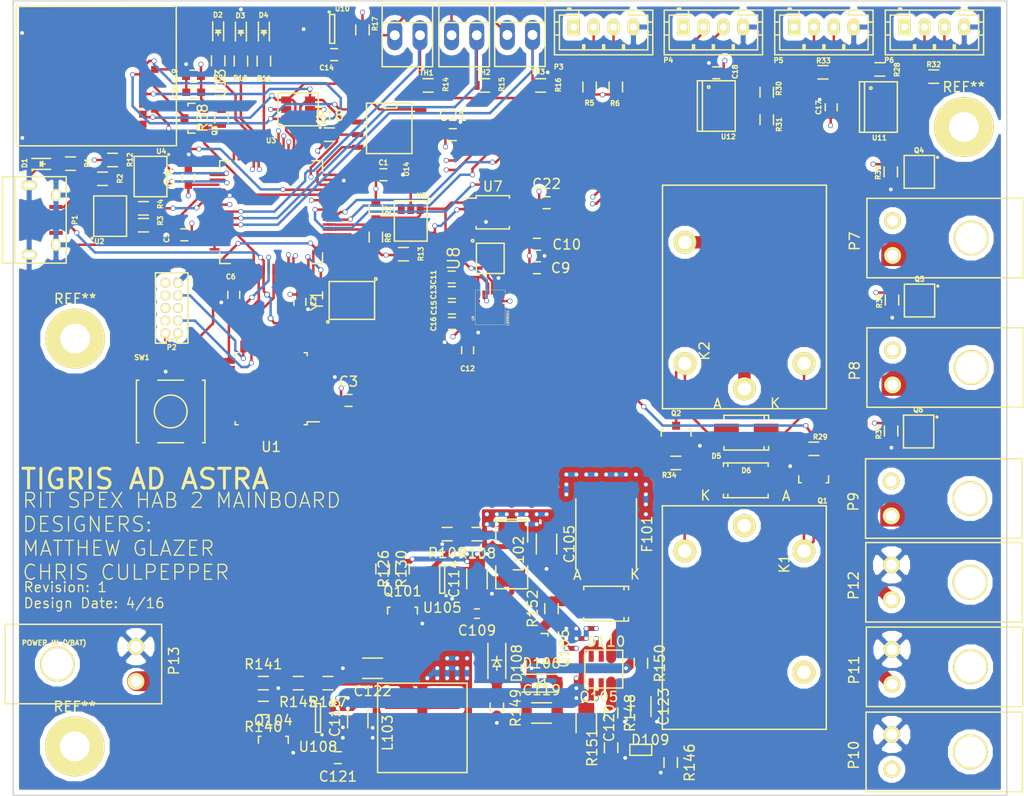
<source format=kicad_pcb>
(kicad_pcb (version 20171130) (host pcbnew "(5.1.12)-1")
  (layers (0 F.Cu signal) (1 In1.Cu power) (2 In2.Cu power) (31 B.Cu mixed) (34 B.Paste user) (35 F.Paste user) (36 B.SilkS user) (37 F.SilkS user) (38 B.Mask user) (39 F.Mask user) (44 Edge.Cuts user))
  (net 0 "")
  (net 1 +3V3)
  (net 2 GND)
  (net 3 "Net-(C6-Pad1)")
  (net 4 "Net-(C12-Pad1)")
  (net 5 "Net-(C13-Pad1)")
  (net 6 "/HAB Sensors/2.5VRefVoltage")
  (net 7 "Net-(D2-Pad2)")
  (net 8 "Net-(D5-Pad2)")
  (net 9 "Net-(D6-Pad2)")
  (net 10 "Net-(P1-Pad1)")
  (net 11 "Net-(P1-Pad2)")
  (net 12 "Net-(P1-Pad3)")
  (net 13 /PTA6)
  (net 14 /PTA7)
  (net 15 /PTB0)
  (net 16 Relay1_ctrl)
  (net 17 Relay2_ctrl)
  (net 18 SD_CTRL)
  (net 19 /Data_Input_Output/3.3V_MOS_OUT)
  (net 20 3.3V_MOS_CTRL)
  (net 21 /Data_Input_Output/5V_MOS_OUT)
  (net 22 5V_MOS_CTRL)
  (net 23 /Data_Input_Output/Vbus_MOS_OUT)
  (net 24 Vbus_MOS_CTRL)
  (net 25 "Net-(R2-Pad1)")
  (net 26 "Net-(R3-Pad1)")
  (net 27 "Net-(R4-Pad1)")
  (net 28 I2C1_SDA)
  (net 29 I2C1_SCL)
  (net 30 I2C0_SDA)
  (net 31 I2C0_SCL)
  (net 32 LED_Heartbeat)
  (net 33 LED_Status_1)
  (net 34 LED_Status_2)
  (net 35 "Net-(R12-Pad2)")
  (net 36 "Net-(R13-Pad2)")
  (net 37 Temp1)
  (net 38 Temp2)
  (net 39 Temp3)
  (net 40 "Net-(R28-Pad1)")
  (net 41 /Data_Input_Output/RS485_B)
  (net 42 /Data_Input_Output/RS485_A)
  (net 43 /Data_Input_Output/CANH_out)
  (net 44 /Data_Input_Output/CANL_out)
  (net 45 /PTB2)
  (net 46 /PTB1)
  (net 47 CAN0_TX)
  (net 48 CAN0_RX)
  (net 49 UART0_RX)
  (net 50 UART0_TX)
  (net 51 RX/TX_CTRL)
  (net 52 SPI0_CS1)
  (net 53 SPI0_SCK)
  (net 54 SPI0_MISO)
  (net 55 SPI0_MOSI)
  (net 56 "Net-(C109-Pad1)")
  (net 57 "Net-(C109-Pad2)")
  (net 58 "Net-(C119-Pad1)")
  (net 59 "Net-(C119-Pad2)")
  (net 60 "Net-(C120-Pad2)")
  (net 61 "Net-(C121-Pad1)")
  (net 62 "Net-(C121-Pad2)")
  (net 63 "Net-(C123-Pad1)")
  (net 64 "Net-(D108-Pad1)")
  (net 65 "Net-(D108-Pad2)")
  (net 66 "Net-(Q101-Pad3)")
  (net 67 "Net-(Q104-Pad3)")
  (net 68 "Net-(Q105-Pad3)")
  (net 69 "Net-(R108-Pad2)")
  (net 70 "Net-(R145-Pad1)")
  (net 71 "/Power Distribution/VBus")
  (net 72 "Net-(D1-Pad2)")
  (net 73 "Net-(D3-Pad2)")
  (net 74 "Net-(D4-Pad2)")
  (net 75 /Data_Input_Output/Battery_Out)
  (net 76 /Data_Input_Output/User_Out)
  (net 77 VBatt)
  (net 78 +5V)
  (net 79 SPI0_CS0)
  (net 80 UART2_RX)
  (net 81 UART2_TX)
  (net 82 /Data_Input_Output/User_In)
  (net 83 "Net-(U3-Pad32)")
  (net 84 "Net-(U3-Pad33)")
  (net 85 "Net-(D110-Pad2)")
  (net 86 Vbus)
  (net 87 "Net-(P2-Pad9)")
  (net 88 "Net-(P2-Pad8)")
  (net 89 "Net-(P2-Pad7)")
  (net 90 "Net-(P2-Pad6)")
  (net 91 "Net-(Q3-Pad3)")
  (net 92 "Net-(U1-Pad1)")
  (net 93 "Net-(U1-Pad2)")
  (net 94 "Net-(U1-Pad7)")
  (net 95 "Net-(U1-Pad9)")
  (net 96 "Net-(U1-Pad11)")
  (net 97 "Net-(U1-Pad12)")
  (net 98 "Net-(U1-Pad13)")
  (net 99 "Net-(U1-Pad14)")
  (net 100 "Net-(U1-Pad19)")
  (net 101 "Net-(U1-Pad20)")
  (net 102 "Net-(U1-Pad21)")
  (net 103 "Net-(U1-Pad22)")
  (net 104 "Net-(U1-Pad23)")
  (net 105 "Net-(U1-Pad24)")
  (net 106 "Net-(U1-Pad26)")
  (net 107 "Net-(U1-Pad27)")
  (net 108 "Net-(U1-Pad28)")
  (net 109 "Net-(U1-Pad29)")
  (net 110 "Net-(U1-Pad30)")
  (net 111 "Net-(U1-Pad31)")
  (net 112 "Net-(U1-Pad32)")
  (net 113 "Net-(U2-Pad4)")
  (net 114 "Net-(U2-Pad3)")
  (net 115 "Net-(U3-Pad8)")
  (net 116 "Net-(U3-Pad12)")
  (net 117 "Net-(U3-Pad18)")
  (net 118 "Net-(U3-Pad19)")
  (net 119 "Net-(U3-Pad20)")
  (net 120 "Net-(U3-Pad26)")
  (net 121 "Net-(U3-Pad27)")
  (net 122 "Net-(U3-Pad42)")
  (net 123 SD_Detect)
  (net 124 "Net-(U3-Pad61)")
  (net 125 "Net-(U3-Pad62)")
  (net 126 "Net-(U3-Pad63)")
  (net 127 "Net-(U3-Pad64)")
  (net 128 "Net-(U4-Pad4)")
  (net 129 "Net-(U4-Pad3)")
  (net 130 "Net-(U5-Pad4)")
  (net 131 "Net-(U5-Pad3)")
  (net 132 "/HAB Sensors/TempAlert")
  (net 133 "Net-(U9-Pad9)")
  (net 134 "Net-(U9-Pad10)")
  (net 135 "Net-(U9-Pad11)")
  (net 136 "Net-(U9-Pad12)")
  (net 137 "Net-(U9-Pad13)")
  (net 138 "Net-(U10-Pad1)")
  (net 139 "Net-(U10-Pad3)")
  (net 140 "Net-(U11-Pad5)")
  (net 141 "Net-(U13-Pad8)")
  (net 142 "Net-(U13-Pad1)")
  (net 143 Flash_Reset)
  (net 144 RESET_b)
  (module SPEX_Parts:G5LE-1A4-DC3 (layer F.Cu) (at 163.4236 87.3252 90)
    (fp_text reference K2 (at 1.27 -10.03 90) (layer F.SilkS))
    (fp_text value G5LE_1A4_DC3)
    (pad 1 thru_hole circle (at -2.55 -6 90) (size 2.3 2.3) (drill 1.35) (layers *.Cu *.Mask F.SilkS) (net 82 /Data_Input_Output/User_In))
    (pad 2 thru_hole circle (at 0 -12 90) (size 2.3 2.3) (drill 1.35) (layers *.Cu *.Mask F.SilkS) (net 9 "Net-(D6-Pad2)"))
    (pad 4 thru_hole circle (at 0 0 90) (size 2.3 2.3) (drill 1.35) (layers *.Cu *.Mask F.SilkS) (net 1 +3V3))
    (pad 3 thru_hole circle (at 12.2 -12 90) (size 2.3 2.3) (drill 1.35) (layers *.Cu *.Mask F.SilkS) (net 76 /Data_Input_Output/User_Out))
  )
  (module Housings_QFP:LQFP-64_10x10mm_Pitch0.5mm (layer F.Cu) (at 109.7788 72.0852)
    (fp_text reference U3 (at 0 -7.2) (layer F.SilkS) (effects (font (size 0.5 0.5) (thickness 0.125))))
    (fp_text value MK20DX256VLH7)
    (pad 1 smd rect (at -5.7 -3.75) (size 1 0.25) (layers F.Cu F.Paste F.Mask) (net 28 I2C1_SDA))
    (pad 2 smd rect (at -5.7 -3.25) (size 1 0.25) (layers F.Cu F.Paste F.Mask) (net 29 I2C1_SCL))
    (pad 3 smd rect (at -5.7 -2.75) (size 1 0.25) (layers F.Cu F.Paste F.Mask) (net 1 +3V3))
    (pad 4 smd rect (at -5.7 -2.25) (size 1 0.25) (layers F.Cu F.Paste F.Mask) (net 2 GND))
    (pad 5 smd rect (at -5.7 -1.75) (size 1 0.25) (layers F.Cu F.Paste F.Mask) (net 26 "Net-(R3-Pad1)"))
    (pad 6 smd rect (at -5.7 -1.25) (size 1 0.25) (layers F.Cu F.Paste F.Mask) (net 27 "Net-(R4-Pad1)"))
    (pad 7 smd rect (at -5.7 -0.75) (size 1 0.25) (layers F.Cu F.Paste F.Mask) (net 1 +3V3))
    (pad 8 smd rect (at -5.7 -0.25) (size 1 0.25) (layers F.Cu F.Paste F.Mask) (net 115 "Net-(U3-Pad8)"))
    (pad 9 smd rect (at -5.7 0.25) (size 1 0.25) (layers F.Cu F.Paste F.Mask) (net 37 Temp1))
    (pad 10 smd rect (at -5.7 0.75) (size 1 0.25) (layers F.Cu F.Paste F.Mask) (net 38 Temp2))
    (pad 11 smd rect (at -5.7 1.25) (size 1 0.25) (layers F.Cu F.Paste F.Mask) (net 39 Temp3))
    (pad 12 smd rect (at -5.7 1.75) (size 1 0.25) (layers F.Cu F.Paste F.Mask) (net 116 "Net-(U3-Pad12)"))
    (pad 13 smd rect (at -5.7 2.25) (size 1 0.25) (layers F.Cu F.Paste F.Mask) (net 1 +3V3))
    (pad 14 smd rect (at -5.7 2.75) (size 1 0.25) (layers F.Cu F.Paste F.Mask) (net 1 +3V3))
    (pad 15 smd rect (at -5.7 3.25) (size 1 0.25) (layers F.Cu F.Paste F.Mask) (net 2 GND))
    (pad 16 smd rect (at -5.7 3.75) (size 1 0.25) (layers F.Cu F.Paste F.Mask) (net 2 GND))
    (pad 17 smd rect (at -3.75 5.7 90) (size 1 0.25) (layers F.Cu F.Paste F.Mask) (net 3 "Net-(C6-Pad1)"))
    (pad 18 smd rect (at -3.25 5.7 90) (size 1 0.25) (layers F.Cu F.Paste F.Mask) (net 117 "Net-(U3-Pad18)"))
    (pad 19 smd rect (at -2.75 5.7 90) (size 1 0.25) (layers F.Cu F.Paste F.Mask) (net 118 "Net-(U3-Pad19)"))
    (pad 20 smd rect (at -2.25 5.7 90) (size 1 0.25) (layers F.Cu F.Paste F.Mask) (net 119 "Net-(U3-Pad20)"))
    (pad 21 smd rect (at -1.75 5.7 90) (size 1 0.25) (layers F.Cu F.Paste F.Mask) (net 1 +3V3))
    (pad 22 smd rect (at -1.25 5.7 90) (size 1 0.25) (layers F.Cu F.Paste F.Mask) (net 15 /PTB0))
    (pad 23 smd rect (at -0.75 5.7 90) (size 1 0.25) (layers F.Cu F.Paste F.Mask) (net 13 /PTA6))
    (pad 24 smd rect (at -0.25 5.7 90) (size 1 0.25) (layers F.Cu F.Paste F.Mask) (net 46 /PTB1))
    (pad 25 smd rect (at 0.25 5.7 90) (size 1 0.25) (layers F.Cu F.Paste F.Mask) (net 14 /PTA7))
    (pad 26 smd rect (at 0.75 5.7 90) (size 1 0.25) (layers F.Cu F.Paste F.Mask) (net 120 "Net-(U3-Pad26)"))
    (pad 27 smd rect (at 1.25 5.7 90) (size 1 0.25) (layers F.Cu F.Paste F.Mask) (net 121 "Net-(U3-Pad27)"))
    (pad 28 smd rect (at 1.75 5.7 90) (size 1 0.25) (layers F.Cu F.Paste F.Mask) (net 47 CAN0_TX))
    (pad 29 smd rect (at 2.25 5.7 90) (size 1 0.25) (layers F.Cu F.Paste F.Mask) (net 48 CAN0_RX))
    (pad 30 smd rect (at 2.75 5.7 90) (size 1 0.25) (layers F.Cu F.Paste F.Mask) (net 1 +3V3))
    (pad 31 smd rect (at 3.25 5.7 90) (size 1 0.25) (layers F.Cu F.Paste F.Mask) (net 2 GND))
    (pad 32 smd rect (at 3.75 5.7 90) (size 1 0.25) (layers F.Cu F.Paste F.Mask) (net 83 "Net-(U3-Pad32)"))
    (pad 33 smd rect (at 5.7 3.75) (size 1 0.25) (layers F.Cu F.Paste F.Mask) (net 84 "Net-(U3-Pad33)"))
    (pad 34 smd rect (at 5.7 3.25) (size 1 0.25) (layers F.Cu F.Paste F.Mask) (net 144 RESET_b))
    (pad 35 smd rect (at 5.7 2.75) (size 1 0.25) (layers F.Cu F.Paste F.Mask) (net 17 Relay2_ctrl))
    (pad 36 smd rect (at 5.7 2.25) (size 1 0.25) (layers F.Cu F.Paste F.Mask) (net 16 Relay1_ctrl))
    (pad 37 smd rect (at 5.7 1.75) (size 1 0.25) (layers F.Cu F.Paste F.Mask) (net 31 I2C0_SCL))
    (pad 38 smd rect (at 5.7 1.25) (size 1 0.25) (layers F.Cu F.Paste F.Mask) (net 30 I2C0_SDA))
    (pad 39 smd rect (at 5.7 0.75) (size 1 0.25) (layers F.Cu F.Paste F.Mask) (net 49 UART0_RX))
    (pad 40 smd rect (at 5.7 0.25) (size 1 0.25) (layers F.Cu F.Paste F.Mask) (net 50 UART0_TX))
    (pad 41 smd rect (at 5.7 -0.25) (size 1 0.25) (layers F.Cu F.Paste F.Mask) (net 51 RX/TX_CTRL))
    (pad 42 smd rect (at 5.7 -0.75) (size 1 0.25) (layers F.Cu F.Paste F.Mask) (net 122 "Net-(U3-Pad42)"))
    (pad 43 smd rect (at 5.7 -1.25) (size 1 0.25) (layers F.Cu F.Paste F.Mask) (net 143 Flash_Reset))
    (pad 44 smd rect (at 5.7 -1.75) (size 1 0.25) (layers F.Cu F.Paste F.Mask) (net 18 SD_CTRL))
    (pad 45 smd rect (at 5.7 -2.25) (size 1 0.25) (layers F.Cu F.Paste F.Mask) (net 123 SD_Detect))
    (pad 46 smd rect (at 5.7 -2.75) (size 1 0.25) (layers F.Cu F.Paste F.Mask) (net 52 SPI0_CS1))
    (pad 47 smd rect (at 5.7 -3.25) (size 1 0.25) (layers F.Cu F.Paste F.Mask) (net 2 GND))
    (pad 48 smd rect (at 5.7 -3.75) (size 1 0.25) (layers F.Cu F.Paste F.Mask) (net 1 +3V3))
    (pad 49 smd rect (at 3.75 -5.7 90) (size 1 0.25) (layers F.Cu F.Paste F.Mask) (net 79 SPI0_CS0))
    (pad 50 smd rect (at 3.25 -5.7 90) (size 1 0.25) (layers F.Cu F.Paste F.Mask) (net 53 SPI0_SCK))
    (pad 51 smd rect (at 2.75 -5.7 90) (size 1 0.25) (layers F.Cu F.Paste F.Mask) (net 54 SPI0_MISO))
    (pad 52 smd rect (at 2.25 -5.7 90) (size 1 0.25) (layers F.Cu F.Paste F.Mask) (net 55 SPI0_MOSI))
    (pad 53 smd rect (at 1.75 -5.7 90) (size 1 0.25) (layers F.Cu F.Paste F.Mask) (net 24 Vbus_MOS_CTRL))
    (pad 54 smd rect (at 1.25 -5.7 90) (size 1 0.25) (layers F.Cu F.Paste F.Mask) (net 22 5V_MOS_CTRL))
    (pad 55 smd rect (at 0.75 -5.7 90) (size 1 0.25) (layers F.Cu F.Paste F.Mask) (net 20 3.3V_MOS_CTRL))
    (pad 56 smd rect (at 0.25 -5.7 90) (size 1 0.25) (layers F.Cu F.Paste F.Mask) (net 34 LED_Status_2))
    (pad 57 smd rect (at -0.25 -5.7 90) (size 1 0.25) (layers F.Cu F.Paste F.Mask) (net 33 LED_Status_1))
    (pad 58 smd rect (at -0.75 -5.7 90) (size 1 0.25) (layers F.Cu F.Paste F.Mask) (net 32 LED_Heartbeat))
    (pad 59 smd rect (at -1.25 -5.7 90) (size 1 0.25) (layers F.Cu F.Paste F.Mask) (net 80 UART2_RX))
    (pad 60 smd rect (at -1.75 -5.7 90) (size 1 0.25) (layers F.Cu F.Paste F.Mask) (net 81 UART2_TX))
    (pad 61 smd rect (at -2.25 -5.7 90) (size 1 0.25) (layers F.Cu F.Paste F.Mask) (net 124 "Net-(U3-Pad61)"))
    (pad 62 smd rect (at -2.75 -5.7 90) (size 1 0.25) (layers F.Cu F.Paste F.Mask) (net 125 "Net-(U3-Pad62)"))
    (pad 63 smd rect (at -3.25 -5.7 90) (size 1 0.25) (layers F.Cu F.Paste F.Mask) (net 126 "Net-(U3-Pad63)"))
    (pad 64 smd rect (at -3.75 -5.7 90) (size 1 0.25) (layers F.Cu F.Paste F.Mask) (net 127 "Net-(U3-Pad64)"))
  )
  (module Buttons_Switches_SMD:SW_SPST_B3S-1000 (layer F.Cu) (at 99.6696 92.1512 270)
    (fp_text reference SW1 (at -5.4356 2.8956) (layer F.SilkS) (effects (font (size 0.5 0.5) (thickness 0.125))))
    (fp_text value SW_PUSH)
    (pad 1 smd rect (at -3.975 -2.25 270) (size 1.55 1.3) (layers F.Cu F.Paste F.Mask) (net 45 /PTB2))
    (pad 1 smd rect (at 3.975 -2.25 270) (size 1.55 1.3) (layers F.Cu F.Paste F.Mask) (net 45 /PTB2))
    (pad 2 smd rect (at -3.975 2.25 270) (size 1.55 1.3) (layers F.Cu F.Paste F.Mask) (net 2 GND))
    (pad 2 smd rect (at 3.975 2.25 270) (size 1.55 1.3) (layers F.Cu F.Paste F.Mask) (net 2 GND))
  )
  (module Housings_QFP:LQFP-32_7x7mm_Pitch0.8mm (layer F.Cu) (at 109.7788 89.8652 180)
    (fp_text reference U1 (at 0 -5.85 180) (layer F.SilkS))
    (fp_text value MKL04Z32VLC4)
    (pad 1 smd rect (at -4.25 -2.8 180) (size 1.2 0.6) (layers F.Cu F.Paste F.Mask) (net 92 "Net-(U1-Pad1)"))
    (pad 2 smd rect (at -4.25 -2 180) (size 1.2 0.6) (layers F.Cu F.Paste F.Mask) (net 93 "Net-(U1-Pad2)"))
    (pad 3 smd rect (at -4.25 -1.2 180) (size 1.2 0.6) (layers F.Cu F.Paste F.Mask) (net 1 +3V3))
    (pad 4 smd rect (at -4.25 -0.4 180) (size 1.2 0.6) (layers F.Cu F.Paste F.Mask) (net 1 +3V3))
    (pad 5 smd rect (at -4.25 0.4 180) (size 1.2 0.6) (layers F.Cu F.Paste F.Mask) (net 2 GND))
    (pad 6 smd rect (at -4.25 1.2 180) (size 1.2 0.6) (layers F.Cu F.Paste F.Mask) (net 2 GND))
    (pad 7 smd rect (at -4.25 2 180) (size 1.2 0.6) (layers F.Cu F.Paste F.Mask) (net 94 "Net-(U1-Pad7)"))
    (pad 8 smd rect (at -4.25 2.8 180) (size 1.2 0.6) (layers F.Cu F.Paste F.Mask) (net 144 RESET_b))
    (pad 9 smd rect (at -2.8 4.25 270) (size 1.2 0.6) (layers F.Cu F.Paste F.Mask) (net 95 "Net-(U1-Pad9)"))
    (pad 10 smd rect (at -2 4.25 270) (size 1.2 0.6) (layers F.Cu F.Paste F.Mask) (net 13 /PTA6))
    (pad 11 smd rect (at -1.2 4.25 270) (size 1.2 0.6) (layers F.Cu F.Paste F.Mask) (net 96 "Net-(U1-Pad11)"))
    (pad 12 smd rect (at -0.4 4.25 270) (size 1.2 0.6) (layers F.Cu F.Paste F.Mask) (net 97 "Net-(U1-Pad12)"))
    (pad 13 smd rect (at 0.4 4.25 270) (size 1.2 0.6) (layers F.Cu F.Paste F.Mask) (net 98 "Net-(U1-Pad13)"))
    (pad 14 smd rect (at 1.2 4.25 270) (size 1.2 0.6) (layers F.Cu F.Paste F.Mask) (net 99 "Net-(U1-Pad14)"))
    (pad 15 smd rect (at 2 4.25 270) (size 1.2 0.6) (layers F.Cu F.Paste F.Mask) (net 14 /PTA7))
    (pad 16 smd rect (at 2.8 4.25 270) (size 1.2 0.6) (layers F.Cu F.Paste F.Mask) (net 15 /PTB0))
    (pad 17 smd rect (at 4.25 2.8 180) (size 1.2 0.6) (layers F.Cu F.Paste F.Mask) (net 46 /PTB1))
    (pad 18 smd rect (at 4.25 2 180) (size 1.2 0.6) (layers F.Cu F.Paste F.Mask) (net 45 /PTB2))
    (pad 19 smd rect (at 4.25 1.2 180) (size 1.2 0.6) (layers F.Cu F.Paste F.Mask) (net 100 "Net-(U1-Pad19)"))
    (pad 20 smd rect (at 4.25 0.4 180) (size 1.2 0.6) (layers F.Cu F.Paste F.Mask) (net 101 "Net-(U1-Pad20)"))
    (pad 21 smd rect (at 4.25 -0.4 180) (size 1.2 0.6) (layers F.Cu F.Paste F.Mask) (net 102 "Net-(U1-Pad21)"))
    (pad 22 smd rect (at 4.25 -1.2 180) (size 1.2 0.6) (layers F.Cu F.Paste F.Mask) (net 103 "Net-(U1-Pad22)"))
    (pad 23 smd rect (at 4.25 -2 180) (size 1.2 0.6) (layers F.Cu F.Paste F.Mask) (net 104 "Net-(U1-Pad23)"))
    (pad 24 smd rect (at 4.25 -2.8 180) (size 1.2 0.6) (layers F.Cu F.Paste F.Mask) (net 105 "Net-(U1-Pad24)"))
    (pad 25 smd rect (at 2.8 -4.25 270) (size 1.2 0.6) (layers F.Cu F.Paste F.Mask) (net 144 RESET_b))
    (pad 26 smd rect (at 2 -4.25 270) (size 1.2 0.6) (layers F.Cu F.Paste F.Mask) (net 106 "Net-(U1-Pad26)"))
    (pad 27 smd rect (at 1.2 -4.25 270) (size 1.2 0.6) (layers F.Cu F.Paste F.Mask) (net 107 "Net-(U1-Pad27)"))
    (pad 28 smd rect (at 0.4 -4.25 270) (size 1.2 0.6) (layers F.Cu F.Paste F.Mask) (net 108 "Net-(U1-Pad28)"))
    (pad 29 smd rect (at -0.4 -4.25 270) (size 1.2 0.6) (layers F.Cu F.Paste F.Mask) (net 109 "Net-(U1-Pad29)"))
    (pad 30 smd rect (at -1.2 -4.25 270) (size 1.2 0.6) (layers F.Cu F.Paste F.Mask) (net 110 "Net-(U1-Pad30)"))
    (pad 31 smd rect (at -2 -4.25 270) (size 1.2 0.6) (layers F.Cu F.Paste F.Mask) (net 111 "Net-(U1-Pad31)"))
    (pad 32 smd rect (at -2.8 -4.25 270) (size 1.2 0.6) (layers F.Cu F.Paste F.Mask) (net 112 "Net-(U1-Pad32)"))
  )
  (module Housings_SSOP:MSOP-8_3x3mm_Pitch0.65mm (layer F.Cu) (at 132.09016 72.10552)
    (fp_text reference U7 (at 0 -2.6) (layer F.SilkS))
    (fp_text value MCP9808T)
    (pad 1 smd rect (at -2.2 -0.975) (size 1.45 0.45) (layers F.Cu F.Paste F.Mask) (net 30 I2C0_SDA))
    (pad 2 smd rect (at -2.2 -0.325) (size 1.45 0.45) (layers F.Cu F.Paste F.Mask) (net 31 I2C0_SCL))
    (pad 3 smd rect (at -2.2 0.325) (size 1.45 0.45) (layers F.Cu F.Paste F.Mask) (net 132 "/HAB Sensors/TempAlert"))
    (pad 4 smd rect (at -2.2 0.975) (size 1.45 0.45) (layers F.Cu F.Paste F.Mask) (net 2 GND))
    (pad 5 smd rect (at 2.2 0.975) (size 1.45 0.45) (layers F.Cu F.Paste F.Mask) (net 1 +3V3))
    (pad 6 smd rect (at 2.2 0.325) (size 1.45 0.45) (layers F.Cu F.Paste F.Mask) (net 1 +3V3))
    (pad 7 smd rect (at 2.2 -0.325) (size 1.45 0.45) (layers F.Cu F.Paste F.Mask) (net 1 +3V3))
    (pad 8 smd rect (at 2.2 -0.975) (size 1.45 0.45) (layers F.Cu F.Paste F.Mask) (net 1 +3V3))
  )
  (module Capacitors_SMD:C_0603 (layer F.Cu) (at 121.0818 68.326)
    (fp_text reference C1 (at 0 -1.2192) (layer F.SilkS) (effects (font (size 0.5 0.5) (thickness 0.125))))
    (fp_text value 1uF)
    (pad 1 smd rect (at -0.75 0) (size 0.8 0.75) (layers F.Cu F.Paste F.Mask) (net 1 +3V3))
    (pad 2 smd rect (at 0.75 0) (size 0.8 0.75) (layers F.Cu F.Paste F.Mask) (net 2 GND))
  )
  (module Capacitors_SMD:C_0603 (layer F.Cu) (at 112.6744 81.1276 270)
    (fp_text reference C2 (at -0.0508 -1.3716 270) (layer F.SilkS) (effects (font (size 0.5 0.5) (thickness 0.125))))
    (fp_text value 1uF)
    (pad 1 smd rect (at -0.75 0 270) (size 0.8 0.75) (layers F.Cu F.Paste F.Mask) (net 1 +3V3))
    (pad 2 smd rect (at 0.75 0 270) (size 0.8 0.75) (layers F.Cu F.Paste F.Mask) (net 2 GND))
  )
  (module Capacitors_SMD:C_0603 (layer F.Cu) (at 117.56898 91.04122)
    (fp_text reference C3 (at 0 -1.9) (layer F.SilkS))
    (fp_text value 1uF)
    (pad 1 smd rect (at -0.75 0) (size 0.8 0.75) (layers F.Cu F.Paste F.Mask) (net 1 +3V3))
    (pad 2 smd rect (at 0.75 0) (size 0.8 0.75) (layers F.Cu F.Paste F.Mask) (net 2 GND))
  )
  (module Capacitors_SMD:C_0603 (layer F.Cu) (at 101.4476 68.5927 90)
    (fp_text reference C4 (at 0 -1.9 90) (layer F.SilkS))
    (fp_text value 1uF)
    (pad 1 smd rect (at -0.75 0 90) (size 0.8 0.75) (layers F.Cu F.Paste F.Mask) (net 1 +3V3))
    (pad 2 smd rect (at 0.75 0 90) (size 0.8 0.75) (layers F.Cu F.Paste F.Mask) (net 2 GND))
  )
  (module Capacitors_SMD:C_0603 (layer F.Cu) (at 101.0412 74.3712 180)
    (fp_text reference C5 (at 1.778 -0.3048 270) (layer F.SilkS) (effects (font (size 0.5 0.5) (thickness 0.125))))
    (fp_text value 2.2uF)
    (pad 1 smd rect (at -0.75 0 180) (size 0.8 0.75) (layers F.Cu F.Paste F.Mask) (net 1 +3V3))
    (pad 2 smd rect (at 0.75 0 180) (size 0.8 0.75) (layers F.Cu F.Paste F.Mask) (net 2 GND))
  )
  (module Capacitors_SMD:C_0603 (layer F.Cu) (at 106.0196 80.4164 270)
    (fp_text reference C6 (at -1.8288 0.3048) (layer F.SilkS) (effects (font (size 0.5 0.5) (thickness 0.125))))
    (fp_text value .1uF)
    (pad 1 smd rect (at -0.75 0 270) (size 0.8 0.75) (layers F.Cu F.Paste F.Mask) (net 3 "Net-(C6-Pad1)"))
    (pad 2 smd rect (at 0.75 0 270) (size 0.8 0.75) (layers F.Cu F.Paste F.Mask) (net 2 GND))
  )
  (module Capacitors_SMD:C_0603 (layer F.Cu) (at 136.53516 77.68336)
    (fp_text reference C9 (at 2.3876 0.0254) (layer F.SilkS))
    (fp_text value C)
    (pad 1 smd rect (at -0.75 0) (size 0.8 0.75) (layers F.Cu F.Paste F.Mask) (net 1 +3V3))
    (pad 2 smd rect (at 0.75 0) (size 0.8 0.75) (layers F.Cu F.Paste F.Mask) (net 2 GND))
  )
  (module Capacitors_SMD:C_0603 (layer F.Cu) (at 136.53516 75.32116)
    (fp_text reference C10 (at 2.9972 0.0254) (layer F.SilkS))
    (fp_text value C)
    (pad 1 smd rect (at -0.75 0) (size 0.8 0.75) (layers F.Cu F.Paste F.Mask) (net 1 +3V3))
    (pad 2 smd rect (at 0.75 0) (size 0.8 0.75) (layers F.Cu F.Paste F.Mask) (net 2 GND))
  )
  (module Capacitors_SMD:C_0603 (layer F.Cu) (at 129.56032 85.99424 270)
    (fp_text reference C12 (at 1.84404 0.00508) (layer F.SilkS) (effects (font (size 0.5 0.5) (thickness 0.125))))
    (fp_text value 10nF)
    (pad 1 smd rect (at -0.75 0 270) (size 0.8 0.75) (layers F.Cu F.Paste F.Mask) (net 4 "Net-(C12-Pad1)"))
    (pad 2 smd rect (at 0.75 0 270) (size 0.8 0.75) (layers F.Cu F.Paste F.Mask) (net 2 GND))
  )
  (module Capacitors_SMD:C_0603 (layer F.Cu) (at 127.97028 80.1878 180)
    (fp_text reference C13 (at 1.84404 0.04572 270) (layer F.SilkS) (effects (font (size 0.5 0.5) (thickness 0.125))))
    (fp_text value 100nF)
    (pad 1 smd rect (at -0.75 0 180) (size 0.8 0.75) (layers F.Cu F.Paste F.Mask) (net 5 "Net-(C13-Pad1)"))
    (pad 2 smd rect (at 0.75 0 180) (size 0.8 0.75) (layers F.Cu F.Paste F.Mask) (net 2 GND))
  )
  (module Capacitors_SMD:C_0603 (layer F.Cu) (at 116.1288 56.2356 180)
    (fp_text reference C14 (at 0.762 -1.3208 180) (layer F.SilkS) (effects (font (size 0.5 0.5) (thickness 0.125))))
    (fp_text value 4.7uF)
    (pad 1 smd rect (at -0.75 0 180) (size 0.8 0.75) (layers F.Cu F.Paste F.Mask) (net 6 "/HAB Sensors/2.5VRefVoltage"))
    (pad 2 smd rect (at 0.75 0 180) (size 0.8 0.75) (layers F.Cu F.Paste F.Mask) (net 2 GND))
  )
  (module Capacitors_SMD:C_0603 (layer F.Cu) (at 127.98044 81.74228 180)
    (fp_text reference C15 (at 1.8161 0.0254 270) (layer F.SilkS) (effects (font (size 0.5 0.5) (thickness 0.125))))
    (fp_text value 100nF)
    (pad 1 smd rect (at -0.75 0 180) (size 0.8 0.75) (layers F.Cu F.Paste F.Mask) (net 1 +3V3))
    (pad 2 smd rect (at 0.75 0 180) (size 0.8 0.75) (layers F.Cu F.Paste F.Mask) (net 2 GND))
  )
  (module Capacitors_SMD:C_0603 (layer F.Cu) (at 127.98044 83.29676 180)
    (fp_text reference C16 (at 1.8542 -0.0508 270) (layer F.SilkS) (effects (font (size 0.5 0.5) (thickness 0.125))))
    (fp_text value 10uF)
    (pad 1 smd rect (at -0.75 0 180) (size 0.8 0.75) (layers F.Cu F.Paste F.Mask) (net 1 +3V3))
    (pad 2 smd rect (at 0.75 0 180) (size 0.8 0.75) (layers F.Cu F.Paste F.Mask) (net 2 GND))
  )
  (module Capacitors_SMD:C_0603 (layer F.Cu) (at 166.156111 61.533153 90)
    (fp_text reference C17 (at -0.0254 -1.27 90) (layer F.SilkS) (effects (font (size 0.5 0.5) (thickness 0.125))))
    (fp_text value C)
    (pad 1 smd rect (at -0.75 0 90) (size 0.8 0.75) (layers F.Cu F.Paste F.Mask) (net 1 +3V3))
    (pad 2 smd rect (at 0.75 0 90) (size 0.8 0.75) (layers F.Cu F.Paste F.Mask) (net 2 GND))
  )
  (module Capacitors_SMD:C_0603 (layer F.Cu) (at 154.585624 58.064032 180)
    (fp_text reference C18 (at -1.89992 0.11176 270) (layer F.SilkS) (effects (font (size 0.5 0.5) (thickness 0.125))))
    (fp_text value C)
    (pad 1 smd rect (at -0.75 0 180) (size 0.8 0.75) (layers F.Cu F.Paste F.Mask) (net 1 +3V3))
    (pad 2 smd rect (at 0.75 0 180) (size 0.8 0.75) (layers F.Cu F.Paste F.Mask) (net 2 GND))
  )
  (module Capacitors_SMD:C_0603 (layer F.Cu) (at 101.96576 58.40476 180)
    (fp_text reference C19 (at 1.8796 0.03302 270) (layer F.SilkS) (effects (font (size 0.5 0.5) (thickness 0.125))))
    (fp_text value .1uF)
    (pad 1 smd rect (at -0.75 0 180) (size 0.8 0.75) (layers F.Cu F.Paste F.Mask) (net 1 +3V3))
    (pad 2 smd rect (at 0.75 0 180) (size 0.8 0.75) (layers F.Cu F.Paste F.Mask) (net 2 GND))
  )
  (module Capacitors_SMD:C_0603 (layer F.Cu) (at 101.98608 60.02274 180)
    (fp_text reference C20 (at 1.86944 0.03556 270) (layer F.SilkS) (effects (font (size 0.5 0.5) (thickness 0.125))))
    (fp_text value 10uF)
    (pad 1 smd rect (at -0.75 0 180) (size 0.8 0.75) (layers F.Cu F.Paste F.Mask) (net 1 +3V3))
    (pad 2 smd rect (at 0.75 0 180) (size 0.8 0.75) (layers F.Cu F.Paste F.Mask) (net 2 GND))
  )
  (module Capacitors_SMD:C_0603 (layer F.Cu) (at 128.0668 64.2874)
    (fp_text reference C21 (at 0 -1.9) (layer F.SilkS))
    (fp_text value C)
    (pad 1 smd rect (at -0.75 0) (size 0.8 0.75) (layers F.Cu F.Paste F.Mask) (net 1 +3V3))
    (pad 2 smd rect (at 0.75 0) (size 0.8 0.75) (layers F.Cu F.Paste F.Mask) (net 2 GND))
  )
  (module Capacitors_SMD:C_1206 (layer F.Cu) (at 137.5 105.5 270)
    (fp_text reference C105 (at 0 -2.3 270) (layer F.SilkS))
    (fp_text value 47uf)
    (pad 1 smd rect (at -1.5 0 270) (size 1 1.6) (layers F.Cu F.Paste F.Mask) (net 1 +3V3))
    (pad 2 smd rect (at 1.5 0 270) (size 1 1.6) (layers F.Cu F.Paste F.Mask) (net 2 GND))
  )
  (module Capacitors_SMD:C_0402 (layer F.Cu) (at 130.5 112.5 180)
    (fp_text reference C109 (at 0 -1.7 180) (layer F.SilkS))
    (fp_text value 100nf)
    (pad 1 smd rect (at -0.55 0 180) (size 0.6 0.5) (layers F.Cu F.Paste F.Mask) (net 56 "Net-(C109-Pad1)"))
    (pad 2 smd rect (at 0.55 0 180) (size 0.6 0.5) (layers F.Cu F.Paste F.Mask) (net 57 "Net-(C109-Pad2)"))
  )
  (module Capacitors_SMD:C_1206 (layer F.Cu) (at 130.5 109 90)
    (fp_text reference C114 (at 0 -2.3 90) (layer F.SilkS))
    (fp_text value 22uf)
    (pad 1 smd rect (at -1.5 0 90) (size 1 1.6) (layers F.Cu F.Paste F.Mask) (net 2 GND))
    (pad 2 smd rect (at 1.5 0 90) (size 1 1.6) (layers F.Cu F.Paste F.Mask) (net 86 Vbus))
  )
  (module Capacitors_SMD:C_1206 (layer F.Cu) (at 118.5 123 90)
    (fp_text reference C118 (at 0 -2.3 90) (layer F.SilkS))
    (fp_text value 22uf)
    (pad 1 smd rect (at -1.5 0 90) (size 1 1.6) (layers F.Cu F.Paste F.Mask) (net 2 GND))
    (pad 2 smd rect (at 1.5 0 90) (size 1 1.6) (layers F.Cu F.Paste F.Mask) (net 86 Vbus))
  )
  (module Capacitors_SMD:C_1206 (layer F.Cu) (at 137 122.5)
    (fp_text reference C119 (at 0 -2.3) (layer F.SilkS))
    (fp_text value "1uf 100v")
    (pad 1 smd rect (at -1.5 0) (size 1 1.6) (layers F.Cu F.Paste F.Mask) (net 58 "Net-(C119-Pad1)"))
    (pad 2 smd rect (at 1.5 0) (size 1 1.6) (layers F.Cu F.Paste F.Mask) (net 59 "Net-(C119-Pad2)"))
  )
  (module Capacitors_SMD:C_1206 (layer F.Cu) (at 141.5 123.5 270)
    (fp_text reference C120 (at 0 -2.3 270) (layer F.SilkS))
    (fp_text value ".1uf 100v")
    (pad 1 smd rect (at -1.5 0 270) (size 1 1.6) (layers F.Cu F.Paste F.Mask) (net 86 Vbus))
    (pad 2 smd rect (at 1.5 0 270) (size 1 1.6) (layers F.Cu F.Paste F.Mask) (net 60 "Net-(C120-Pad2)"))
  )
  (module Capacitors_SMD:C_0603 (layer F.Cu) (at 116.5 127 180)
    (fp_text reference C121 (at 0 -1.9 180) (layer F.SilkS))
    (fp_text value 100nf)
    (pad 1 smd rect (at -0.75 0 180) (size 0.8 0.75) (layers F.Cu F.Paste F.Mask) (net 61 "Net-(C121-Pad1)"))
    (pad 2 smd rect (at 0.75 0 180) (size 0.8 0.75) (layers F.Cu F.Paste F.Mask) (net 62 "Net-(C121-Pad2)"))
  )
  (module Capacitors_SMD:C_1206 (layer F.Cu) (at 120 118 180)
    (fp_text reference C122 (at 0 -2.3 180) (layer F.SilkS))
    (fp_text value 47uf)
    (pad 1 smd rect (at -1.5 0 180) (size 1 1.6) (layers F.Cu F.Paste F.Mask) (net 78 +5V))
    (pad 2 smd rect (at 1.5 0 180) (size 1 1.6) (layers F.Cu F.Paste F.Mask) (net 2 GND))
  )
  (module Capacitors_SMD:C_1206 (layer F.Cu) (at 146.9898 121.8692 270)
    (fp_text reference C123 (at 0 -2.3 270) (layer F.SilkS))
    (fp_text value "1uf 100v")
    (pad 1 smd rect (at -1.5 0 270) (size 1 1.6) (layers F.Cu F.Paste F.Mask) (net 63 "Net-(C123-Pad1)"))
    (pad 2 smd rect (at 1.5 0 270) (size 1 1.6) (layers F.Cu F.Paste F.Mask) (net 2 GND))
  )
  (module Diodes_SMD:SOD-123 (layer F.Cu) (at 137 119.5)
    (fp_text reference D106 (at 0 -2) (layer F.SilkS))
    (fp_text value ZENER)
    (pad 1 smd rect (at -1.635 0) (size 0.91 1.22) (layers F.Cu F.Paste F.Mask) (net 58 "Net-(C119-Pad1)"))
    (pad 2 smd rect (at 1.635 0) (size 0.91 1.22) (layers F.Cu F.Paste F.Mask) (net 59 "Net-(C119-Pad2)"))
  )
  (module Diodes_SMD:SOD-123 (layer F.Cu) (at 132.5 117.5 270)
    (fp_text reference D108 (at 0 -2 270) (layer F.SilkS))
    (fp_text value ZENER)
    (pad 1 smd rect (at -1.635 0 270) (size 0.91 1.22) (layers F.Cu F.Paste F.Mask) (net 64 "Net-(D108-Pad1)"))
    (pad 2 smd rect (at 1.635 0 270) (size 0.91 1.22) (layers F.Cu F.Paste F.Mask) (net 65 "Net-(D108-Pad2)"))
  )
  (module Transistors_SMD:sc70 (layer F.Cu) (at 146.9898 126.2126)
    (fp_text reference D109 (at 0.95 -1) (layer F.SilkS))
    (fp_text value D_Schottky_x2_Serial_AKC)
    (pad 1 smd rect (at -0.6604 1.016) (size 0.4572 0.7112) (layers F.Cu F.Paste F.Mask) (net 2 GND))
    (pad 2 smd rect (at 0.6604 1.016) (size 0.4572 0.7112) (layers F.Cu F.Paste F.Mask) (net 60 "Net-(C120-Pad2)"))
    (pad 3 smd rect (at 0 -1.016) (size 0.4572 0.7112) (layers F.Cu F.Paste F.Mask) (net 59 "Net-(C119-Pad2)"))
  )
  (module Diodes_SMD:Diode-SMA_Standard (layer F.Cu) (at 143.5 111.5 180)
    (fp_text reference D110 (at 0 -3.81 180) (layer F.SilkS))
    (fp_text value DIODE)
    (fp_text user K (at -2.9 2.95 180) (layer F.SilkS))
    (fp_text user A (at 2.9 2.9 180) (layer F.SilkS))
    (pad 1 smd rect (at -1.99898 0 180) (size 2.49936 1.80086) (layers F.Cu F.Paste F.Mask) (net 58 "Net-(C119-Pad1)"))
    (pad 2 smd rect (at 1.99898 0 180) (size 2.49936 1.80086) (layers F.Cu F.Paste F.Mask) (net 85 "Net-(D110-Pad2)"))
  )
  (module Fuse_Holders_and_Fuses:Fuse_SMD2920 (layer F.Cu) (at 143.5 104.5 270)
    (fp_text reference F101 (at 0 -4.1275 270) (layer F.SilkS))
    (fp_text value FUSE)
    (pad 1 smd rect (at -3.7 0) (size 5.6 2.3) (layers F.Cu F.Paste F.Mask) (net 77 VBatt))
    (pad 2 smd rect (at 3.7 0) (size 5.6 2.3) (layers F.Cu F.Paste F.Mask) (net 85 "Net-(D110-Pad2)"))
  )
  (module SMD_Packages:SMD-2010_Pol (layer F.Cu) (at 134 106.5 270)
    (fp_text reference L102 (at 0 -0.7 270) (layer F.SilkS))
    (fp_text value 2.2uh)
    (pad 1 smd rect (at -2.4003 0 270) (size 1.80086 2.70002) (layers F.Cu F.Paste F.Mask) (net 1 +3V3))
    (pad 2 smd rect (at 2.4003 0 270) (size 1.80086 2.70002) (layers F.Cu F.Paste F.Mask) (net 56 "Net-(C109-Pad1)"))
  )
  (module NRS8030:NRS8030T3R3MJGJ (layer F.Cu) (at 125 124 270)
    (fp_text reference L103 (at 0.5 3.5 270) (layer F.SilkS))
    (fp_text value 3.3uh)
    (pad 2 smd rect (at 2.8 0 270) (size 1.8 7.5) (layers F.Cu F.Paste F.Mask) (net 61 "Net-(C121-Pad1)"))
    (pad 1 smd rect (at -2.8 0 270) (size 1.8 7.5) (layers F.Cu F.Paste F.Mask) (net 78 +5V))
  )
  (module Connect:USB_Micro-B (layer F.Cu) (at 86.5632 72.8726 270)
    (fp_text reference P1 (at 0 -3.45 270) (layer F.SilkS) (effects (font (size 0.5 0.5) (thickness 0.125))))
    (fp_text value USB_OTG)
    (pad 1 smd rect (at -1.3009 -1.56254) (size 1.35 0.4) (layers F.Cu F.Paste F.Mask) (net 10 "Net-(P1-Pad1)"))
    (pad 2 smd rect (at -0.6509 -1.56254) (size 1.35 0.4) (layers F.Cu F.Paste F.Mask) (net 11 "Net-(P1-Pad2)"))
    (pad 3 smd rect (at -0.0009 -1.56254) (size 1.35 0.4) (layers F.Cu F.Paste F.Mask) (net 12 "Net-(P1-Pad3)"))
    (pad 4 smd rect (at 0.6491 -1.56254) (size 1.35 0.4) (layers F.Cu F.Paste F.Mask) (net 13 /PTA6))
    (pad 5 smd rect (at 1.2991 -1.56254) (size 1.35 0.4) (layers F.Cu F.Paste F.Mask) (net 2 GND))
    (pad 6 thru_hole oval (at -2.5009 -1.56254) (size 0.95 1.25) (drill oval 0.55 0.85) (layers *.Cu *.Mask F.SilkS) (net 2 GND))
    (pad 6 thru_hole oval (at 2.4991 -1.56254) (size 0.95 1.25) (drill oval 0.55 0.85) (layers *.Cu *.Mask F.SilkS) (net 2 GND))
    (pad 6 thru_hole oval (at -3.5009 1.13746) (size 1.55 1) (drill oval 1.15 0.5) (layers *.Cu *.Mask F.SilkS) (net 2 GND))
    (pad 6 thru_hole oval (at 3.4991 1.13746) (size 1.55 1) (drill oval 1.15 0.5) (layers *.Cu *.Mask F.SilkS) (net 2 GND))
  )
  (module SPEX_Parts:SWD-10 (layer F.Cu) (at 99.7712 81.7372 90)
    (fp_text reference P2 (at -3.9624 0 180) (layer F.SilkS) (effects (font (size 0.5 0.5) (thickness 0.125))))
    (fp_text value "SWD Header")
    (pad 10 thru_hole circle (at -2.54 -0.635 90) (size 1 1) (drill 0.65) (layers *.Cu *.Mask F.SilkS) (net 144 RESET_b))
    (pad 1 thru_hole circle (at -2.54 0.635 90) (size 1 1) (drill 0.65) (layers *.Cu *.Mask F.SilkS) (net 1 +3V3))
    (pad 9 thru_hole circle (at -1.27 -0.635 90) (size 1 1) (drill 0.65) (layers *.Cu *.Mask F.SilkS) (net 87 "Net-(P2-Pad9)"))
    (pad 2 thru_hole circle (at -1.27 0.635 90) (size 1 1) (drill 0.65) (layers *.Cu *.Mask F.SilkS) (net 14 /PTA7))
    (pad 8 thru_hole circle (at 0 -0.635 90) (size 1 1) (drill 0.65) (layers *.Cu *.Mask F.SilkS) (net 88 "Net-(P2-Pad8)"))
    (pad 3 thru_hole circle (at 0 0.635 90) (size 1 1) (drill 0.65) (layers *.Cu *.Mask F.SilkS) (net 2 GND))
    (pad 7 thru_hole circle (at 1.27 -0.635 90) (size 1 1) (drill 0.65) (layers *.Cu *.Mask F.SilkS) (net 89 "Net-(P2-Pad7)"))
    (pad 4 thru_hole circle (at 1.27 0.635 90) (size 1 1) (drill 0.65) (layers *.Cu *.Mask F.SilkS) (net 15 /PTB0))
    (pad 6 thru_hole circle (at 2.54 -0.635 90) (size 1 1) (drill 0.65) (layers *.Cu *.Mask F.SilkS) (net 90 "Net-(P2-Pad6)"))
    (pad 5 thru_hole circle (at 2.54 0.635 90) (size 1 1) (drill 0.65) (layers *.Cu *.Mask F.SilkS) (net 2 GND))
  )
  (module TO_SOT_Packages_SMD:SOT-23 (layer F.Cu) (at 164.3888 98.679 180)
    (fp_text reference Q1 (at -0.89916 -2.4638 180) (layer F.SilkS) (effects (font (size 0.5 0.5) (thickness 0.125))))
    (fp_text value 2N7002K)
    (pad 1 smd rect (at -0.95 1.00076 180) (size 0.8001 0.8001) (layers F.Cu F.Paste F.Mask) (net 16 Relay1_ctrl))
    (pad 2 smd rect (at 0.95 1.00076 180) (size 0.8001 0.8001) (layers F.Cu F.Paste F.Mask) (net 2 GND))
    (pad 3 smd rect (at 0 -0.99822 180) (size 0.8001 0.8001) (layers F.Cu F.Paste F.Mask) (net 8 "Net-(D5-Pad2)"))
  )
  (module TO_SOT_Packages_SMD:SOT-23 (layer F.Cu) (at 150.5458 94.5896)
    (fp_text reference Q2 (at 0 -2.25) (layer F.SilkS) (effects (font (size 0.5 0.5) (thickness 0.125))))
    (fp_text value 2N7002K)
    (pad 1 smd rect (at -0.95 1.00076) (size 0.8001 0.8001) (layers F.Cu F.Paste F.Mask) (net 17 Relay2_ctrl))
    (pad 2 smd rect (at 0.95 1.00076) (size 0.8001 0.8001) (layers F.Cu F.Paste F.Mask) (net 2 GND))
    (pad 3 smd rect (at 0 -0.99822) (size 0.8001 0.8001) (layers F.Cu F.Paste F.Mask) (net 9 "Net-(D6-Pad2)"))
  )
  (module TO_SOT_Packages_SMD:SOT-23 (layer F.Cu) (at 102.0572 62.6364 90)
    (fp_text reference Q3 (at -1.23444 2.04724 270) (layer F.SilkS) (effects (font (size 0.5 0.5) (thickness 0.125))))
    (fp_text value BSS215PH6327)
    (pad 1 smd rect (at -0.95 1.00076 90) (size 0.8001 0.8001) (layers F.Cu F.Paste F.Mask) (net 18 SD_CTRL))
    (pad 2 smd rect (at 0.95 1.00076 90) (size 0.8001 0.8001) (layers F.Cu F.Paste F.Mask) (net 1 +3V3))
    (pad 3 smd rect (at 0 -0.99822 90) (size 0.8001 0.8001) (layers F.Cu F.Paste F.Mask) (net 91 "Net-(Q3-Pad3)"))
  )
  (module SPEX_Parts:ChipFet-8 (layer F.Cu) (at 176.0347 67.0179 180)
    (fp_text reference Q4 (at 1.0414 1.143 180) (layer F.SilkS) (effects (font (size 0.5 0.5) (thickness 0.125))))
    (fp_text value Si5468DC)
    (pad 8 smd rect (at 0.041 -2.032 180) (size 0.41 0.65) (layers F.Cu F.Paste F.Mask) (net 19 /Data_Input_Output/3.3V_MOS_OUT))
    (pad 1 smd rect (at 0.041 0 180) (size 0.41 0.65) (layers F.Cu F.Paste F.Mask) (net 19 /Data_Input_Output/3.3V_MOS_OUT))
    (pad 7 smd rect (at 0.691 -2.032 180) (size 0.41 0.65) (layers F.Cu F.Paste F.Mask) (net 19 /Data_Input_Output/3.3V_MOS_OUT))
    (pad 2 smd rect (at 0.691 0 180) (size 0.41 0.65) (layers F.Cu F.Paste F.Mask) (net 19 /Data_Input_Output/3.3V_MOS_OUT))
    (pad 6 smd rect (at 1.341 -2.032 180) (size 0.41 0.65) (layers F.Cu F.Paste F.Mask) (net 19 /Data_Input_Output/3.3V_MOS_OUT))
    (pad 3 smd rect (at 1.341 0 180) (size 0.41 0.65) (layers F.Cu F.Paste F.Mask) (net 19 /Data_Input_Output/3.3V_MOS_OUT))
    (pad 5 smd rect (at 1.991 -2.032 180) (size 0.41 0.65) (layers F.Cu F.Paste F.Mask) (net 2 GND))
    (pad 4 smd rect (at 1.991 0 180) (size 0.41 0.65) (layers F.Cu F.Paste F.Mask) (net 20 3.3V_MOS_CTRL))
  )
  (module SPEX_Parts:ChipFet-8 (layer F.Cu) (at 176.0601 79.9719 180)
    (fp_text reference Q5 (at 1.016 1.143 180) (layer F.SilkS) (effects (font (size 0.5 0.5) (thickness 0.125))))
    (fp_text value Si5468DC)
    (pad 8 smd rect (at 0.041 -2.032 180) (size 0.41 0.65) (layers F.Cu F.Paste F.Mask) (net 21 /Data_Input_Output/5V_MOS_OUT))
    (pad 1 smd rect (at 0.041 0 180) (size 0.41 0.65) (layers F.Cu F.Paste F.Mask) (net 21 /Data_Input_Output/5V_MOS_OUT))
    (pad 7 smd rect (at 0.691 -2.032 180) (size 0.41 0.65) (layers F.Cu F.Paste F.Mask) (net 21 /Data_Input_Output/5V_MOS_OUT))
    (pad 2 smd rect (at 0.691 0 180) (size 0.41 0.65) (layers F.Cu F.Paste F.Mask) (net 21 /Data_Input_Output/5V_MOS_OUT))
    (pad 6 smd rect (at 1.341 -2.032 180) (size 0.41 0.65) (layers F.Cu F.Paste F.Mask) (net 21 /Data_Input_Output/5V_MOS_OUT))
    (pad 3 smd rect (at 1.341 0 180) (size 0.41 0.65) (layers F.Cu F.Paste F.Mask) (net 21 /Data_Input_Output/5V_MOS_OUT))
    (pad 5 smd rect (at 1.991 -2.032 180) (size 0.41 0.65) (layers F.Cu F.Paste F.Mask) (net 2 GND))
    (pad 4 smd rect (at 1.991 0 180) (size 0.41 0.65) (layers F.Cu F.Paste F.Mask) (net 22 5V_MOS_CTRL))
  )
  (module SPEX_Parts:ChipFet-8 (layer F.Cu) (at 175.9712 93.1545 180)
    (fp_text reference Q6 (at 1.050689 1.169402 180) (layer F.SilkS) (effects (font (size 0.5 0.5) (thickness 0.125))))
    (fp_text value Si5468DC)
    (pad 8 smd rect (at 0.041 -2.032 180) (size 0.41 0.65) (layers F.Cu F.Paste F.Mask) (net 23 /Data_Input_Output/Vbus_MOS_OUT))
    (pad 1 smd rect (at 0.041 0 180) (size 0.41 0.65) (layers F.Cu F.Paste F.Mask) (net 23 /Data_Input_Output/Vbus_MOS_OUT))
    (pad 7 smd rect (at 0.691 -2.032 180) (size 0.41 0.65) (layers F.Cu F.Paste F.Mask) (net 23 /Data_Input_Output/Vbus_MOS_OUT))
    (pad 2 smd rect (at 0.691 0 180) (size 0.41 0.65) (layers F.Cu F.Paste F.Mask) (net 23 /Data_Input_Output/Vbus_MOS_OUT))
    (pad 6 smd rect (at 1.341 -2.032 180) (size 0.41 0.65) (layers F.Cu F.Paste F.Mask) (net 23 /Data_Input_Output/Vbus_MOS_OUT))
    (pad 3 smd rect (at 1.341 0 180) (size 0.41 0.65) (layers F.Cu F.Paste F.Mask) (net 23 /Data_Input_Output/Vbus_MOS_OUT))
    (pad 5 smd rect (at 1.991 -2.032 180) (size 0.41 0.65) (layers F.Cu F.Paste F.Mask) (net 2 GND))
    (pad 4 smd rect (at 1.991 0 180) (size 0.41 0.65) (layers F.Cu F.Paste F.Mask) (net 24 Vbus_MOS_CTRL))
  )
  (module Housings_SOT-23_SOT-143_TSOT-6:SOT-23 (layer F.Cu) (at 123 112.5)
    (fp_text reference Q101 (at 0 -2.25) (layer F.SilkS))
    (fp_text value MOS_N_numbered)
    (pad 1 smd rect (at -0.95 1.00076) (size 0.8001 0.8001) (layers F.Cu F.Paste F.Mask) (net 86 Vbus))
    (pad 2 smd rect (at 0.95 1.00076) (size 0.8001 0.8001) (layers F.Cu F.Paste F.Mask) (net 2 GND))
    (pad 3 smd rect (at 0 -0.99822) (size 0.8001 0.8001) (layers F.Cu F.Paste F.Mask) (net 66 "Net-(Q101-Pad3)"))
  )
  (module Housings_SOT-23_SOT-143_TSOT-6:SOT-23 (layer F.Cu) (at 110 125.5)
    (fp_text reference Q104 (at 0 -2.25) (layer F.SilkS))
    (fp_text value MOS_N_numbered)
    (pad 1 smd rect (at -0.95 1.00076) (size 0.8001 0.8001) (layers F.Cu F.Paste F.Mask) (net 86 Vbus))
    (pad 2 smd rect (at 0.95 1.00076) (size 0.8001 0.8001) (layers F.Cu F.Paste F.Mask) (net 2 GND))
    (pad 3 smd rect (at 0 -0.99822) (size 0.8001 0.8001) (layers F.Cu F.Paste F.Mask) (net 67 "Net-(Q104-Pad3)"))
  )
  (module Power:Si3407DV (layer F.Cu) (at 141.999 119.354)
    (fp_text reference Q105 (at 0.762 1.524) (layer F.SilkS))
    (fp_text value Si3407DV)
    (pad 1 smd rect (at 0 0) (size 0.508 0.699) (layers F.Cu F.Paste F.Mask) (net 86 Vbus))
    (pad 2 smd rect (at 1.001 0) (size 0.508 0.699) (layers F.Cu F.Paste F.Mask) (net 86 Vbus))
    (pad 3 smd rect (at 2.002 0) (size 0.508 0.699) (layers F.Cu F.Paste F.Mask) (net 68 "Net-(Q105-Pad3)"))
    (pad 6 smd rect (at 0 -2.354) (size 0.508 0.699) (layers F.Cu F.Paste F.Mask) (net 86 Vbus))
    (pad 5 smd rect (at 1.01 -2.354) (size 0.508 0.699) (layers F.Cu F.Paste F.Mask) (net 86 Vbus))
    (pad 4 smd rect (at 2.002 -2.354) (size 0.508 0.699) (layers F.Cu F.Paste F.Mask) (net 58 "Net-(C119-Pad1)"))
  )
  (module Housings_SOT-23_SOT-143_TSOT-6:SOT-23 (layer F.Cu) (at 137 116 270)
    (fp_text reference Q106 (at 0 -2.25 270) (layer F.SilkS))
    (fp_text value Q_PNP_BEC)
    (pad 1 smd rect (at -0.95 1.00076 270) (size 0.8001 0.8001) (layers F.Cu F.Paste F.Mask) (net 64 "Net-(D108-Pad1)"))
    (pad 2 smd rect (at 0.95 1.00076 270) (size 0.8001 0.8001) (layers F.Cu F.Paste F.Mask) (net 58 "Net-(C119-Pad1)"))
    (pad 3 smd rect (at 0 -0.99822 270) (size 0.8001 0.8001) (layers F.Cu F.Paste F.Mask) (net 59 "Net-(C119-Pad2)"))
  )
  (module Resistors_SMD:R_0603 (layer F.Cu) (at 89.5858 67.2084 180)
    (fp_text reference R1 (at -1.7018 0.1016 270) (layer F.SilkS) (effects (font (size 0.5 0.5) (thickness 0.125))))
    (fp_text value 1K)
    (pad 1 smd rect (at -0.75 0 180) (size 0.5 0.9) (layers F.Cu F.Paste F.Mask) (net 10 "Net-(P1-Pad1)"))
    (pad 2 smd rect (at 0.75 0 180) (size 0.5 0.9) (layers F.Cu F.Paste F.Mask) (net 72 "Net-(D1-Pad2)"))
  )
  (module Resistors_SMD:R_0603 (layer F.Cu) (at 92.8116 68.7324 180)
    (fp_text reference R2 (at -1.7526 0.0254 270) (layer F.SilkS) (effects (font (size 0.5 0.5) (thickness 0.125))))
    (fp_text value 10K)
    (pad 1 smd rect (at -0.75 0 180) (size 0.5 0.9) (layers F.Cu F.Paste F.Mask) (net 25 "Net-(R2-Pad1)"))
    (pad 2 smd rect (at 0.75 0 180) (size 0.5 0.9) (layers F.Cu F.Paste F.Mask) (net 10 "Net-(P1-Pad1)"))
  )
  (module Resistors_SMD:R_0603 (layer F.Cu) (at 96.9264 73.406 180)
    (fp_text reference R3 (at -1.7018 0.4572 270) (layer F.SilkS) (effects (font (size 0.5 0.5) (thickness 0.125))))
    (fp_text value 33)
    (pad 1 smd rect (at -0.75 0 180) (size 0.5 0.9) (layers F.Cu F.Paste F.Mask) (net 26 "Net-(R3-Pad1)"))
    (pad 2 smd rect (at 0.75 0 180) (size 0.5 0.9) (layers F.Cu F.Paste F.Mask) (net 12 "Net-(P1-Pad3)"))
  )
  (module Resistors_SMD:R_0603 (layer F.Cu) (at 96.9264 71.7042 180)
    (fp_text reference R4 (at -1.7018 0.4318 270) (layer F.SilkS) (effects (font (size 0.5 0.5) (thickness 0.125))))
    (fp_text value 33)
    (pad 1 smd rect (at -0.75 0 180) (size 0.5 0.9) (layers F.Cu F.Paste F.Mask) (net 27 "Net-(R4-Pad1)"))
    (pad 2 smd rect (at 0.75 0 180) (size 0.5 0.9) (layers F.Cu F.Paste F.Mask) (net 11 "Net-(P1-Pad2)"))
  )
  (module Resistors_SMD:R_0603 (layer F.Cu) (at 141.83614 59.49442 270)
    (fp_text reference R5 (at 1.60528 0.0127) (layer F.SilkS) (effects (font (size 0.5 0.5) (thickness 0.125))))
    (fp_text value 4.7K)
    (pad 1 smd rect (at -0.75 0 270) (size 0.5 0.9) (layers F.Cu F.Paste F.Mask) (net 28 I2C1_SDA))
    (pad 2 smd rect (at 0.75 0 270) (size 0.5 0.9) (layers F.Cu F.Paste F.Mask) (net 1 +3V3))
  )
  (module Resistors_SMD:R_0603 (layer F.Cu) (at 144.4752 59.49442 270)
    (fp_text reference R6 (at 1.64338 0.08128) (layer F.SilkS) (effects (font (size 0.5 0.5) (thickness 0.125))))
    (fp_text value 4.7K)
    (pad 1 smd rect (at -0.75 0 270) (size 0.5 0.9) (layers F.Cu F.Paste F.Mask) (net 29 I2C1_SCL))
    (pad 2 smd rect (at 0.75 0 270) (size 0.5 0.9) (layers F.Cu F.Paste F.Mask) (net 1 +3V3))
  )
  (module Resistors_SMD:R_0603 (layer F.Cu) (at 120.3198 71.9074 90)
    (fp_text reference R7 (at -0.02032 1.25476 90) (layer F.SilkS) (effects (font (size 0.5 0.5) (thickness 0.125))))
    (fp_text value 4.7K)
    (pad 1 smd rect (at -0.75 0 90) (size 0.5 0.9) (layers F.Cu F.Paste F.Mask) (net 30 I2C0_SDA))
    (pad 2 smd rect (at 0.75 0 90) (size 0.5 0.9) (layers F.Cu F.Paste F.Mask) (net 1 +3V3))
  )
  (module Resistors_SMD:R_0603 (layer F.Cu) (at 120.3198 74.5998 270)
    (fp_text reference R8 (at 0.0762 -1.22936 270) (layer F.SilkS) (effects (font (size 0.5 0.5) (thickness 0.125))))
    (fp_text value 4.7K)
    (pad 1 smd rect (at -0.75 0 270) (size 0.5 0.9) (layers F.Cu F.Paste F.Mask) (net 31 I2C0_SCL))
    (pad 2 smd rect (at 0.75 0 270) (size 0.5 0.9) (layers F.Cu F.Paste F.Mask) (net 1 +3V3))
  )
  (module Resistors_SMD:R_0603 (layer F.Cu) (at 104.44988 56.85536 90)
    (fp_text reference R9 (at -1.71196 -0.00508 180) (layer F.SilkS) (effects (font (size 0.5 0.5) (thickness 0.125))))
    (fp_text value 1K)
    (pad 1 smd rect (at -0.75 0 90) (size 0.5 0.9) (layers F.Cu F.Paste F.Mask) (net 32 LED_Heartbeat))
    (pad 2 smd rect (at 0.75 0 90) (size 0.5 0.9) (layers F.Cu F.Paste F.Mask) (net 7 "Net-(D2-Pad2)"))
  )
  (module Resistors_SMD:R_0603 (layer F.Cu) (at 106.73588 56.88076 90)
    (fp_text reference R10 (at -1.7272 -0.0508 180) (layer F.SilkS) (effects (font (size 0.5 0.5) (thickness 0.125))))
    (fp_text value 1K)
    (pad 1 smd rect (at -0.75 0 90) (size 0.5 0.9) (layers F.Cu F.Paste F.Mask) (net 33 LED_Status_1))
    (pad 2 smd rect (at 0.75 0 90) (size 0.5 0.9) (layers F.Cu F.Paste F.Mask) (net 73 "Net-(D3-Pad2)"))
  )
  (module Resistors_SMD:R_0603 (layer F.Cu) (at 93.8149 66.8401)
    (fp_text reference R12 (at 1.7526 -0.0254 90) (layer F.SilkS) (effects (font (size 0.5 0.5) (thickness 0.125))))
    (fp_text value 10K)
    (pad 1 smd rect (at -0.75 0) (size 0.5 0.9) (layers F.Cu F.Paste F.Mask) (net 1 +3V3))
    (pad 2 smd rect (at 0.75 0) (size 0.5 0.9) (layers F.Cu F.Paste F.Mask) (net 35 "Net-(R12-Pad2)"))
  )
  (module Resistors_SMD:R_0603 (layer F.Cu) (at 123.10364 76.32192)
    (fp_text reference R13 (at 1.74244 -0.0254 90) (layer F.SilkS) (effects (font (size 0.5 0.5) (thickness 0.125))))
    (fp_text value 10k)
    (pad 1 smd rect (at -0.75 0) (size 0.5 0.9) (layers F.Cu F.Paste F.Mask) (net 1 +3V3))
    (pad 2 smd rect (at 0.75 0) (size 0.5 0.9) (layers F.Cu F.Paste F.Mask) (net 36 "Net-(R13-Pad2)"))
  )
  (module Resistors_SMD:R_0603 (layer F.Cu) (at 125.5776 59.3344)
    (fp_text reference R14 (at 1.778 -0.1016 90) (layer F.SilkS) (effects (font (size 0.5 0.5) (thickness 0.125))))
    (fp_text value 12k)
    (pad 1 smd rect (at -0.75 0) (size 0.5 0.9) (layers F.Cu F.Paste F.Mask) (net 37 Temp1))
    (pad 2 smd rect (at 0.75 0) (size 0.5 0.9) (layers F.Cu F.Paste F.Mask) (net 2 GND))
  )
  (module Resistors_SMD:R_0603 (layer F.Cu) (at 131.2672 59.3344)
    (fp_text reference R15 (at 1.7272 -0.1016 90) (layer F.SilkS) (effects (font (size 0.5 0.5) (thickness 0.125))))
    (fp_text value 12k)
    (pad 1 smd rect (at -0.75 0) (size 0.5 0.9) (layers F.Cu F.Paste F.Mask) (net 38 Temp2))
    (pad 2 smd rect (at 0.75 0) (size 0.5 0.9) (layers F.Cu F.Paste F.Mask) (net 2 GND))
  )
  (module Resistors_SMD:R_0603 (layer F.Cu) (at 136.906 59.3344)
    (fp_text reference R16 (at 1.778 -0.0508 90) (layer F.SilkS) (effects (font (size 0.5 0.5) (thickness 0.125))))
    (fp_text value 12k)
    (pad 1 smd rect (at -0.75 0) (size 0.5 0.9) (layers F.Cu F.Paste F.Mask) (net 39 Temp3))
    (pad 2 smd rect (at 0.75 0) (size 0.5 0.9) (layers F.Cu F.Paste F.Mask) (net 2 GND))
  )
  (module Resistors_SMD:R_0603 (layer F.Cu) (at 118.9736 53.7464 270)
    (fp_text reference R17 (at -0.6096 -1.27 270) (layer F.SilkS) (effects (font (size 0.5 0.5) (thickness 0.125))))
    (fp_text value R)
    (pad 1 smd rect (at -0.75 0 270) (size 0.5 0.9) (layers F.Cu F.Paste F.Mask) (net 1 +3V3))
    (pad 2 smd rect (at 0.75 0 270) (size 0.5 0.9) (layers F.Cu F.Paste F.Mask) (net 6 "/HAB Sensors/2.5VRefVoltage"))
  )
  (module Resistors_SMD:R_0603 (layer F.Cu) (at 171.058311 57.723153 180)
    (fp_text reference R28 (at -1.7272 -0.0254 270) (layer F.SilkS) (effects (font (size 0.5 0.5) (thickness 0.125))))
    (fp_text value R)
    (pad 1 smd rect (at -0.75 0 180) (size 0.5 0.9) (layers F.Cu F.Paste F.Mask) (net 40 "Net-(R28-Pad1)"))
    (pad 2 smd rect (at 0.75 0 180) (size 0.5 0.9) (layers F.Cu F.Paste F.Mask) (net 2 GND))
  )
  (module Resistors_SMD:R_0603 (layer F.Cu) (at 164.4142 95.9104 180)
    (fp_text reference R29 (at -0.635 1.1938 180) (layer F.SilkS) (effects (font (size 0.5 0.5) (thickness 0.125))))
    (fp_text value 10K)
    (pad 1 smd rect (at -0.75 0 180) (size 0.5 0.9) (layers F.Cu F.Paste F.Mask) (net 16 Relay1_ctrl))
    (pad 2 smd rect (at 0.75 0 180) (size 0.5 0.9) (layers F.Cu F.Paste F.Mask) (net 2 GND))
  )
  (module Resistors_SMD:R_0603 (layer F.Cu) (at 159.665624 60.019832 270)
    (fp_text reference R30 (at -0.381 -1.2192 270) (layer F.SilkS) (effects (font (size 0.5 0.5) (thickness 0.125))))
    (fp_text value 10k)
    (pad 1 smd rect (at -0.75 0 270) (size 0.5 0.9) (layers F.Cu F.Paste F.Mask) (net 1 +3V3))
    (pad 2 smd rect (at 0.75 0 270) (size 0.5 0.9) (layers F.Cu F.Paste F.Mask) (net 41 /Data_Input_Output/RS485_B))
  )
  (module Resistors_SMD:R_0603 (layer F.Cu) (at 159.665624 62.788432 270)
    (fp_text reference R31 (at 0.4826 -1.2446 270) (layer F.SilkS) (effects (font (size 0.5 0.5) (thickness 0.125))))
    (fp_text value 10k)
    (pad 1 smd rect (at -0.75 0 270) (size 0.5 0.9) (layers F.Cu F.Paste F.Mask) (net 42 /Data_Input_Output/RS485_A))
    (pad 2 smd rect (at 0.75 0 270) (size 0.5 0.9) (layers F.Cu F.Paste F.Mask) (net 2 GND))
  )
  (module Resistors_SMD:R_0603 (layer F.Cu) (at 176.4792 58.4454)
    (fp_text reference R32 (at 0 -1.2192) (layer F.SilkS) (effects (font (size 0.5 0.5) (thickness 0.125))))
    (fp_text value 120)
    (pad 1 smd rect (at -0.75 0) (size 0.5 0.9) (layers F.Cu F.Paste F.Mask) (net 43 /Data_Input_Output/CANH_out))
    (pad 2 smd rect (at 0.75 0) (size 0.5 0.9) (layers F.Cu F.Paste F.Mask) (net 44 /Data_Input_Output/CANL_out))
  )
  (module Resistors_SMD:R_0603 (layer F.Cu) (at 165.3286 58.0136)
    (fp_text reference R33 (at 0.0508 -1.1684) (layer F.SilkS) (effects (font (size 0.5 0.5) (thickness 0.125))))
    (fp_text value 120)
    (pad 1 smd rect (at -0.75 0) (size 0.5 0.9) (layers F.Cu F.Paste F.Mask) (net 41 /Data_Input_Output/RS485_B))
    (pad 2 smd rect (at 0.75 0) (size 0.5 0.9) (layers F.Cu F.Paste F.Mask) (net 42 /Data_Input_Output/RS485_A))
  )
  (module Resistors_SMD:R_0603 (layer F.Cu) (at 150.5204 97.3328)
    (fp_text reference R34 (at -0.67056 1.22936 180) (layer F.SilkS) (effects (font (size 0.5 0.5) (thickness 0.125))))
    (fp_text value 10K)
    (pad 1 smd rect (at -0.75 0) (size 0.5 0.9) (layers F.Cu F.Paste F.Mask) (net 17 Relay2_ctrl))
    (pad 2 smd rect (at 0.75 0) (size 0.5 0.9) (layers F.Cu F.Paste F.Mask) (net 2 GND))
  )
  (module Resistors_SMD:R_0603 (layer F.Cu) (at 172.1485 68.0339 90)
    (fp_text reference R35 (at -0.0762 -1.27 90) (layer F.SilkS) (effects (font (size 0.5 0.5) (thickness 0.125))))
    (fp_text value 10k)
    (pad 1 smd rect (at -0.75 0 90) (size 0.5 0.9) (layers F.Cu F.Paste F.Mask) (net 2 GND))
    (pad 2 smd rect (at 0.75 0 90) (size 0.5 0.9) (layers F.Cu F.Paste F.Mask) (net 20 3.3V_MOS_CTRL))
  )
  (module Resistors_SMD:R_0603 (layer F.Cu) (at 172.2755 80.9371 90)
    (fp_text reference R36 (at -0.1016 -1.27 90) (layer F.SilkS) (effects (font (size 0.5 0.5) (thickness 0.125))))
    (fp_text value 10k)
    (pad 1 smd rect (at -0.75 0 90) (size 0.5 0.9) (layers F.Cu F.Paste F.Mask) (net 2 GND))
    (pad 2 smd rect (at 0.75 0 90) (size 0.5 0.9) (layers F.Cu F.Paste F.Mask) (net 22 5V_MOS_CTRL))
  )
  (module Resistors_SMD:R_0603 (layer F.Cu) (at 172.1866 94.1197 90)
    (fp_text reference R37 (at -0.1016 -1.2446 90) (layer F.SilkS) (effects (font (size 0.5 0.5) (thickness 0.125))))
    (fp_text value 10k)
    (pad 1 smd rect (at -0.75 0 90) (size 0.5 0.9) (layers F.Cu F.Paste F.Mask) (net 2 GND))
    (pad 2 smd rect (at 0.75 0 90) (size 0.5 0.9) (layers F.Cu F.Paste F.Mask) (net 24 Vbus_MOS_CTRL))
  )
  (module Resistors_SMD:R_0603 (layer F.Cu) (at 104.78008 62.60338 90)
    (fp_text reference R38 (at 0 -1.9 90) (layer F.SilkS))
    (fp_text value 10K)
    (pad 1 smd rect (at -0.75 0 90) (size 0.5 0.9) (layers F.Cu F.Paste F.Mask) (net 18 SD_CTRL))
    (pad 2 smd rect (at 0.75 0 90) (size 0.5 0.9) (layers F.Cu F.Paste F.Mask) (net 1 +3V3))
  )
  (module Resistors_SMD:R_0603 (layer F.Cu) (at 130.5 104.5 180)
    (fp_text reference R108 (at 0 -1.934398 180) (layer F.SilkS))
    (fp_text value 33.2k)
    (pad 1 smd rect (at -0.75 0 180) (size 0.5 0.9) (layers F.Cu F.Paste F.Mask) (net 1 +3V3))
    (pad 2 smd rect (at 0.75 0 180) (size 0.5 0.9) (layers F.Cu F.Paste F.Mask) (net 69 "Net-(R108-Pad2)"))
  )
  (module Resistors_SMD:R_0603 (layer F.Cu) (at 127.5 104.5 180)
    (fp_text reference R109 (at 0 -1.9 180) (layer F.SilkS))
    (fp_text value 10k)
    (pad 1 smd rect (at -0.75 0 180) (size 0.5 0.9) (layers F.Cu F.Paste F.Mask) (net 69 "Net-(R108-Pad2)"))
    (pad 2 smd rect (at 0.75 0 180) (size 0.5 0.9) (layers F.Cu F.Paste F.Mask) (net 2 GND))
  )
  (module Resistors_SMD:R_0603 (layer F.Cu) (at 123 108 90)
    (fp_text reference R126 (at 0 -1.9 90) (layer F.SilkS))
    (fp_text value 10K)
    (pad 1 smd rect (at -0.75 0 90) (size 0.5 0.9) (layers F.Cu F.Paste F.Mask) (net 66 "Net-(Q101-Pad3)"))
    (pad 2 smd rect (at 0.75 0 90) (size 0.5 0.9) (layers F.Cu F.Paste F.Mask) (net 86 Vbus))
  )
  (module Resistors_SMD:R_0603 (layer F.Cu) (at 121 108 270)
    (fp_text reference R130 (at 0 -1.9 270) (layer F.SilkS))
    (fp_text value 10K)
    (pad 1 smd rect (at -0.75 0 270) (size 0.5 0.9) (layers F.Cu F.Paste F.Mask) (net 86 Vbus))
    (pad 2 smd rect (at 0.75 0 270) (size 0.5 0.9) (layers F.Cu F.Paste F.Mask) (net 2 GND))
  )
  (module Resistors_SMD:R_0603 (layer F.Cu) (at 109 122 180)
    (fp_text reference R140 (at 0 -1.9 180) (layer F.SilkS))
    (fp_text value 10K)
    (pad 1 smd rect (at -0.75 0 180) (size 0.5 0.9) (layers F.Cu F.Paste F.Mask) (net 67 "Net-(Q104-Pad3)"))
    (pad 2 smd rect (at 0.75 0 180) (size 0.5 0.9) (layers F.Cu F.Paste F.Mask) (net 86 Vbus))
  )
  (module Resistors_SMD:R_0603 (layer F.Cu) (at 109 119.5)
    (fp_text reference R141 (at 0 -1.9) (layer F.SilkS))
    (fp_text value 10K)
    (pad 1 smd rect (at -0.75 0) (size 0.5 0.9) (layers F.Cu F.Paste F.Mask) (net 86 Vbus))
    (pad 2 smd rect (at 0.75 0) (size 0.5 0.9) (layers F.Cu F.Paste F.Mask) (net 2 GND))
  )
  (module Resistors_SMD:R_0603 (layer F.Cu) (at 112.5 119.5 180)
    (fp_text reference R145 (at 0 -1.9 180) (layer F.SilkS))
    (fp_text value 10k)
    (pad 1 smd rect (at -0.75 0 180) (size 0.5 0.9) (layers F.Cu F.Paste F.Mask) (net 70 "Net-(R145-Pad1)"))
    (pad 2 smd rect (at 0.75 0 180) (size 0.5 0.9) (layers F.Cu F.Paste F.Mask) (net 2 GND))
  )
  (module Resistors_SMD:R_0603 (layer F.Cu) (at 150 127.5 270)
    (fp_text reference R146 (at 0 -1.9 270) (layer F.SilkS))
    (fp_text value 33.2k)
    (pad 1 smd rect (at -0.75 0 270) (size 0.5 0.9) (layers F.Cu F.Paste F.Mask) (net 59 "Net-(C119-Pad2)"))
    (pad 2 smd rect (at 0.75 0 270) (size 0.5 0.9) (layers F.Cu F.Paste F.Mask) (net 2 GND))
  )
  (module Resistors_SMD:R_0603 (layer F.Cu) (at 115.5 119.5 180)
    (fp_text reference R147 (at 0 -1.9 180) (layer F.SilkS))
    (fp_text value 56.2k)
    (pad 1 smd rect (at -0.75 0 180) (size 0.5 0.9) (layers F.Cu F.Paste F.Mask) (net 78 +5V))
    (pad 2 smd rect (at 0.75 0 180) (size 0.5 0.9) (layers F.Cu F.Paste F.Mask) (net 70 "Net-(R145-Pad1)"))
  )
  (module Resistors_SMD:R_0603 (layer F.Cu) (at 144 122.5 270)
    (fp_text reference R148 (at 0 -1.9 270) (layer F.SilkS))
    (fp_text value 10)
    (pad 1 smd rect (at -0.75 0 270) (size 0.5 0.9) (layers F.Cu F.Paste F.Mask) (net 68 "Net-(Q105-Pad3)"))
    (pad 2 smd rect (at 0.75 0 270) (size 0.5 0.9) (layers F.Cu F.Paste F.Mask) (net 59 "Net-(C119-Pad2)"))
  )
  (module Resistors_SMD:R_0603 (layer F.Cu) (at 132.5 122 270)
    (fp_text reference R149 (at 0 -1.9 270) (layer F.SilkS))
    (fp_text value 27.4k)
    (pad 1 smd rect (at -0.75 0 270) (size 0.5 0.9) (layers F.Cu F.Paste F.Mask) (net 65 "Net-(D108-Pad2)"))
    (pad 2 smd rect (at 0.75 0 270) (size 0.5 0.9) (layers F.Cu F.Paste F.Mask) (net 2 GND))
  )
  (module Resistors_SMD:R_0603 (layer F.Cu) (at 147 117.5 270)
    (fp_text reference R150 (at 0 -1.9 270) (layer F.SilkS))
    (fp_text value 10)
    (pad 1 smd rect (at -0.75 0 270) (size 0.5 0.9) (layers F.Cu F.Paste F.Mask) (net 58 "Net-(C119-Pad1)"))
    (pad 2 smd rect (at 0.75 0 270) (size 0.5 0.9) (layers F.Cu F.Paste F.Mask) (net 63 "Net-(C123-Pad1)"))
  )
  (module Resistors_SMD:R_0603 (layer F.Cu) (at 144 126 90)
    (fp_text reference R151 (at 0 -1.9 90) (layer F.SilkS))
    (fp_text value 10.2k)
    (pad 1 smd rect (at -0.75 0 90) (size 0.5 0.9) (layers F.Cu F.Paste F.Mask) (net 60 "Net-(C120-Pad2)"))
    (pad 2 smd rect (at 0.75 0 90) (size 0.5 0.9) (layers F.Cu F.Paste F.Mask) (net 59 "Net-(C119-Pad2)"))
  )
  (module Resistors_SMD:R_0603 (layer F.Cu) (at 138 112 90)
    (fp_text reference R152 (at 0 -1.9 90) (layer F.SilkS))
    (fp_text value 100k)
    (pad 1 smd rect (at -0.75 0 90) (size 0.5 0.9) (layers F.Cu F.Paste F.Mask) (net 64 "Net-(D108-Pad1)"))
    (pad 2 smd rect (at 0.75 0 90) (size 0.5 0.9) (layers F.Cu F.Paste F.Mask) (net 85 "Net-(D110-Pad2)"))
  )
  (module Connect:PINHEAD1-2 (layer F.Cu) (at 123.4948 54.2798)
    (fp_text reference TH1 (at 1.9304 3.7846) (layer F.SilkS) (effects (font (size 0.5 0.5) (thickness 0.125))))
    (fp_text value THERMISTOR)
    (pad 1 thru_hole oval (at -1.27 0) (size 1.50622 3.01498) (drill 0.99822) (layers *.Cu *.Mask) (net 6 "/HAB Sensors/2.5VRefVoltage"))
    (pad 2 thru_hole oval (at 1.27 0) (size 1.50622 3.01498) (drill 0.99822) (layers *.Cu *.Mask) (net 37 Temp1))
  )
  (module Connect:PINHEAD1-2 (layer F.Cu) (at 129.2098 54.2798)
    (fp_text reference TH2 (at 1.9558 3.7338) (layer F.SilkS) (effects (font (size 0.5 0.5) (thickness 0.125))))
    (fp_text value THERMISTOR)
    (pad 1 thru_hole oval (at -1.27 0) (size 1.50622 3.01498) (drill 0.99822) (layers *.Cu *.Mask) (net 6 "/HAB Sensors/2.5VRefVoltage"))
    (pad 2 thru_hole oval (at 1.27 0) (size 1.50622 3.01498) (drill 0.99822) (layers *.Cu *.Mask) (net 38 Temp2))
  )
  (module Connect:PINHEAD1-2 (layer F.Cu) (at 134.8232 54.2544)
    (fp_text reference TH3 (at 1.8288 3.7084) (layer F.SilkS) (effects (font (size 0.5 0.5) (thickness 0.125))))
    (fp_text value THERMISTOR)
    (pad 1 thru_hole oval (at -1.27 0) (size 1.50622 3.01498) (drill 0.99822) (layers *.Cu *.Mask) (net 6 "/HAB Sensors/2.5VRefVoltage"))
    (pad 2 thru_hole oval (at 1.27 0) (size 1.50622 3.01498) (drill 0.99822) (layers *.Cu *.Mask) (net 39 Temp3))
  )
  (module TO_SOT_Packages_SMD:SOT-23-5 (layer F.Cu) (at 115.9256 53.6448)
    (fp_text reference U10 (at 1.016 -2.032) (layer F.SilkS) (effects (font (size 0.5 0.5) (thickness 0.125))))
    (fp_text value LM4030)
    (pad 1 smd rect (at -1.1 -0.95) (size 1.06 0.65) (layers F.Cu F.Paste F.Mask) (net 138 "Net-(U10-Pad1)"))
    (pad 2 smd rect (at -1.1 0) (size 1.06 0.65) (layers F.Cu F.Paste F.Mask) (net 2 GND))
    (pad 3 smd rect (at -1.1 0.95) (size 1.06 0.65) (layers F.Cu F.Paste F.Mask) (net 139 "Net-(U10-Pad3)"))
    (pad 4 smd rect (at 1.1 0.95) (size 1.06 0.65) (layers F.Cu F.Paste F.Mask) (net 6 "/HAB Sensors/2.5VRefVoltage"))
    (pad 5 smd rect (at 1.1 -0.95) (size 1.06 0.65) (layers F.Cu F.Paste F.Mask) (net 2 GND))
  )
  (module Power_Integrations:SO-8 (layer F.Cu) (at 154.585624 61.404132 270)
    (fp_text reference U12 (at 3.0861 -1.21412) (layer F.SilkS) (effects (font (size 0.5 0.5) (thickness 0.125))))
    (fp_text value ST1480ABDR)
    (pad 1 smd oval (at -1.905 2.794 270) (size 0.6096 1.4732) (layers F.Cu F.Paste F.Mask) (net 49 UART0_RX))
    (pad 2 smd oval (at -0.635 2.794 270) (size 0.6096 1.4732) (layers F.Cu F.Paste F.Mask) (net 51 RX/TX_CTRL))
    (pad 3 smd oval (at 0.635 2.794 270) (size 0.6096 1.4732) (layers F.Cu F.Paste F.Mask) (net 51 RX/TX_CTRL))
    (pad 4 smd oval (at 1.905 2.794 270) (size 0.6096 1.4732) (layers F.Cu F.Paste F.Mask) (net 50 UART0_TX))
    (pad 5 smd oval (at 1.905 -2.794 270) (size 0.6096 1.4732) (layers F.Cu F.Paste F.Mask) (net 2 GND))
    (pad 6 smd oval (at 0.635 -2.794 270) (size 0.6096 1.4732) (layers F.Cu F.Paste F.Mask) (net 42 /Data_Input_Output/RS485_A))
    (pad 7 smd oval (at -0.635 -2.794 270) (size 0.6096 1.4732) (layers F.Cu F.Paste F.Mask) (net 41 /Data_Input_Output/RS485_B))
    (pad 8 smd oval (at -1.905 -2.794 270) (size 0.6096 1.4732) (layers F.Cu F.Paste F.Mask) (net 1 +3V3))
  )
  (module SMD_Packages:SOIC-8-N (layer F.Cu) (at 121.666 63.6524 270)
    (fp_text reference U14 (at 4.1148 -1.7272 270) (layer F.SilkS) (effects (font (size 0.5 0.5) (thickness 0.125))))
    (fp_text value AT45DB641E)
    (pad 8 smd rect (at -1.905 -3.175 270) (size 0.508 1.143) (layers F.Cu F.Paste F.Mask) (net 54 SPI0_MISO))
    (pad 7 smd rect (at -0.635 -3.175 270) (size 0.508 1.143) (layers F.Cu F.Paste F.Mask) (net 2 GND))
    (pad 6 smd rect (at 0.635 -3.175 270) (size 0.508 1.143) (layers F.Cu F.Paste F.Mask) (net 1 +3V3))
    (pad 5 smd rect (at 1.905 -3.175 270) (size 0.508 1.143) (layers F.Cu F.Paste F.Mask) (net 1 +3V3))
    (pad 4 smd rect (at 1.905 3.175 270) (size 0.508 1.143) (layers F.Cu F.Paste F.Mask) (net 52 SPI0_CS1))
    (pad 3 smd rect (at 0.635 3.175 270) (size 0.508 1.143) (layers F.Cu F.Paste F.Mask) (net 143 Flash_Reset))
    (pad 2 smd rect (at -0.635 3.175 270) (size 0.508 1.143) (layers F.Cu F.Paste F.Mask) (net 53 SPI0_SCK))
    (pad 1 smd rect (at -1.905 3.175 270) (size 0.508 1.143) (layers F.Cu F.Paste F.Mask) (net 55 SPI0_MOSI))
  )
  (module Housings_SOT-23_SOT-143_TSOT-6:SOT-23-6 (layer F.Cu) (at 127 109 180)
    (fp_text reference U105 (at 0 -2.9 180) (layer F.SilkS))
    (fp_text value TPS563200)
    (pad 1 smd rect (at -1.1 -0.95 180) (size 1.06 0.65) (layers F.Cu F.Paste F.Mask) (net 2 GND))
    (pad 2 smd rect (at -1.1 0 180) (size 1.06 0.65) (layers F.Cu F.Paste F.Mask) (net 56 "Net-(C109-Pad1)"))
    (pad 3 smd rect (at -1.1 0.95 180) (size 1.06 0.65) (layers F.Cu F.Paste F.Mask) (net 86 Vbus))
    (pad 4 smd rect (at 1.1 0.95 180) (size 1.06 0.65) (layers F.Cu F.Paste F.Mask) (net 69 "Net-(R108-Pad2)"))
    (pad 6 smd rect (at 1.1 -0.95 180) (size 1.06 0.65) (layers F.Cu F.Paste F.Mask) (net 57 "Net-(C109-Pad2)"))
    (pad 5 smd rect (at 1.1 0 180) (size 1.06 0.65) (layers F.Cu F.Paste F.Mask) (net 66 "Net-(Q101-Pad3)"))
  )
  (module Housings_SOT-23_SOT-143_TSOT-6:SOT-23-6 (layer F.Cu) (at 114.5 123 180)
    (fp_text reference U108 (at 0 -2.9 180) (layer F.SilkS))
    (fp_text value TPS563200)
    (pad 1 smd rect (at -1.1 -0.95 180) (size 1.06 0.65) (layers F.Cu F.Paste F.Mask) (net 2 GND))
    (pad 2 smd rect (at -1.1 0 180) (size 1.06 0.65) (layers F.Cu F.Paste F.Mask) (net 61 "Net-(C121-Pad1)"))
    (pad 3 smd rect (at -1.1 0.95 180) (size 1.06 0.65) (layers F.Cu F.Paste F.Mask) (net 86 Vbus))
    (pad 4 smd rect (at 1.1 0.95 180) (size 1.06 0.65) (layers F.Cu F.Paste F.Mask) (net 70 "Net-(R145-Pad1)"))
    (pad 6 smd rect (at 1.1 -0.95 180) (size 1.06 0.65) (layers F.Cu F.Paste F.Mask) (net 62 "Net-(C121-Pad2)"))
    (pad 5 smd rect (at 1.1 0 180) (size 1.06 0.65) (layers F.Cu F.Paste F.Mask) (net 67 "Net-(Q104-Pad3)"))
  )
  (module Power_Integrations:SO-8 (layer F.Cu) (at 170.905911 61.507753 270)
    (fp_text reference U11 (at 3.0988 -0.1016) (layer F.SilkS) (effects (font (size 0.5 0.5) (thickness 0.125))))
    (fp_text value MCP2551-I/SN)
    (pad 1 smd oval (at -1.905 2.794 270) (size 0.6096 1.4732) (layers F.Cu F.Paste F.Mask) (net 47 CAN0_TX))
    (pad 2 smd oval (at -0.635 2.794 270) (size 0.6096 1.4732) (layers F.Cu F.Paste F.Mask) (net 2 GND))
    (pad 3 smd oval (at 0.635 2.794 270) (size 0.6096 1.4732) (layers F.Cu F.Paste F.Mask) (net 1 +3V3))
    (pad 4 smd oval (at 1.905 2.794 270) (size 0.6096 1.4732) (layers F.Cu F.Paste F.Mask) (net 48 CAN0_RX))
    (pad 5 smd oval (at 1.905 -2.794 270) (size 0.6096 1.4732) (layers F.Cu F.Paste F.Mask) (net 140 "Net-(U11-Pad5)"))
    (pad 6 smd oval (at 0.635 -2.794 270) (size 0.6096 1.4732) (layers F.Cu F.Paste F.Mask) (net 44 /Data_Input_Output/CANL_out))
    (pad 7 smd oval (at -0.635 -2.794 270) (size 0.6096 1.4732) (layers F.Cu F.Paste F.Mask) (net 43 /Data_Input_Output/CANH_out))
    (pad 8 smd oval (at -1.905 -2.794 270) (size 0.6096 1.4732) (layers F.Cu F.Paste F.Mask) (net 40 "Net-(R28-Pad1)"))
  )
  (module LEDs:LED_0603 (layer F.Cu) (at 86.7918 67.2338)
    (fp_text reference D1 (at -1.8288 -0.0762 90) (layer F.SilkS) (effects (font (size 0.5 0.5) (thickness 0.125))))
    (fp_text value LED)
    (pad 2 smd rect (at 0.7493 0 180) (size 0.79756 0.79756) (layers F.Cu F.Paste F.Mask) (net 72 "Net-(D1-Pad2)"))
    (pad 1 smd rect (at -0.7493 0 180) (size 0.79756 0.79756) (layers F.Cu F.Paste F.Mask) (net 2 GND))
  )
  (module LEDs:LED_0603 (layer F.Cu) (at 104.44988 54.03596 270)
    (fp_text reference D2 (at -1.79832 0.03048) (layer F.SilkS) (effects (font (size 0.5 0.5) (thickness 0.125))))
    (fp_text value LED)
    (pad 2 smd rect (at 0.7493 0 90) (size 0.79756 0.79756) (layers F.Cu F.Paste F.Mask) (net 7 "Net-(D2-Pad2)"))
    (pad 1 smd rect (at -0.7493 0 90) (size 0.79756 0.79756) (layers F.Cu F.Paste F.Mask) (net 2 GND))
  )
  (module LEDs:LED_0603 (layer F.Cu) (at 106.73588 54.06136 270)
    (fp_text reference D3 (at -1.7526 0.0508) (layer F.SilkS) (effects (font (size 0.5 0.5) (thickness 0.125))))
    (fp_text value LED)
    (pad 2 smd rect (at 0.7493 0 90) (size 0.79756 0.79756) (layers F.Cu F.Paste F.Mask) (net 73 "Net-(D3-Pad2)"))
    (pad 1 smd rect (at -0.7493 0 90) (size 0.79756 0.79756) (layers F.Cu F.Paste F.Mask) (net 2 GND))
  )
  (module LEDs:LED_0603 (layer F.Cu) (at 109.04728 54.06136 270)
    (fp_text reference D4 (at -1.8034 0.0254) (layer F.SilkS) (effects (font (size 0.5 0.5) (thickness 0.125))))
    (fp_text value LED)
    (pad 2 smd rect (at 0.7493 0 90) (size 0.79756 0.79756) (layers F.Cu F.Paste F.Mask) (net 74 "Net-(D4-Pad2)"))
    (pad 1 smd rect (at -0.7493 0 90) (size 0.79756 0.79756) (layers F.Cu F.Paste F.Mask) (net 2 GND))
  )
  (module Diodes_SMD:SMA_Standard (layer F.Cu) (at 157.5562 99.0854)
    (fp_text reference D5 (at -2.9591 -2.44856) (layer F.SilkS) (effects (font (size 0.5 0.5) (thickness 0.125))))
    (fp_text value FM5819-W)
    (fp_text user K (at -4.064 1.524) (layer F.SilkS))
    (fp_text user A (at 4.064 1.5748) (layer F.SilkS))
    (pad 1 smd rect (at -1.99898 0) (size 2.49936 1.80086) (layers F.Cu F.Paste F.Mask) (net 1 +3V3))
    (pad 2 smd rect (at 1.99898 0) (size 2.49936 1.80086) (layers F.Cu F.Paste F.Mask) (net 8 "Net-(D5-Pad2)"))
  )
  (module Diodes_SMD:SMA_Standard (layer F.Cu) (at 157.607 94.2848 180)
    (fp_text reference D6 (at 0 -3.81 180) (layer F.SilkS) (effects (font (size 0.5 0.5) (thickness 0.125))))
    (fp_text value FM5819-W)
    (fp_text user K (at -2.9 2.95 180) (layer F.SilkS))
    (fp_text user A (at 2.9 2.9 180) (layer F.SilkS))
    (pad 1 smd rect (at -1.99898 0 180) (size 2.49936 1.80086) (layers F.Cu F.Paste F.Mask) (net 1 +3V3))
    (pad 2 smd rect (at 1.99898 0 180) (size 2.49936 1.80086) (layers F.Cu F.Paste F.Mask) (net 9 "Net-(D6-Pad2)"))
  )
  (module Capacitors_SMD:C_0603 (layer F.Cu) (at 127.94996 78.62316 180)
    (fp_text reference C11 (at 1.8288 -0.02032 270) (layer F.SilkS) (effects (font (size 0.5 0.5) (thickness 0.125))))
    (fp_text value 100nF)
    (pad 1 smd rect (at -0.75 0 180) (size 0.8 0.75) (layers F.Cu F.Paste F.Mask) (net 1 +3V3))
    (pad 2 smd rect (at 0.75 0 180) (size 0.8 0.75) (layers F.Cu F.Paste F.Mask) (net 2 GND))
  )
  (module Resistors_SMD:R_0603 (layer F.Cu) (at 109.04728 56.88076 90)
    (fp_text reference R11 (at -1.7526 0.0254 180) (layer F.SilkS) (effects (font (size 0.5 0.5) (thickness 0.125))))
    (fp_text value 1K)
    (pad 1 smd rect (at -0.75 0 90) (size 0.5 0.9) (layers F.Cu F.Paste F.Mask) (net 34 LED_Status_2))
    (pad 2 smd rect (at 0.75 0 90) (size 0.5 0.9) (layers F.Cu F.Paste F.Mask) (net 74 "Net-(D4-Pad2)"))
  )
  (module Capacitors_SMD:C_0603 (layer F.Cu) (at 137.51052 71.14032)
    (fp_text reference C22 (at 0 -1.9) (layer F.SilkS))
    (fp_text value C)
    (pad 1 smd rect (at -0.75 0) (size 0.8 0.75) (layers F.Cu F.Paste F.Mask) (net 1 +3V3))
    (pad 2 smd rect (at 0.75 0) (size 0.8 0.75) (layers F.Cu F.Paste F.Mask) (net 2 GND))
  )
  (module SPEX_Parts:G5LE-1A4-DC3 (layer F.Cu) (at 151.4094 106.1974 270)
    (fp_text reference K1 (at 1.27 -10.03 270) (layer F.SilkS))
    (fp_text value G5LE_1A4_DC3)
    (pad 1 thru_hole circle (at -2.55 -6 270) (size 2.3 2.3) (drill 1.35) (layers *.Cu *.Mask F.SilkS) (net 77 VBatt))
    (pad 2 thru_hole circle (at 0 -12 270) (size 2.3 2.3) (drill 1.35) (layers *.Cu *.Mask F.SilkS) (net 8 "Net-(D5-Pad2)"))
    (pad 4 thru_hole circle (at 0 0 270) (size 2.3 2.3) (drill 1.35) (layers *.Cu *.Mask F.SilkS) (net 1 +3V3))
    (pad 3 thru_hole circle (at 12.2 -12 270) (size 2.3 2.3) (drill 1.35) (layers *.Cu *.Mask F.SilkS) (net 75 /Data_Input_Output/Battery_Out))
  )
  (module Connectors_JST:JST_PH_B4B-PH-K_04x2.00mm_Straight (layer F.Cu) (at 140.2461 53.4543)
    (fp_text reference P3 (at -1.52146 4.01066) (layer F.SilkS) (effects (font (size 0.5 0.5) (thickness 0.125))))
    (fp_text value CONN_01X04)
    (pad 1 thru_hole rect (at 0 0) (size 1.2 1.7) (drill 0.7) (layers *.Cu *.Mask F.SilkS) (net 1 +3V3))
    (pad 2 thru_hole oval (at 2 0) (size 1.2 1.7) (drill 0.7) (layers *.Cu *.Mask F.SilkS) (net 28 I2C1_SDA))
    (pad 3 thru_hole oval (at 4 0) (size 1.2 1.7) (drill 0.7) (layers *.Cu *.Mask F.SilkS) (net 29 I2C1_SCL))
    (pad 4 thru_hole oval (at 6 0) (size 1.2 1.7) (drill 0.7) (layers *.Cu *.Mask F.SilkS) (net 2 GND))
  )
  (module Connectors_JST:JST_PH_B4B-PH-K_04x2.00mm_Straight (layer F.Cu) (at 151.2951 53.4543)
    (fp_text reference P4 (at -1.5367 3.3401) (layer F.SilkS) (effects (font (size 0.5 0.5) (thickness 0.125))))
    (fp_text value CONN_01X04)
    (pad 1 thru_hole rect (at 0 0) (size 1.2 1.7) (drill 0.7) (layers *.Cu *.Mask F.SilkS) (net 1 +3V3))
    (pad 2 thru_hole oval (at 2 0) (size 1.2 1.7) (drill 0.7) (layers *.Cu *.Mask F.SilkS) (net 81 UART2_TX))
    (pad 3 thru_hole oval (at 4 0) (size 1.2 1.7) (drill 0.7) (layers *.Cu *.Mask F.SilkS) (net 80 UART2_RX))
    (pad 4 thru_hole oval (at 6 0) (size 1.2 1.7) (drill 0.7) (layers *.Cu *.Mask F.SilkS) (net 2 GND))
  )
  (module Connectors_JST:JST_PH_B4B-PH-K_04x2.00mm_Straight (layer F.Cu) (at 162.4203 53.4543)
    (fp_text reference P5 (at -1.56718 3.36042) (layer F.SilkS) (effects (font (size 0.5 0.5) (thickness 0.125))))
    (fp_text value CONN_01X04)
    (pad 1 thru_hole rect (at 0 0) (size 1.2 1.7) (drill 0.7) (layers *.Cu *.Mask F.SilkS) (net 1 +3V3))
    (pad 2 thru_hole oval (at 2 0) (size 1.2 1.7) (drill 0.7) (layers *.Cu *.Mask F.SilkS) (net 41 /Data_Input_Output/RS485_B))
    (pad 3 thru_hole oval (at 4 0) (size 1.2 1.7) (drill 0.7) (layers *.Cu *.Mask F.SilkS) (net 42 /Data_Input_Output/RS485_A))
    (pad 4 thru_hole oval (at 6 0) (size 1.2 1.7) (drill 0.7) (layers *.Cu *.Mask F.SilkS) (net 2 GND))
  )
  (module Connectors_JST:JST_PH_B4B-PH-K_04x2.00mm_Straight (layer F.Cu) (at 173.5455 53.4543)
    (fp_text reference P6 (at -1.55702 3.3401) (layer F.SilkS) (effects (font (size 0.5 0.5) (thickness 0.125))))
    (fp_text value CONN_01X04)
    (pad 1 thru_hole rect (at 0 0) (size 1.2 1.7) (drill 0.7) (layers *.Cu *.Mask F.SilkS) (net 1 +3V3))
    (pad 2 thru_hole oval (at 2 0) (size 1.2 1.7) (drill 0.7) (layers *.Cu *.Mask F.SilkS) (net 43 /Data_Input_Output/CANH_out))
    (pad 3 thru_hole oval (at 4 0) (size 1.2 1.7) (drill 0.7) (layers *.Cu *.Mask F.SilkS) (net 44 /Data_Input_Output/CANL_out))
    (pad 4 thru_hole oval (at 6 0) (size 1.2 1.7) (drill 0.7) (layers *.Cu *.Mask F.SilkS) (net 2 GND))
  )
  (module SPEX_Parts:SCH4B0419 (layer F.Cu) (at 99.99472 65.38976 90)
    (fp_text reference U13 (at 6.2865 4.68884 90) (layer F.SilkS))
    (fp_text value SCHA4B0419)
    (pad 6 smd rect (at 0.4525 -0.425 90) (size 0.745 1.15) (layers F.Cu F.Paste F.Mask) (net 2 GND))
    (pad 6 smd rect (at 13.4875 -0.35 90) (size 0.95 0.9) (layers F.Cu F.Paste F.Mask) (net 2 GND))
    (pad 6 smd rect (at 7.6625 -1.925 90) (size 0.7 0.75) (layers F.Cu F.Paste F.Mask) (net 2 GND))
    (pad 6 smd rect (at 3.6625 -1.925 90) (size 0.7 0.75) (layers F.Cu F.Paste F.Mask) (net 2 GND))
    (pad 8 smd rect (at 2.1625 -3.125 90) (size 0.7 0.75) (layers F.Cu F.Paste F.Mask) (net 141 "Net-(U13-Pad8)"))
    (pad 7 smd rect (at 3.1625 -3.125 90) (size 0.7 0.75) (layers F.Cu F.Paste F.Mask) (net 54 SPI0_MISO))
    (pad 6 smd rect (at 4.1625 -3.125 90) (size 0.7 0.75) (layers F.Cu F.Paste F.Mask) (net 2 GND))
    (pad 5 smd rect (at 5.1625 -3.125 90) (size 0.7 0.75) (layers F.Cu F.Paste F.Mask) (net 53 SPI0_SCK))
    (pad 4 smd rect (at 6.1625 -3.125 90) (size 0.7 0.75) (layers F.Cu F.Paste F.Mask) (net 91 "Net-(Q3-Pad3)"))
    (pad 3 smd rect (at 7.1625 -3.125 90) (size 0.7 0.75) (layers F.Cu F.Paste F.Mask) (net 55 SPI0_MOSI))
    (pad 2 smd rect (at 8.1625 -3.125 90) (size 0.7 0.75) (layers F.Cu F.Paste F.Mask) (net 79 SPI0_CS0))
    (pad 1 smd rect (at 9.1625 -3.125 90) (size 0.7 0.75) (layers F.Cu F.Paste F.Mask) (net 142 "Net-(U13-Pad1)"))
    (pad 6 smd rect (at 2.2 -15.15 90) (size 1.2 0.85) (layers F.Cu F.Paste F.Mask) (net 2 GND))
    (pad 9 smd rect (at 3.4375 -15.175 90) (size 0.65 0.75) (layers F.Cu F.Paste F.Mask) (net 123 SD_Detect))
    (pad 10 smd rect (at 9.7875 -15.175 90) (size 0.65 0.75) (layers F.Cu F.Paste F.Mask) (net 2 GND))
    (pad 6 smd rect (at 12.925 -15.15 90) (size 1.3 0.85) (layers F.Cu F.Paste F.Mask) (net 2 GND))
  )
  (module Resistors_SMD:R_0603 (layer F.Cu) (at 115.6462 64.2874)
    (fp_text reference R18 (at 0 -1.9) (layer F.SilkS))
    (fp_text value 10K)
    (pad 1 smd rect (at -0.75 0) (size 0.5 0.9) (layers F.Cu F.Paste F.Mask) (net 1 +3V3))
    (pad 2 smd rect (at 0.75 0) (size 0.5 0.9) (layers F.Cu F.Paste F.Mask) (net 143 Flash_Reset))
  )
  (module SPEX_Parts:CX3225GB16000D0HPQCC (layer F.Cu) (at 117.9068 80.9752)
    (fp_text reference Y1 (at -3.5 0 90) (layer F.SilkS) (effects (font (size 1.2 1.2))))
    (fp_text value Crystal)
    (pad 4 smd rect (at -1.15 -0.925) (size 1.3 1.05) (layers F.Cu F.Paste F.Mask))
    (pad 1 smd rect (at -1.15 0.925) (size 1.3 1.05) (layers F.Cu F.Paste F.Mask) (net 83 "Net-(U3-Pad32)"))
    (pad 2 smd rect (at 1.15 -0.925) (size 1.3 1.05) (layers F.Cu F.Paste F.Mask) (net 84 "Net-(U3-Pad33)"))
    (pad 3 smd rect (at 1.15 0.925) (size 1.3 1.05) (layers F.Cu F.Paste F.Mask))
  )
  (module SPEX_Parts:ultraFitCONN_2 (layer F.Cu) (at 88.265 117.5766 90)
    (fp_text reference P13 (at 0.32 11.73 90) (layer F.SilkS))
    (fp_text value CONN_01X02)
    (pad 1 thru_hole circle (at 1.75 7.91 90) (size 1.7 1.7) (drill 1.1) (layers *.Cu *.Mask F.SilkS) (net 2 GND))
    (pad 2 thru_hole circle (at -1.75 7.91 90) (size 1.7 1.7) (drill 1.1) (layers *.Cu *.Mask F.SilkS) (net 77 VBatt))
    (pad "" np_thru_hole circle (at 0 0 90) (size 3.5 3.5) (drill 3.1) (layers *.Cu *.Mask F.SilkS))
  )
  (module SPEX_Parts:ultraFitCONN_2 (layer F.Cu) (at 180.249 74.6988 270)
    (fp_text reference P7 (at 0.32 11.73 270) (layer F.SilkS))
    (fp_text value CONN_01X02)
    (pad 1 thru_hole circle (at 1.75 7.91 270) (size 1.7 1.7) (drill 1.1) (layers *.Cu *.Mask F.SilkS) (net 19 /Data_Input_Output/3.3V_MOS_OUT))
    (pad 2 thru_hole circle (at -1.75 7.91 270) (size 1.7 1.7) (drill 1.1) (layers *.Cu *.Mask F.SilkS) (net 1 +3V3))
    (pad "" np_thru_hole circle (at 0 0 270) (size 3.5 3.5) (drill 3.1) (layers *.Cu *.Mask F.SilkS))
  )
  (module SPEX_Parts:ultraFitCONN_2 (layer F.Cu) (at 180.249 87.7316 270)
    (fp_text reference P8 (at 0.32 11.73 270) (layer F.SilkS))
    (fp_text value CONN_01X02)
    (pad 1 thru_hole circle (at 1.75 7.91 270) (size 1.7 1.7) (drill 1.1) (layers *.Cu *.Mask F.SilkS) (net 21 /Data_Input_Output/5V_MOS_OUT))
    (pad 2 thru_hole circle (at -1.75 7.91 270) (size 1.7 1.7) (drill 1.1) (layers *.Cu *.Mask F.SilkS) (net 78 +5V))
    (pad "" np_thru_hole circle (at 0 0 270) (size 3.5 3.5) (drill 3.1) (layers *.Cu *.Mask F.SilkS))
  )
  (module SPEX_Parts:ultraFitCONN_2 (layer F.Cu) (at 180.1114 100.9142 270)
    (fp_text reference P9 (at 0.32 11.73 270) (layer F.SilkS))
    (fp_text value CONN_01X02)
    (pad 1 thru_hole circle (at 1.75 7.91 270) (size 1.7 1.7) (drill 1.1) (layers *.Cu *.Mask F.SilkS) (net 23 /Data_Input_Output/Vbus_MOS_OUT))
    (pad 2 thru_hole circle (at -1.75 7.91 270) (size 1.7 1.7) (drill 1.1) (layers *.Cu *.Mask F.SilkS) (net 86 Vbus))
    (pad "" np_thru_hole circle (at 0 0 270) (size 3.5 3.5) (drill 3.1) (layers *.Cu *.Mask F.SilkS))
  )
  (module SPEX_Parts:ultraFitCONN_2 (layer F.Cu) (at 180.1622 126.4158 270)
    (fp_text reference P10 (at 0.32 11.73 270) (layer F.SilkS))
    (fp_text value CONN_01X02)
    (pad 1 thru_hole circle (at 1.75 7.91 270) (size 1.7 1.7) (drill 1.1) (layers *.Cu *.Mask F.SilkS) (net 75 /Data_Input_Output/Battery_Out))
    (pad 2 thru_hole circle (at -1.75 7.91 270) (size 1.7 1.7) (drill 1.1) (layers *.Cu *.Mask F.SilkS) (net 2 GND))
    (pad "" np_thru_hole circle (at 0 0 270) (size 3.5 3.5) (drill 3.1) (layers *.Cu *.Mask F.SilkS))
  )
  (module SPEX_Parts:ultraFitCONN_2 (layer F.Cu) (at 180.1876 117.856 270)
    (fp_text reference P11 (at 0.32 11.73 270) (layer F.SilkS))
    (fp_text value CONN_01X02)
    (pad 1 thru_hole circle (at 1.75 7.91 270) (size 1.7 1.7) (drill 1.1) (layers *.Cu *.Mask F.SilkS) (net 82 /Data_Input_Output/User_In))
    (pad 2 thru_hole circle (at -1.75 7.91 270) (size 1.7 1.7) (drill 1.1) (layers *.Cu *.Mask F.SilkS) (net 2 GND))
    (pad "" np_thru_hole circle (at 0 0 270) (size 3.5 3.5) (drill 3.1) (layers *.Cu *.Mask F.SilkS))
  )
  (module SPEX_Parts:ultraFitCONN_2 (layer F.Cu) (at 180.1368 109.347 270)
    (fp_text reference P12 (at 0.32 11.73 270) (layer F.SilkS))
    (fp_text value CONN_01X02)
    (pad 1 thru_hole circle (at 1.75 7.91 270) (size 1.7 1.7) (drill 1.1) (layers *.Cu *.Mask F.SilkS) (net 76 /Data_Input_Output/User_Out))
    (pad 2 thru_hole circle (at -1.75 7.91 270) (size 1.7 1.7) (drill 1.1) (layers *.Cu *.Mask F.SilkS) (net 2 GND))
    (pad "" np_thru_hole circle (at 0 0 270) (size 3.5 3.5) (drill 3.1) (layers *.Cu *.Mask F.SilkS))
  )
  (module Mounting_Holes:MountingHole_3mm_Pad (layer F.Cu) (at 90.018 125.866)
    (fp_text reference REF** (at 0 -4) (layer F.SilkS))
    (fp_text value MountingHole_3mm_Pad)
    (pad 1 thru_hole circle (at 0 0) (size 6 6) (drill 3) (layers *.Cu *.Mask F.SilkS))
  )
  (module Mounting_Holes:MountingHole_3mm_Pad (layer F.Cu) (at 90.054 84.813)
    (fp_text reference REF** (at 0 -4) (layer F.SilkS))
    (fp_text value MountingHole_3mm_Pad)
    (pad 1 thru_hole circle (at 0 0) (size 6 6) (drill 3) (layers *.Cu *.Mask F.SilkS))
  )
  (module Mounting_Holes:MountingHole_3mm_Pad (layer F.Cu) (at 179.5 63.5)
    (fp_text reference REF** (at 0 -4) (layer F.SilkS))
    (fp_text value MountingHole_3mm_Pad)
    (pad 1 thru_hole circle (at 0.014 0.02) (size 6 6) (drill 3) (layers *.Cu *.Mask F.SilkS))
  )
  (module SPEX_Parts:LGA-8 (layer F.Cu) (at 131.83616 76.74356 270)
    (fp_text reference U8 (at 0 3.683 90) (layer F.SilkS) (effects (font (size 1.2 1.2))))
    (fp_text value BME280)
    (pad 8 smd rect (at -0.975 -1.025 270) (size 0.35 0.5) (layers F.Cu F.Paste F.Mask) (net 1 +3V3))
    (pad 1 smd rect (at -0.975 1.025 270) (size 0.35 0.5) (layers F.Cu F.Paste F.Mask) (net 2 GND))
    (pad 7 smd rect (at -0.325 -1.025 270) (size 0.35 0.5) (layers F.Cu F.Paste F.Mask) (net 2 GND))
    (pad 2 smd rect (at -0.325 1.025 270) (size 0.35 0.5) (layers F.Cu F.Paste F.Mask) (net 1 +3V3))
    (pad 6 smd rect (at 0.325 -1.025 270) (size 0.35 0.5) (layers F.Cu F.Paste F.Mask) (net 1 +3V3))
    (pad 3 smd rect (at 0.325 1.025 270) (size 0.35 0.5) (layers F.Cu F.Paste F.Mask) (net 30 I2C0_SDA))
    (pad 5 smd rect (at 0.975 -1.025 270) (size 0.35 0.5) (layers F.Cu F.Paste F.Mask) (net 2 GND))
    (pad 4 smd rect (at 0.975 1.025 270) (size 0.35 0.5) (layers F.Cu F.Paste F.Mask) (net 31 I2C0_SCL))
  )
  (module SPEX_Parts:LGA-24 (layer F.Cu) (at 131.826 81.6864 90)
    (fp_text reference U9 (at -1.1 -1.72 90) (layer F.SilkS) (effects (font (size 0.23622 0.23622) (thickness 0.05))))
    (fp_text value LSM9DS1 (at -1.05 1.78 90) (layer F.SilkS) (effects (font (size 0.23622 0.23622) (thickness 0.05))))
    (pad 1 smd rect (at 1.51 -1.22 270) (size 0.29 0.4) (layers F.Cu F.Paste F.Mask) (net 1 +3V3))
    (pad 2 smd rect (at 1.51 -0.64) (size 0.29 0.4) (layers F.Cu F.Paste F.Mask) (net 31 I2C0_SCL))
    (pad 3 smd rect (at 1.51 -0.21) (size 0.29 0.4) (layers F.Cu F.Paste F.Mask) (net 1 +3V3))
    (pad 4 smd rect (at 1.51 0.22) (size 0.29 0.4) (layers F.Cu F.Paste F.Mask) (net 30 I2C0_SDA))
    (pad 5 smd rect (at 1.51 0.65) (size 0.29 0.4) (layers F.Cu F.Paste F.Mask) (net 2 GND))
    (pad 6 smd rect (at 1.51 1.23 90) (size 0.28 0.4) (layers F.Cu F.Paste F.Mask) (net 2 GND))
    (pad 7 smd rect (at 1.08 1.23 90) (size 0.28 0.4) (layers F.Cu F.Paste F.Mask) (net 1 +3V3))
    (pad 8 smd rect (at 0.65 1.23 90) (size 0.28 0.4) (layers F.Cu F.Paste F.Mask) (net 1 +3V3))
    (pad 9 smd rect (at 0.22 1.23 90) (size 0.28 0.4) (layers F.Cu F.Paste F.Mask) (net 133 "Net-(U9-Pad9)"))
    (pad 10 smd rect (at -0.21 1.23 90) (size 0.28 0.4) (layers F.Cu F.Paste F.Mask) (net 134 "Net-(U9-Pad10)"))
    (pad 11 smd rect (at -0.64 1.23 90) (size 0.28 0.4) (layers F.Cu F.Paste F.Mask) (net 135 "Net-(U9-Pad11)"))
    (pad 12 smd rect (at -1.07 1.23 90) (size 0.28 0.4) (layers F.Cu F.Paste F.Mask) (net 136 "Net-(U9-Pad12)"))
    (pad 13 smd rect (at -1.5 1.23 90) (size 0.28 0.4) (layers F.Cu F.Paste F.Mask) (net 137 "Net-(U9-Pad13)"))
    (pad 14 smd rect (at -1.5 0.65 180) (size 0.29 0.4) (layers F.Cu F.Paste F.Mask) (net 2 GND))
    (pad 15 smd rect (at -1.5 0.22 180) (size 0.29 0.4) (layers F.Cu F.Paste F.Mask) (net 2 GND))
    (pad 16 smd rect (at -1.5 -0.21 180) (size 0.29 0.4) (layers F.Cu F.Paste F.Mask) (net 2 GND))
    (pad 17 smd rect (at -1.5 -0.64 180) (size 0.29 0.4) (layers F.Cu F.Paste F.Mask) (net 2 GND))
    (pad 18 smd rect (at -1.5 -1.22 90) (size 0.28 0.4) (layers F.Cu F.Paste F.Mask) (net 2 GND))
    (pad 19 smd rect (at -1.07 -1.22 270) (size 0.28 0.4) (layers F.Cu F.Paste F.Mask) (net 2 GND))
    (pad 20 smd rect (at -0.64 -1.22 270) (size 0.29 0.4) (layers F.Cu F.Paste F.Mask) (net 2 GND))
    (pad 21 smd rect (at -0.21 -1.22 270) (size 0.29 0.4) (layers F.Cu F.Paste F.Mask) (net 4 "Net-(C12-Pad1)"))
    (pad 22 smd rect (at 0.22 -1.22 270) (size 0.29 0.4) (layers F.Cu F.Paste F.Mask) (net 1 +3V3))
    (pad 23 smd rect (at 0.65 -1.22 270) (size 0.29 0.4) (layers F.Cu F.Paste F.Mask) (net 1 +3V3))
    (pad 24 smd rect (at 1.08 -1.22 270) (size 0.29 0.4) (layers F.Cu F.Paste F.Mask) (net 5 "Net-(C13-Pad1)"))
  )
  (module SPEX_Parts:TSOP-6 (layer F.Cu) (at 123.83008 72.9742 180)
    (fp_text reference U5 (at -1.08712 2.54 180) (layer F.SilkS) (effects (font (size 0.5 0.5) (thickness 0.125))))
    (fp_text value NUP2201MR6)
    (pad 6 smd rect (at -0.95 -1.2 180) (size 0.7 1) (layers F.Cu F.Paste F.Mask) (net 31 I2C0_SCL))
    (pad 1 smd rect (at -0.95 1.2 180) (size 0.7 1) (layers F.Cu F.Paste F.Mask) (net 30 I2C0_SDA))
    (pad 5 smd rect (at 0 -1.2 180) (size 0.7 1) (layers F.Cu F.Paste F.Mask) (net 36 "Net-(R13-Pad2)"))
    (pad 2 smd rect (at 0 1.2 180) (size 0.7 1) (layers F.Cu F.Paste F.Mask) (net 2 GND))
    (pad 4 smd rect (at 0.95 -1.2 180) (size 0.7 1) (layers F.Cu F.Paste F.Mask) (net 130 "Net-(U5-Pad4)"))
    (pad 3 smd rect (at 0.95 1.2 180) (size 0.7 1) (layers F.Cu F.Paste F.Mask) (net 131 "Net-(U5-Pad3)"))
  )
  (module SPEX_Parts:TSOP-6 (layer F.Cu) (at 112.4966 61.7474 90)
    (fp_text reference U6 (at -1.08712 2.54 90) (layer F.SilkS) (effects (font (size 0.5 0.5) (thickness 0.125))))
    (fp_text value MMQA6V2T1G)
    (pad 6 smd rect (at -0.95 -1.2 90) (size 0.7 1) (layers F.Cu F.Paste F.Mask) (net 55 SPI0_MOSI))
    (pad 1 smd rect (at -0.95 1.2 90) (size 0.7 1) (layers F.Cu F.Paste F.Mask) (net 79 SPI0_CS0))
    (pad 5 smd rect (at 0 -1.2 90) (size 0.7 1) (layers F.Cu F.Paste F.Mask) (net 2 GND))
    (pad 2 smd rect (at 0 1.2 90) (size 0.7 1) (layers F.Cu F.Paste F.Mask) (net 2 GND))
    (pad 4 smd rect (at 0.95 -1.2 90) (size 0.7 1) (layers F.Cu F.Paste F.Mask) (net 54 SPI0_MISO))
    (pad 3 smd rect (at 0.95 1.2 90) (size 0.7 1) (layers F.Cu F.Paste F.Mask) (net 53 SPI0_SCK))
  )
  (module SPEX_Parts:TSOP-6 (layer F.Cu) (at 97.6376 68.5038 180)
    (fp_text reference U4 (at -1.08712 2.54 180) (layer F.SilkS) (effects (font (size 0.5 0.5) (thickness 0.125))))
    (fp_text value NUP2201MR6)
    (pad 6 smd rect (at -0.95 -1.2 180) (size 0.7 1) (layers F.Cu F.Paste F.Mask) (net 29 I2C1_SCL))
    (pad 1 smd rect (at -0.95 1.2 180) (size 0.7 1) (layers F.Cu F.Paste F.Mask) (net 28 I2C1_SDA))
    (pad 5 smd rect (at 0 -1.2 180) (size 0.7 1) (layers F.Cu F.Paste F.Mask) (net 35 "Net-(R12-Pad2)"))
    (pad 2 smd rect (at 0 1.2 180) (size 0.7 1) (layers F.Cu F.Paste F.Mask) (net 2 GND))
    (pad 4 smd rect (at 0.95 -1.2 180) (size 0.7 1) (layers F.Cu F.Paste F.Mask) (net 128 "Net-(U4-Pad4)"))
    (pad 3 smd rect (at 0.95 1.2 180) (size 0.7 1) (layers F.Cu F.Paste F.Mask) (net 129 "Net-(U4-Pad3)"))
  )
  (module SPEX_Parts:TSOP-6 (layer F.Cu) (at 93.5736 72.4916)
    (fp_text reference U2 (at -1.08712 2.54) (layer F.SilkS) (effects (font (size 0.5 0.5) (thickness 0.125))))
    (fp_text value NUP2201MR6)
    (pad 6 smd rect (at -0.95 -1.2) (size 0.7 1) (layers F.Cu F.Paste F.Mask) (net 11 "Net-(P1-Pad2)"))
    (pad 1 smd rect (at -0.95 1.2) (size 0.7 1) (layers F.Cu F.Paste F.Mask) (net 12 "Net-(P1-Pad3)"))
    (pad 5 smd rect (at 0 -1.2) (size 0.7 1) (layers F.Cu F.Paste F.Mask) (net 25 "Net-(R2-Pad1)"))
    (pad 2 smd rect (at 0 1.2) (size 0.7 1) (layers F.Cu F.Paste F.Mask) (net 2 GND))
    (pad 4 smd rect (at 0.95 -1.2) (size 0.7 1) (layers F.Cu F.Paste F.Mask) (net 113 "Net-(U2-Pad4)"))
    (pad 3 smd rect (at 0.95 1.2) (size 0.7 1) (layers F.Cu F.Paste F.Mask) (net 114 "Net-(U2-Pad3)"))
  )
  (gr_text "RIT SPEX HAB 2 MAINBOARD\nDESIGNERS:\nMATTHEW GLAZER\nCHRIS CULPEPPER" (at 84.6582 104.7242) (layer F.SilkS) (effects (font (size 1.5 1.5) (thickness 0.125)) (justify left)))
  (gr_text "POWER IN (VBAT)" (at 87.9348 115.443) (layer F.SilkS) (effects (font (size 0.5 0.5) (thickness 0.125))))
  (gr_text "Revision: 1\nDesign Date: 4/16" (at 84.7852 110.6424) (layer F.SilkS) (effects (font (size 1 1) (thickness 0.125)) (justify left)))
  (gr_text "TIGRIS AD ASTRA" (at 97.0788 98.9584) (layer F.SilkS) (effects (font (size 2 2) (thickness 0.3))))
  (gr_line (start 183.82 50.81) (end 183.82 130.81) (angle 90) (layer Edge.Cuts) (width 0.15))
  (gr_line (start 83.82 50.81) (end 183.82 50.81) (angle 90) (layer Edge.Cuts) (width 0.15))
  (gr_line (start 83.82 130.81) (end 83.82 50.81) (angle 90) (layer Edge.Cuts) (width 0.15))
  (gr_line (start 83.82 130.81) (end 183.82 130.81) (angle 90) (layer Edge.Cuts) (width 0.15))
  (segment (start 128.766 79.48168) (end 128.8034 79.48168) (width 0.25) (layer F.Cu) (net 0))
  (segment (start 120.3318 68.326) (end 120.3318 67.6536) (width 0.25) (layer F.Cu) (net 1))
  (segment (start 124.841 66.5226) (end 124.841 65.5574) (width 0.25) (layer F.Cu) (net 1))
  (segment (start 124.5108 66.8528) (end 124.841 66.5226) (width 0.25) (layer F.Cu) (net 1))
  (segment (start 121.1326 66.8528) (end 124.5108 66.8528) (width 0.25) (layer F.Cu) (net 1))
  (segment (start 120.3318 67.6536) (end 121.1326 66.8528) (width 0.25) (layer F.Cu) (net 1))
  (segment (start 133.05536 80.61516) (end 133.05536 81.04516) (width 0.25) (layer F.Cu) (net 1))
  (segment (start 133.05536 81.04516) (end 133.05652 81.04632) (width 0.25) (layer F.Cu) (net 1))
  (segment (start 133.05652 81.04632) (end 133.81736 81.04632) (width 0.25) (layer F.Cu) (net 1))
  (via (at 133.81736 81.04632) (size 0.508) (drill 0.381) (layers F.Cu B.Cu) (net 1))
  (segment (start 166.990647 62.142753) (end 166.850247 62.283153) (width 0.25) (layer F.Cu) (net 1))
  (segment (start 166.850247 62.283153) (end 166.156111 62.283153) (width 0.25) (layer F.Cu) (net 1))
  (segment (start 168.111911 62.142753) (end 166.990647 62.142753) (width 0.25) (layer F.Cu) (net 1))
  (segment (start 114.4524 65.913) (end 114.5794 66.04) (width 0.25) (layer B.Cu) (net 1))
  (segment (start 114.5794 66.04) (end 114.5794 66.1416) (width 0.25) (layer B.Cu) (net 1))
  (segment (start 114.8962 64.2874) (end 114.8962 65.4692) (width 0.25) (layer F.Cu) (net 1))
  (segment (start 114.8962 65.4692) (end 114.4524 65.913) (width 0.25) (layer F.Cu) (net 1))
  (via (at 114.4524 65.913) (size 0.508) (drill 0.381) (layers F.Cu B.Cu) (net 1))
  (segment (start 131.5 103.5) (end 132.5 103.5) (width 0.5) (layer B.Cu) (net 1))
  (via (at 132.5 103.5) (size 0.508) (drill 0.381) (layers F.Cu B.Cu) (net 1))
  (segment (start 131.5 102.5) (end 131.5 103.5) (width 0.5) (layer F.Cu) (net 1))
  (via (at 131.5 103.5) (size 0.508) (drill 0.381) (layers F.Cu B.Cu) (net 1))
  (via (at 131.5 102.5) (size 0.508) (drill 0.381) (layers F.Cu B.Cu) (net 1))
  (segment (start 132.5 102.5) (end 131.5 102.5) (width 0.5) (layer F.Cu) (net 1))
  (segment (start 133.5 102.5) (end 132.5 102.5) (width 0.5) (layer B.Cu) (net 1))
  (via (at 132.5 102.5) (size 0.508) (drill 0.381) (layers F.Cu B.Cu) (net 1))
  (segment (start 134.5 102.5) (end 133.5 102.5) (width 0.5) (layer F.Cu) (net 1))
  (via (at 133.5 102.5) (size 0.508) (drill 0.381) (layers F.Cu B.Cu) (net 1))
  (segment (start 135.5 102.5) (end 134.5 102.5) (width 0.5) (layer B.Cu) (net 1))
  (via (at 134.5 102.5) (size 0.508) (drill 0.381) (layers F.Cu B.Cu) (net 1))
  (via (at 135.5 102.5) (size 0.508) (drill 0.381) (layers F.Cu B.Cu) (net 1))
  (segment (start 136.5 103.5) (end 135.5 103.5) (width 0.5) (layer B.Cu) (net 1))
  (via (at 135.5 103.5) (size 0.508) (drill 0.381) (layers F.Cu B.Cu) (net 1))
  (segment (start 136.5 102.5) (end 136.5 103.5) (width 0.5) (layer F.Cu) (net 1))
  (via (at 136.5 103.5) (size 0.508) (drill 0.381) (layers F.Cu B.Cu) (net 1))
  (segment (start 137.5 102.5) (end 136.5 102.5) (width 0.5) (layer B.Cu) (net 1))
  (via (at 136.5 102.5) (size 0.508) (drill 0.381) (layers F.Cu B.Cu) (net 1))
  (segment (start 137.5 104) (end 137.5 102.5) (width 0.5) (layer F.Cu) (net 1))
  (via (at 137.5 102.5) (size 0.508) (drill 0.381) (layers F.Cu B.Cu) (net 1))
  (segment (start 131.25 104.5) (end 133.5997 104.5) (width 0.5) (layer F.Cu) (net 1))
  (segment (start 133.5997 104.5) (end 134 104.0997) (width 0.5) (layer F.Cu) (net 1))
  (segment (start 134 104.0997) (end 137.4003 104.0997) (width 0.5) (layer F.Cu) (net 1))
  (segment (start 137.4003 104.0997) (end 137.5 104) (width 0.5) (layer F.Cu) (net 1))
  (segment (start 103.05796 61.6864) (end 103.05796 61.02096) (width 0.25) (layer F.Cu) (net 1))
  (segment (start 102.73608 60.69908) (end 102.73608 58.42508) (width 0.25) (layer F.Cu) (net 1))
  (segment (start 103.05796 61.02096) (end 102.73608 60.69908) (width 0.25) (layer F.Cu) (net 1))
  (segment (start 102.73608 58.42508) (end 102.71576 58.40476) (width 0.25) (layer F.Cu) (net 1))
  (segment (start 144.4752 60.24442) (end 143.17148 60.24442) (width 0.25) (layer F.Cu) (net 1))
  (segment (start 143.11192 60.24442) (end 143.1417 60.2742) (width 0.25) (layer F.Cu) (net 1))
  (via (at 143.1417 60.2742) (size 0.508) (drill 0.381) (layers F.Cu B.Cu) (net 1))
  (segment (start 143.11192 60.24442) (end 141.83614 60.24442) (width 0.25) (layer F.Cu) (net 1))
  (segment (start 143.17148 60.24442) (end 143.1417 60.2742) (width 0.25) (layer F.Cu) (net 1))
  (segment (start 116.81898 91.04122) (end 116.81898 89.82018) (width 0.25) (layer F.Cu) (net 1))
  (via (at 116.83746 89.8017) (size 0.508) (drill 0.381) (layers F.Cu B.Cu) (net 1))
  (segment (start 116.81898 89.82018) (end 116.83746 89.8017) (width 0.25) (layer F.Cu) (net 1))
  (segment (start 116.81898 91.04122) (end 114.05278 91.04122) (width 0.25) (layer F.Cu) (net 1))
  (segment (start 114.05278 91.04122) (end 114.0288 91.0652) (width 0.25) (layer F.Cu) (net 1))
  (segment (start 114.0288 91.0652) (end 114.0288 90.2652) (width 0.25) (layer F.Cu) (net 1))
  (segment (start 104.78008 61.85338) (end 104.06056 61.85338) (width 0.25) (layer F.Cu) (net 1))
  (segment (start 103.89358 61.6864) (end 103.05796 61.6864) (width 0.25) (layer F.Cu) (net 1))
  (segment (start 104.06056 61.85338) (end 103.89358 61.6864) (width 0.25) (layer F.Cu) (net 1))
  (segment (start 102.71576 58.40476) (end 102.71576 57.20912) (width 0.25) (layer F.Cu) (net 1))
  (via (at 102.70998 57.20334) (size 0.508) (drill 0.381) (layers F.Cu B.Cu) (net 1))
  (segment (start 102.71576 57.20912) (end 102.70998 57.20334) (width 0.25) (layer F.Cu) (net 1))
  (segment (start 102.73608 58.42508) (end 102.71576 58.40476) (width 0.25) (layer F.Cu) (net 1))
  (segment (start 159.665624 59.269832) (end 158.688424 59.269832) (width 0.25) (layer F.Cu) (net 1))
  (segment (start 158.459124 59.499132) (end 157.379624 59.499132) (width 0.25) (layer F.Cu) (net 1))
  (segment (start 158.688424 59.269832) (end 158.459124 59.499132) (width 0.25) (layer F.Cu) (net 1))
  (segment (start 155.335624 58.064032) (end 155.3344 56.9334) (width 0.25) (layer F.Cu) (net 1))
  (segment (start 155.3344 56.9334) (end 155.3718 56.896) (width 0.25) (layer F.Cu) (net 1))
  (segment (start 157.379624 59.499132) (end 155.995324 59.499132) (width 0.25) (layer F.Cu) (net 1))
  (segment (start 155.335624 58.839432) (end 155.335624 58.064032) (width 0.25) (layer F.Cu) (net 1))
  (segment (start 155.995324 59.499132) (end 155.335624 58.839432) (width 0.25) (layer F.Cu) (net 1))
  (segment (start 166.156111 62.283153) (end 166.105311 62.333953) (width 0.25) (layer F.Cu) (net 1))
  (segment (start 166.105311 62.333953) (end 166.105311 63.260353) (width 0.25) (layer F.Cu) (net 1))
  (via (at 166.0906 63.373) (size 0.508) (drill 0.381) (layers F.Cu B.Cu) (net 1))
  (segment (start 163.4236 87.3252) (end 163.4236 92.3798) (width 0.25) (layer F.Cu) (net 1))
  (segment (start 161.5186 94.2848) (end 159.60598 94.2848) (width 0.25) (layer F.Cu) (net 1))
  (segment (start 163.4236 92.3798) (end 161.5186 94.2848) (width 0.25) (layer F.Cu) (net 1))
  (segment (start 151.4094 106.1974) (end 151.4094 101.1428) (width 0.25) (layer F.Cu) (net 1))
  (segment (start 153.4668 99.0854) (end 155.55722 99.0854) (width 0.25) (layer F.Cu) (net 1))
  (segment (start 151.4094 101.1428) (end 153.4668 99.0854) (width 0.25) (layer F.Cu) (net 1))
  (segment (start 104.0788 74.3352) (end 106.3392 74.3352) (width 0.25) (layer F.Cu) (net 1))
  (segment (start 108.0288 76.0248) (end 108.0288 77.7852) (width 0.25) (layer F.Cu) (net 1))
  (segment (start 106.3392 74.3352) (end 108.0288 76.0248) (width 0.25) (layer F.Cu) (net 1))
  (segment (start 101.7912 74.3712) (end 101.7912 73.2148) (width 0.25) (layer F.Cu) (net 1))
  (via (at 101.8032 73.2028) (size 0.508) (drill 0.381) (layers F.Cu B.Cu) (net 1))
  (segment (start 101.7912 73.2148) (end 101.8032 73.2028) (width 0.25) (layer F.Cu) (net 1))
  (segment (start 104.0788 74.8352) (end 104.0788 74.3352) (width 0.25) (layer F.Cu) (net 1))
  (segment (start 104.0788 74.3352) (end 104.0428 74.3712) (width 0.25) (layer F.Cu) (net 1))
  (segment (start 104.0428 74.3712) (end 101.7912 74.3712) (width 0.25) (layer F.Cu) (net 1))
  (segment (start 104.0788 71.3352) (end 105.6012 71.3352) (width 0.25) (layer F.Cu) (net 1))
  (via (at 105.6132 71.3232) (size 0.508) (drill 0.381) (layers F.Cu B.Cu) (net 1))
  (segment (start 105.6012 71.3352) (end 105.6132 71.3232) (width 0.25) (layer F.Cu) (net 1))
  (segment (start 118.9736 52.9964) (end 118.9736 51.9684) (width 0.25) (layer F.Cu) (net 1))
  (via (at 118.9736 51.9684) (size 0.508) (drill 0.381) (layers F.Cu B.Cu) (net 1))
  (segment (start 93.0649 66.8401) (end 91.9734 66.8401) (width 0.25) (layer F.Cu) (net 1))
  (via (at 91.9734 66.8401) (size 0.508) (drill 0.381) (layers F.Cu B.Cu) (net 1))
  (segment (start 101.4476 69.3427) (end 101.4476 70.4342) (width 0.25) (layer F.Cu) (net 1))
  (via (at 101.4476 70.4342) (size 0.508) (drill 0.381) (layers F.Cu B.Cu) (net 1))
  (segment (start 104.0788 69.3352) (end 101.4551 69.3352) (width 0.25) (layer F.Cu) (net 1))
  (segment (start 101.4551 69.3352) (end 101.4476 69.3427) (width 0.25) (layer F.Cu) (net 1))
  (segment (start 127.3168 64.2874) (end 127.3168 65.4932) (width 0.25) (layer F.Cu) (net 1))
  (via (at 127.3302 65.5066) (size 0.508) (drill 0.381) (layers F.Cu B.Cu) (net 1))
  (segment (start 127.3168 65.4932) (end 127.3302 65.5066) (width 0.25) (layer F.Cu) (net 1))
  (segment (start 127.3168 64.2874) (end 124.841 64.2874) (width 0.25) (layer F.Cu) (net 1))
  (segment (start 128.73044 83.29676) (end 128.73044 83.97932) (width 0.25) (layer F.Cu) (net 1))
  (via (at 128.08204 84.62772) (size 0.508) (drill 0.381) (layers F.Cu B.Cu) (net 1))
  (segment (start 128.73044 83.97932) (end 128.08204 84.62772) (width 0.25) (layer F.Cu) (net 1))
  (segment (start 130.60536 80.18516) (end 130.60536 78.62316) (width 0.25) (layer F.Cu) (net 1))
  (segment (start 131.61536 80.18516) (end 131.61536 79.29136) (width 0.25) (layer F.Cu) (net 1))
  (segment (start 130.94716 78.62316) (end 130.60536 78.62316) (width 0.25) (layer F.Cu) (net 1))
  (segment (start 130.60536 78.62316) (end 128.69996 78.62316) (width 0.25) (layer F.Cu) (net 1))
  (segment (start 131.61536 79.29136) (end 130.94716 78.62316) (width 0.25) (layer F.Cu) (net 1))
  (segment (start 130.60536 81.47516) (end 129.66996 81.47516) (width 0.25) (layer F.Cu) (net 1))
  (segment (start 129.40284 81.74228) (end 128.73044 81.74228) (width 0.25) (layer F.Cu) (net 1))
  (segment (start 129.66996 81.47516) (end 129.40284 81.74228) (width 0.25) (layer F.Cu) (net 1))
  (segment (start 128.73044 81.74228) (end 128.73044 83.29676) (width 0.25) (layer F.Cu) (net 1))
  (segment (start 121.35104 76.40828) (end 122.26728 76.40828) (width 0.25) (layer F.Cu) (net 1))
  (via (at 121.35104 76.40828) (size 0.508) (drill 0.381) (layers F.Cu B.Cu) (net 1))
  (segment (start 122.26728 76.40828) (end 122.35364 76.32192) (width 0.25) (layer F.Cu) (net 1))
  (segment (start 130.60536 81.47516) (end 130.60536 81.04516) (width 0.25) (layer F.Cu) (net 1))
  (segment (start 130.60536 81.04516) (end 130.59636 81.03616) (width 0.25) (layer F.Cu) (net 1))
  (segment (start 134.29016 71.13052) (end 134.29016 71.78052) (width 0.25) (layer F.Cu) (net 1))
  (segment (start 134.29016 71.78052) (end 134.29016 72.43052) (width 0.25) (layer F.Cu) (net 1))
  (segment (start 134.29016 72.43052) (end 134.29016 73.08052) (width 0.25) (layer F.Cu) (net 1))
  (segment (start 136.76052 71.14032) (end 136.76052 70.00932) (width 0.25) (layer F.Cu) (net 1))
  (via (at 136.74852 69.99732) (size 0.508) (drill 0.381) (layers F.Cu B.Cu) (net 1))
  (segment (start 136.76052 70.00932) (end 136.74852 69.99732) (width 0.25) (layer F.Cu) (net 1))
  (segment (start 136.76052 71.14032) (end 133.75132 71.14032) (width 0.25) (layer F.Cu) (net 1))
  (segment (start 134.29996 71.14032) (end 134.29016 71.13052) (width 0.25) (layer F.Cu) (net 1))
  (segment (start 130.80716 76.41856) (end 130.59676 76.41856) (width 0.25) (layer F.Cu) (net 1))
  (segment (start 132.73816 75.46116) (end 132.73816 75.76856) (width 0.25) (layer F.Cu) (net 1))
  (segment (start 132.34416 75.06716) (end 132.73816 75.46116) (width 0.25) (layer F.Cu) (net 1))
  (segment (start 130.46456 75.06716) (end 132.34416 75.06716) (width 0.25) (layer F.Cu) (net 1))
  (segment (start 130.21056 75.32116) (end 130.46456 75.06716) (width 0.25) (layer F.Cu) (net 1))
  (segment (start 130.21056 76.03236) (end 130.21056 75.32116) (width 0.25) (layer F.Cu) (net 1))
  (segment (start 130.59676 76.41856) (end 130.21056 76.03236) (width 0.25) (layer F.Cu) (net 1))
  (segment (start 135.78516 77.68336) (end 135.78516 76.50156) (width 0.25) (layer F.Cu) (net 1))
  (segment (start 135.78516 76.47756) (end 135.77316 76.48956) (width 0.25) (layer F.Cu) (net 1))
  (via (at 135.77316 76.48956) (size 0.508) (drill 0.381) (layers F.Cu B.Cu) (net 1))
  (segment (start 135.78516 76.47756) (end 135.78516 75.32116) (width 0.25) (layer F.Cu) (net 1))
  (segment (start 135.78516 76.50156) (end 135.77316 76.48956) (width 0.25) (layer F.Cu) (net 1))
  (segment (start 135.78516 77.68336) (end 134.32536 77.68336) (width 0.25) (layer F.Cu) (net 1))
  (segment (start 133.71056 77.06856) (end 132.86516 77.06856) (width 0.25) (layer F.Cu) (net 1))
  (segment (start 134.32536 77.68336) (end 133.71056 77.06856) (width 0.25) (layer F.Cu) (net 1))
  (segment (start 135.78516 75.32116) (end 134.19836 75.32116) (width 0.25) (layer F.Cu) (net 1))
  (segment (start 134.19836 75.32116) (end 133.75096 75.76856) (width 0.25) (layer F.Cu) (net 1))
  (segment (start 133.75096 75.76856) (end 132.73816 75.76856) (width 0.25) (layer F.Cu) (net 1))
  (segment (start 120.3198 75.3498) (end 120.3198 75.819) (width 0.25) (layer F.Cu) (net 1))
  (segment (start 121.37644 76.38288) (end 121.35104 76.40828) (width 0.25) (layer F.Cu) (net 1))
  (segment (start 120.904 76.4032) (end 121.35104 76.40828) (width 0.25) (layer F.Cu) (net 1))
  (segment (start 120.3198 75.819) (end 120.904 76.4032) (width 0.25) (layer F.Cu) (net 1))
  (segment (start 112.5288 77.7852) (end 112.5288 79.458) (width 0.25) (layer F.Cu) (net 1))
  (segment (start 112.6744 79.6036) (end 112.6744 80.3776) (width 0.25) (layer F.Cu) (net 1))
  (segment (start 112.5288 79.458) (end 112.6744 79.6036) (width 0.25) (layer F.Cu) (net 1))
  (segment (start 112.6744 80.3776) (end 111.6958 80.3776) (width 0.25) (layer F.Cu) (net 1))
  (via (at 111.6838 80.3656) (size 0.508) (drill 0.381) (layers F.Cu B.Cu) (net 1))
  (segment (start 111.6958 80.3776) (end 111.6838 80.3656) (width 0.25) (layer F.Cu) (net 1))
  (segment (start 120.3198 71.1574) (end 120.3198 69.7484) (width 0.25) (layer F.Cu) (net 1))
  (segment (start 120.3318 69.7364) (end 120.3198 69.7484) (width 0.25) (layer F.Cu) (net 1))
  (via (at 120.3198 69.7484) (size 0.508) (drill 0.381) (layers F.Cu B.Cu) (net 1))
  (segment (start 120.3318 69.7364) (end 120.3318 68.326) (width 0.25) (layer F.Cu) (net 1))
  (segment (start 115.4788 68.3352) (end 120.3226 68.3352) (width 0.25) (layer F.Cu) (net 1))
  (segment (start 120.3226 68.3352) (end 120.3318 68.326) (width 0.25) (layer F.Cu) (net 1))
  (via (at 155.448 56.8452) (size 0.508) (drill 0.381) (layers F.Cu B.Cu) (net 1))
  (segment (start 130.99796 84.21116) (end 130.61696 84.21116) (width 0.25) (layer F.Cu) (net 2))
  (via (at 130.61696 84.21116) (size 0.508) (drill 0.381) (layers F.Cu B.Cu) (net 2))
  (segment (start 132.47536 83.19516) (end 132.04536 83.19516) (width 0.25) (layer F.Cu) (net 2))
  (segment (start 132.04536 83.19516) (end 131.61536 83.19516) (width 0.25) (layer F.Cu) (net 2))
  (segment (start 131.61536 83.19516) (end 131.18536 83.19516) (width 0.25) (layer F.Cu) (net 2))
  (segment (start 131.18536 83.19516) (end 131.17576 83.20476) (width 0.25) (layer F.Cu) (net 2))
  (segment (start 131.17576 83.20476) (end 131.17576 84.03336) (width 0.25) (layer F.Cu) (net 2))
  (segment (start 131.17576 84.03336) (end 130.99796 84.21116) (width 0.25) (layer F.Cu) (net 2))
  (segment (start 130.60536 82.33516) (end 130.60536 82.76516) (width 0.25) (layer F.Cu) (net 2))
  (segment (start 130.60536 82.76516) (end 130.60536 83.19516) (width 0.25) (layer F.Cu) (net 2))
  (segment (start 130.60536 83.19516) (end 130.61696 83.20676) (width 0.25) (layer F.Cu) (net 2))
  (segment (start 130.61696 83.20676) (end 130.61696 84.21116) (width 0.25) (layer F.Cu) (net 2))
  (segment (start 153.835624 58.064032) (end 153.835624 57.085976) (width 0.25) (layer F.Cu) (net 2))
  (segment (start 153.8478 57.023) (end 153.797 57.023) (width 0.5) (layer B.Cu) (net 2))
  (segment (start 153.8478 57.0738) (end 153.8478 57.023) (width 0.5) (layer B.Cu) (net 2))
  (via (at 153.8478 57.0738) (size 0.508) (drill 0.381) (layers F.Cu B.Cu) (net 2))
  (segment (start 153.835624 57.085976) (end 153.8478 57.0738) (width 0.5) (layer F.Cu) (net 2))
  (segment (start 146.9898 123.3692) (end 145.391 123.3692) (width 0.5) (layer F.Cu) (net 2))
  (segment (start 145.391 123.3692) (end 145.3896 123.3678) (width 0.5) (layer F.Cu) (net 2))
  (via (at 145.3896 123.3678) (size 0.508) (drill 0.381) (layers F.Cu B.Cu) (net 2))
  (segment (start 146.9898 123.3692) (end 148.614 123.3692) (width 0.5) (layer F.Cu) (net 2))
  (segment (start 148.614 123.3692) (end 148.6154 123.3678) (width 0.5) (layer F.Cu) (net 2))
  (via (at 148.6154 123.3678) (size 0.508) (drill 0.381) (layers F.Cu B.Cu) (net 2))
  (segment (start 146.3294 127.2286) (end 145.6182 127.2286) (width 1) (layer F.Cu) (net 2))
  (segment (start 145.415 127.0254) (end 145.3896 127.0254) (width 0.25) (layer B.Cu) (net 2))
  (via (at 145.415 127.0254) (size 0.508) (drill 0.381) (layers F.Cu B.Cu) (net 2))
  (segment (start 145.6182 127.2286) (end 145.415 127.0254) (width 1) (layer F.Cu) (net 2))
  (via (at 172.1612 69.7992) (size 0.508) (drill 0.381) (layers F.Cu B.Cu) (net 2))
  (segment (start 166.156111 60.783153) (end 165.024753 60.783153) (width 0.25) (layer F.Cu) (net 2))
  (segment (start 165.024753 60.783153) (end 164.9984 60.7568) (width 0.25) (layer F.Cu) (net 2))
  (segment (start 168.111911 60.872753) (end 166.245711 60.872753) (width 0.25) (layer F.Cu) (net 2))
  (segment (start 166.245711 60.872753) (end 166.156111 60.783153) (width 0.25) (layer F.Cu) (net 2))
  (segment (start 113.6966 61.7474) (end 115.0874 61.7474) (width 0.25) (layer F.Cu) (net 2))
  (via (at 115.0874 61.7474) (size 0.508) (drill 0.381) (layers F.Cu B.Cu) (net 2))
  (segment (start 99.472404 63.307821) (end 99.472404 63.667031) (width 0.25) (layer F.Cu) (net 2))
  (segment (start 99.472404 63.291304) (end 99.472404 63.307821) (width 0.25) (layer F.Cu) (net 2))
  (segment (start 97.3982 61.2171) (end 99.472404 63.291304) (width 0.25) (layer F.Cu) (net 2))
  (segment (start 99.4732 63.667827) (end 99.472404 63.667031) (width 0.25) (layer F.Cu) (net 2))
  (segment (start 96.7732 61.2171) (end 97.3982 61.2171) (width 0.25) (layer F.Cu) (net 2))
  (segment (start 99.4732 64.9271) (end 99.4732 63.667827) (width 0.25) (layer F.Cu) (net 2))
  (via (at 99.472404 63.667031) (size 0.508) (drill 0.381) (layers F.Cu B.Cu) (net 2))
  (segment (start 97.9732 57.7171) (end 100.1185 57.7171) (width 0.25) (layer F.Cu) (net 2))
  (segment (start 100.6475 57.1881) (end 101.22408 57.1881) (width 0.25) (layer F.Cu) (net 2))
  (segment (start 100.1185 57.7171) (end 100.6475 57.1881) (width 0.25) (layer F.Cu) (net 2))
  (segment (start 99.5482 51.8921) (end 100.4061 51.8921) (width 0.25) (layer F.Cu) (net 2))
  (segment (start 101.22408 52.71008) (end 101.22408 57.1881) (width 0.25) (layer F.Cu) (net 2))
  (segment (start 100.4061 51.8921) (end 101.22408 52.71008) (width 0.25) (layer F.Cu) (net 2))
  (segment (start 84.7482 63.1796) (end 84.7482 64.6038) (width 0.25) (layer F.Cu) (net 2))
  (via (at 84.7344 64.6176) (size 0.508) (drill 0.381) (layers F.Cu B.Cu) (net 2))
  (segment (start 84.7482 64.6038) (end 84.7344 64.6176) (width 0.25) (layer F.Cu) (net 2))
  (segment (start 84.7232 55.5921) (end 84.7232 54.0654) (width 0.25) (layer F.Cu) (net 2))
  (segment (start 84.7232 54.0654) (end 84.709 54.0512) (width 0.25) (layer F.Cu) (net 2))
  (segment (start 84.7482 52.4546) (end 84.7482 54.012) (width 0.25) (layer F.Cu) (net 2))
  (segment (start 84.709 54.0512) (end 84.709 54.0004) (width 0.25) (layer B.Cu) (net 2))
  (via (at 84.709 54.0512) (size 0.508) (drill 0.381) (layers F.Cu B.Cu) (net 2))
  (segment (start 84.7482 54.012) (end 84.709 54.0512) (width 0.25) (layer F.Cu) (net 2))
  (segment (start 132.5 122.75) (end 132.5 123.5) (width 1) (layer F.Cu) (net 2))
  (via (at 132.5 123.5) (size 0.508) (drill 0.381) (layers F.Cu B.Cu) (net 2))
  (segment (start 118.5 118) (end 117 118) (width 0.5) (layer F.Cu) (net 2))
  (via (at 117 118) (size 0.508) (drill 0.381) (layers F.Cu B.Cu) (net 2))
  (segment (start 120 124) (end 120 125) (width 0.5) (layer B.Cu) (net 2))
  (via (at 120 125) (size 0.508) (drill 0.381) (layers F.Cu B.Cu) (net 2))
  (segment (start 118.5 124.5) (end 119.5 124.5) (width 0.5) (layer F.Cu) (net 2))
  (segment (start 119.5 124.5) (end 120 124) (width 0.5) (layer F.Cu) (net 2))
  (via (at 120 124) (size 0.508) (drill 0.381) (layers F.Cu B.Cu) (net 2))
  (segment (start 118.5 124.5) (end 117.5 124.5) (width 0.5) (layer F.Cu) (net 2))
  (segment (start 117.5 124.5) (end 117 125) (width 0.5) (layer F.Cu) (net 2))
  (via (at 117 125) (size 0.508) (drill 0.381) (layers F.Cu B.Cu) (net 2))
  (segment (start 117 123.95) (end 117.95 123.95) (width 0.5) (layer F.Cu) (net 2))
  (segment (start 115.6 123.95) (end 117 123.95) (width 0.5) (layer F.Cu) (net 2))
  (via (at 117 123.95) (size 0.508) (drill 0.381) (layers F.Cu B.Cu) (net 2))
  (segment (start 110.95 126.50076) (end 111.99924 126.50076) (width 0.5) (layer F.Cu) (net 2))
  (segment (start 111.99924 126.50076) (end 112 126.5) (width 0.5) (layer F.Cu) (net 2))
  (via (at 112 126.5) (size 0.508) (drill 0.381) (layers F.Cu B.Cu) (net 2))
  (segment (start 110.5 119.5) (end 111.75 119.5) (width 0.5) (layer F.Cu) (net 2))
  (segment (start 109.75 119.5) (end 110.5 119.5) (width 0.5) (layer F.Cu) (net 2))
  (segment (start 110.5 119.5) (end 110.5 120) (width 0.5) (layer F.Cu) (net 2))
  (via (at 110.5 120) (size 0.508) (drill 0.381) (layers F.Cu B.Cu) (net 2))
  (segment (start 117.95 123.95) (end 118.5 124.5) (width 0.5) (layer F.Cu) (net 2))
  (segment (start 126.75 104.5) (end 126.75 105.25) (width 0.5) (layer F.Cu) (net 2))
  (via (at 127 105.5) (size 0.508) (drill 0.381) (layers F.Cu B.Cu) (net 2))
  (segment (start 126.75 105.25) (end 127 105.5) (width 0.5) (layer F.Cu) (net 2))
  (segment (start 123.95 113.50076) (end 124.99924 113.50076) (width 1) (layer F.Cu) (net 2))
  (segment (start 124.99924 113.50076) (end 125 113.5) (width 1) (layer F.Cu) (net 2))
  (via (at 125 113.5) (size 0.508) (drill 0.381) (layers F.Cu B.Cu) (net 2))
  (segment (start 128.1 109.95) (end 128.1 110.9) (width 0.5) (layer F.Cu) (net 2))
  (segment (start 128.1 110.9) (end 128 111) (width 0.5) (layer F.Cu) (net 2))
  (via (at 128 111) (size 0.508) (drill 0.381) (layers F.Cu B.Cu) (net 2))
  (segment (start 121 108.75) (end 121 109) (width 0.5) (layer F.Cu) (net 2))
  (segment (start 121 109) (end 121.5 109.5) (width 0.5) (layer F.Cu) (net 2))
  (via (at 121.5 109.5) (size 0.508) (drill 0.381) (layers F.Cu B.Cu) (net 2))
  (segment (start 128.1 109.95) (end 129.95 109.95) (width 0.5) (layer F.Cu) (net 2))
  (segment (start 129.95 109.95) (end 130.5 110.5) (width 0.5) (layer F.Cu) (net 2))
  (segment (start 130.5 110.5) (end 132 110.5) (width 1) (layer F.Cu) (net 2))
  (via (at 132 110.5) (size 0.508) (drill 0.381) (layers F.Cu B.Cu) (net 2))
  (segment (start 137.5 107) (end 137.5 108) (width 0.5) (layer F.Cu) (net 2))
  (via (at 137.5 108) (size 0.508) (drill 0.381) (layers F.Cu B.Cu) (net 2))
  (segment (start 150 128.25) (end 149.25 128.25) (width 1) (layer F.Cu) (net 2))
  (segment (start 149.25 128.25) (end 149 128.5) (width 1) (layer F.Cu) (net 2))
  (via (at 149 128.5) (size 0.508) (drill 0.381) (layers F.Cu B.Cu) (net 2))
  (segment (start 138.26052 71.14032) (end 138.26052 72.58488) (width 0.25) (layer F.Cu) (net 2))
  (segment (start 137.28516 73.56024) (end 137.28516 75.32116) (width 0.25) (layer F.Cu) (net 2))
  (segment (start 138.26052 72.58488) (end 137.28516 73.56024) (width 0.25) (layer F.Cu) (net 2))
  (segment (start 114.8256 53.6448) (end 113.0808 53.6448) (width 0.25) (layer F.Cu) (net 2))
  (via (at 113.0554 53.6702) (size 0.508) (drill 0.381) (layers F.Cu B.Cu) (net 2))
  (segment (start 113.0808 53.6448) (end 113.0554 53.6702) (width 0.25) (layer F.Cu) (net 2))
  (segment (start 132.47536 80.18516) (end 133.05536 80.18516) (width 0.25) (layer F.Cu) (net 2))
  (segment (start 133.05536 80.18516) (end 133.36016 79.88036) (width 0.25) (layer F.Cu) (net 2))
  (segment (start 133.36016 79.88036) (end 133.36016 78.97368) (width 0.25) (layer F.Cu) (net 2))
  (segment (start 133.36016 78.97368) (end 133.10616 78.71968) (width 0.25) (layer F.Cu) (net 2))
  (segment (start 133.10616 78.71968) (end 132.66928 78.71968) (width 0.25) (layer F.Cu) (net 2))
  (segment (start 106.0196 81.1664) (end 104.76922 81.1664) (width 0.25) (layer F.Cu) (net 2))
  (segment (start 104.76922 81.1664) (end 104.75976 81.17586) (width 0.25) (layer F.Cu) (net 2))
  (via (at 104.75976 81.17586) (size 0.508) (drill 0.381) (layers F.Cu B.Cu) (net 2))
  (segment (start 114.05278 88.68918) (end 116.18976 88.68918) (width 0.25) (layer F.Cu) (net 2))
  (segment (start 118.31898 89.7897) (end 117.21846 88.68918) (width 0.25) (layer F.Cu) (net 2))
  (segment (start 117.21846 88.68918) (end 116.18976 88.68918) (width 0.25) (layer F.Cu) (net 2))
  (via (at 116.18976 88.68918) (size 0.508) (drill 0.381) (layers F.Cu B.Cu) (net 2))
  (segment (start 118.31898 89.7897) (end 118.31898 91.04122) (width 0.25) (layer F.Cu) (net 2))
  (segment (start 114.05278 88.68918) (end 114.0288 88.71316) (width 0.25) (layer F.Cu) (net 2))
  (segment (start 114.0288 88.71316) (end 114.0288 89.4652) (width 0.25) (layer F.Cu) (net 2))
  (segment (start 101.23608 60.02274) (end 101.23608 58.42508) (width 0.25) (layer F.Cu) (net 2))
  (segment (start 101.23608 58.42508) (end 101.21576 58.40476) (width 0.25) (layer F.Cu) (net 2))
  (segment (start 101.21576 58.40476) (end 101.21576 57.19642) (width 0.25) (layer F.Cu) (net 2))
  (segment (start 101.21576 57.19642) (end 101.22408 57.1881) (width 0.25) (layer F.Cu) (net 2))
  (via (at 101.22408 57.1881) (size 0.508) (drill 0.381) (layers F.Cu B.Cu) (net 2))
  (segment (start 101.22408 57.1881) (end 101.22408 57.18048) (width 0.25) (layer B.Cu) (net 2))
  (segment (start 151.4958 95.59036) (end 151.4958 96.27104) (width 0.25) (layer F.Cu) (net 2))
  (segment (start 151.2704 96.49644) (end 151.2704 97.3328) (width 0.25) (layer F.Cu) (net 2))
  (segment (start 151.4958 96.27104) (end 151.2704 96.49644) (width 0.25) (layer F.Cu) (net 2))
  (segment (start 163.4388 97.67824) (end 163.4388 96.91882) (width 0.25) (layer F.Cu) (net 2))
  (segment (start 163.6642 96.69342) (end 163.6642 95.9104) (width 0.25) (layer F.Cu) (net 2))
  (segment (start 163.4388 96.91882) (end 163.6642 96.69342) (width 0.25) (layer F.Cu) (net 2))
  (segment (start 159.665624 63.538432) (end 158.790024 63.538432) (width 0.25) (layer F.Cu) (net 2))
  (segment (start 158.560724 63.309132) (end 157.379624 63.309132) (width 0.25) (layer F.Cu) (net 2))
  (segment (start 158.790024 63.538432) (end 158.560724 63.309132) (width 0.25) (layer F.Cu) (net 2))
  (segment (start 157.379624 63.309132) (end 154.877724 63.309132) (width 0.25) (layer F.Cu) (net 2))
  (segment (start 153.835624 62.267032) (end 153.835624 58.064032) (width 0.25) (layer F.Cu) (net 2))
  (segment (start 154.877724 63.309132) (end 153.835624 62.267032) (width 0.25) (layer F.Cu) (net 2))
  (segment (start 170.308311 57.723153) (end 170.308311 59.946353) (width 0.25) (layer F.Cu) (net 2))
  (segment (start 169.381911 60.872753) (end 168.111911 60.872753) (width 0.25) (layer F.Cu) (net 2))
  (segment (start 170.308311 59.946353) (end 169.381911 60.872753) (width 0.25) (layer F.Cu) (net 2))
  (segment (start 166.156111 60.783153) (end 166.181511 60.757753) (width 0.25) (layer F.Cu) (net 2))
  (via (at 164.9984 60.7568) (size 0.508) (drill 0.381) (layers F.Cu B.Cu) (net 2))
  (segment (start 172.1485 68.5807) (end 172.1485 69.6849) (width 0.25) (layer F.Cu) (net 2))
  (segment (start 172.2755 81.6871) (end 172.2755 82.6897) (width 0.25) (layer F.Cu) (net 2))
  (via (at 172.3009 82.7151) (size 0.508) (drill 0.381) (layers F.Cu B.Cu) (net 2))
  (segment (start 172.2755 82.6897) (end 172.3009 82.7151) (width 0.25) (layer F.Cu) (net 2))
  (segment (start 172.1866 94.8697) (end 172.1866 95.7707) (width 0.25) (layer F.Cu) (net 2))
  (via (at 172.212 95.7961) (size 0.508) (drill 0.381) (layers F.Cu B.Cu) (net 2))
  (segment (start 172.1866 95.7707) (end 172.212 95.7961) (width 0.25) (layer F.Cu) (net 2))
  (segment (start 174.0437 69.0499) (end 173.4947 69.0499) (width 0.25) (layer F.Cu) (net 2))
  (segment (start 173.2287 68.7839) (end 172.1485 68.7839) (width 0.25) (layer F.Cu) (net 2))
  (segment (start 173.4947 69.0499) (end 173.2287 68.7839) (width 0.25) (layer F.Cu) (net 2))
  (segment (start 174.0691 82.0039) (end 173.5709 82.0039) (width 0.25) (layer F.Cu) (net 2))
  (segment (start 173.2541 81.6871) (end 172.2755 81.6871) (width 0.25) (layer F.Cu) (net 2))
  (segment (start 173.5709 82.0039) (end 173.2541 81.6871) (width 0.25) (layer F.Cu) (net 2))
  (segment (start 173.9802 95.1865) (end 173.5074 95.1865) (width 0.25) (layer F.Cu) (net 2))
  (segment (start 173.1906 94.8697) (end 172.1866 94.8697) (width 0.25) (layer F.Cu) (net 2))
  (segment (start 173.5074 95.1865) (end 173.1906 94.8697) (width 0.25) (layer F.Cu) (net 2))
  (segment (start 151.4958 95.59036) (end 152.91816 95.59036) (width 0.25) (layer F.Cu) (net 2))
  (via (at 152.9334 95.6056) (size 0.508) (drill 0.381) (layers F.Cu B.Cu) (net 2))
  (segment (start 152.91816 95.59036) (end 152.9334 95.6056) (width 0.25) (layer F.Cu) (net 2))
  (segment (start 163.4388 97.67824) (end 162.04184 97.67824) (width 0.25) (layer F.Cu) (net 2))
  (via (at 162.0266 97.663) (size 0.508) (drill 0.381) (layers F.Cu B.Cu) (net 2))
  (segment (start 162.04184 97.67824) (end 162.0266 97.663) (width 0.25) (layer F.Cu) (net 2))
  (segment (start 97.4196 88.1762) (end 99.1234 88.1762) (width 0.25) (layer F.Cu) (net 2))
  (via (at 99.1616 88.138) (size 0.508) (drill 0.381) (layers F.Cu B.Cu) (net 2))
  (segment (start 99.1234 88.1762) (end 99.1616 88.138) (width 0.25) (layer F.Cu) (net 2))
  (segment (start 104.0788 75.8352) (end 104.0788 75.3352) (width 0.25) (layer F.Cu) (net 2))
  (segment (start 104.0788 75.3352) (end 100.6844 75.3352) (width 0.25) (layer F.Cu) (net 2))
  (segment (start 100.2912 74.942) (end 100.2912 74.3712) (width 0.25) (layer F.Cu) (net 2))
  (segment (start 100.6844 75.3352) (end 100.2912 74.942) (width 0.25) (layer F.Cu) (net 2))
  (segment (start 100.2912 74.3712) (end 99.2632 74.3712) (width 0.25) (layer F.Cu) (net 2))
  (via (at 99.2124 74.3204) (size 0.508) (drill 0.381) (layers F.Cu B.Cu) (net 2))
  (segment (start 99.2632 74.3712) (end 99.2124 74.3204) (width 0.25) (layer F.Cu) (net 2))
  (segment (start 137.656 59.3344) (end 137.656 58.0524) (width 0.25) (layer F.Cu) (net 2))
  (segment (start 137.6172 58.0136) (end 137.5664 57.9628) (width 0.25) (layer B.Cu) (net 2))
  (via (at 137.6172 58.0136) (size 0.508) (drill 0.381) (layers F.Cu B.Cu) (net 2))
  (segment (start 137.656 58.0524) (end 137.6172 58.0136) (width 0.25) (layer F.Cu) (net 2))
  (segment (start 132.0172 59.3344) (end 132.0172 60.464) (width 0.25) (layer F.Cu) (net 2))
  (segment (start 132.0172 60.464) (end 131.8768 60.6044) (width 0.25) (layer F.Cu) (net 2))
  (segment (start 126.3276 59.3344) (end 126.3276 59.0924) (width 0.25) (layer F.Cu) (net 2))
  (segment (start 126.3276 59.0924) (end 127.8396 60.6044) (width 0.25) (layer F.Cu) (net 2))
  (segment (start 127.8396 60.6044) (end 131.8768 60.6044) (width 0.25) (layer F.Cu) (net 2))
  (segment (start 131.8768 60.6044) (end 136.7028 60.6044) (width 0.25) (layer F.Cu) (net 2))
  (segment (start 136.7028 60.6044) (end 137.656 59.6512) (width 0.25) (layer F.Cu) (net 2))
  (segment (start 137.656 59.6512) (end 137.656 59.3344) (width 0.25) (layer F.Cu) (net 2))
  (segment (start 104.0788 69.8352) (end 105.0396 69.8352) (width 0.25) (layer F.Cu) (net 2))
  (via (at 105.6132 70.4088) (size 0.508) (drill 0.381) (layers F.Cu B.Cu) (net 2))
  (segment (start 105.0396 69.8352) (end 105.6132 70.4088) (width 0.25) (layer F.Cu) (net 2))
  (segment (start 115.9256 53.6448) (end 115.9256 53.0352) (width 0.25) (layer F.Cu) (net 2))
  (segment (start 116.266 52.6948) (end 117.0256 52.6948) (width 0.25) (layer F.Cu) (net 2))
  (segment (start 115.9256 53.0352) (end 116.266 52.6948) (width 0.25) (layer F.Cu) (net 2))
  (segment (start 115.3788 56.2356) (end 115.3788 55.7156) (width 0.25) (layer F.Cu) (net 2))
  (segment (start 115.9256 53.6448) (end 114.8256 53.6448) (width 0.25) (layer F.Cu) (net 2))
  (segment (start 115.9256 55.1688) (end 115.9256 53.6448) (width 0.25) (layer F.Cu) (net 2))
  (segment (start 115.3788 55.7156) (end 115.9256 55.1688) (width 0.25) (layer F.Cu) (net 2))
  (segment (start 101.4476 67.8427) (end 101.4476 66.3194) (width 0.25) (layer F.Cu) (net 2))
  (segment (start 97.6376 66.7512) (end 98.1075 66.2813) (width 0.25) (layer F.Cu) (net 2))
  (segment (start 98.1075 66.2813) (end 101.4857 66.2813) (width 0.25) (layer F.Cu) (net 2))
  (via (at 101.4857 66.2813) (size 0.508) (drill 0.381) (layers F.Cu B.Cu) (net 2))
  (segment (start 97.6376 66.7512) (end 97.6376 67.3038) (width 0.25) (layer F.Cu) (net 2))
  (segment (start 101.4476 66.3194) (end 101.4857 66.2813) (width 0.25) (layer F.Cu) (net 2))
  (segment (start 88.12574 74.1717) (end 88.12574 75.3717) (width 0.25) (layer F.Cu) (net 2))
  (segment (start 93.5736 73.6916) (end 93.5736 74.676) (width 0.25) (layer F.Cu) (net 2))
  (segment (start 92.8779 75.3717) (end 88.12574 75.3717) (width 0.25) (layer F.Cu) (net 2))
  (segment (start 93.5736 74.676) (end 92.8779 75.3717) (width 0.25) (layer F.Cu) (net 2))
  (segment (start 86.0425 67.2338) (end 86.0425 67.8815) (width 0.25) (layer F.Cu) (net 2))
  (segment (start 85.42574 68.49826) (end 85.42574 69.3717) (width 0.25) (layer F.Cu) (net 2))
  (segment (start 86.0425 67.8815) (end 85.42574 68.49826) (width 0.25) (layer F.Cu) (net 2))
  (segment (start 106.73588 51.67376) (end 105.44048 51.67376) (width 0.25) (layer F.Cu) (net 2))
  (segment (start 104.44988 52.66436) (end 104.44988 53.28666) (width 0.25) (layer F.Cu) (net 2))
  (segment (start 105.44048 51.67376) (end 104.44988 52.66436) (width 0.25) (layer F.Cu) (net 2))
  (segment (start 106.73588 51.67376) (end 108.03128 51.67376) (width 0.25) (layer F.Cu) (net 2))
  (segment (start 109.04728 52.68976) (end 109.04728 53.31206) (width 0.25) (layer F.Cu) (net 2))
  (segment (start 108.03128 51.67376) (end 109.04728 52.68976) (width 0.25) (layer F.Cu) (net 2))
  (segment (start 106.73588 53.31206) (end 106.73588 51.67376) (width 0.25) (layer F.Cu) (net 2))
  (via (at 106.73588 51.67376) (size 0.508) (drill 0.381) (layers F.Cu B.Cu) (net 2))
  (segment (start 124.841 63.0174) (end 128.8288 63.0174) (width 0.25) (layer F.Cu) (net 2))
  (segment (start 128.8168 63.0294) (end 128.8288 63.0174) (width 0.25) (layer F.Cu) (net 2))
  (via (at 128.8288 63.0174) (size 0.508) (drill 0.381) (layers F.Cu B.Cu) (net 2))
  (segment (start 128.8168 63.0294) (end 128.8168 64.2874) (width 0.25) (layer F.Cu) (net 2))
  (segment (start 111.2966 61.7474) (end 109.728 61.7474) (width 0.25) (layer F.Cu) (net 2))
  (via (at 109.728 61.7474) (size 0.508) (drill 0.381) (layers F.Cu B.Cu) (net 2))
  (segment (start 127.23876 85.18144) (end 127.23876 85.70468) (width 0.25) (layer F.Cu) (net 2))
  (segment (start 127.23044 85.17312) (end 127.23876 85.18144) (width 0.25) (layer F.Cu) (net 2))
  (via (at 127.23876 85.18144) (size 0.508) (drill 0.381) (layers F.Cu B.Cu) (net 2))
  (segment (start 127.23044 83.29676) (end 127.23044 85.17312) (width 0.25) (layer F.Cu) (net 2))
  (segment (start 128.27832 86.74424) (end 129.56032 86.74424) (width 0.25) (layer F.Cu) (net 2))
  (segment (start 127.23876 85.70468) (end 128.27832 86.74424) (width 0.25) (layer F.Cu) (net 2))
  (segment (start 127.23044 81.74228) (end 127.23044 83.29676) (width 0.25) (layer F.Cu) (net 2))
  (segment (start 127.19996 78.62316) (end 127.19996 80.16748) (width 0.25) (layer F.Cu) (net 2))
  (segment (start 127.19996 80.16748) (end 127.23044 80.19796) (width 0.25) (layer F.Cu) (net 2))
  (segment (start 127.23044 80.19796) (end 127.23044 81.74228) (width 0.25) (layer F.Cu) (net 2))
  (segment (start 123.83008 71.7742) (end 123.83008 69.74332) (width 0.25) (layer F.Cu) (net 2))
  (via (at 123.0376 68.326) (size 0.508) (drill 0.381) (layers F.Cu B.Cu) (net 2))
  (segment (start 123.0376 68.326) (end 121.8318 68.326) (width 0.25) (layer F.Cu) (net 2))
  (segment (start 123.0376 68.95084) (end 123.0376 68.326) (width 0.25) (layer F.Cu) (net 2))
  (segment (start 123.83008 69.74332) (end 123.0376 68.95084) (width 0.25) (layer F.Cu) (net 2))
  (segment (start 132.01904 77.71892) (end 132.01904 78.06944) (width 0.25) (layer F.Cu) (net 2))
  (via (at 132.66928 78.71968) (size 0.508) (drill 0.381) (layers F.Cu B.Cu) (net 2))
  (segment (start 132.01904 78.06944) (end 132.66928 78.71968) (width 0.25) (layer F.Cu) (net 2))
  (segment (start 129.89016 73.08052) (end 131.39456 73.08052) (width 0.25) (layer F.Cu) (net 2))
  (via (at 131.40436 73.07072) (size 0.508) (drill 0.381) (layers F.Cu B.Cu) (net 2))
  (segment (start 131.39456 73.08052) (end 131.40436 73.07072) (width 0.25) (layer F.Cu) (net 2))
  (segment (start 137.29716 77.67136) (end 137.29716 76.48956) (width 0.25) (layer F.Cu) (net 2))
  (segment (start 137.28516 76.47756) (end 137.29716 76.48956) (width 0.25) (layer F.Cu) (net 2))
  (via (at 137.29716 76.48956) (size 0.508) (drill 0.381) (layers F.Cu B.Cu) (net 2))
  (segment (start 137.28516 76.47756) (end 137.28516 75.32116) (width 0.25) (layer F.Cu) (net 2))
  (segment (start 137.29716 77.67136) (end 137.28516 77.68336) (width 0.25) (layer F.Cu) (net 2))
  (segment (start 112.6878 81.8642) (end 113.4872 81.8642) (width 0.25) (layer F.Cu) (net 2))
  (segment (start 113.0288 78.942) (end 113.4872 79.2988) (width 0.25) (layer F.Cu) (net 2))
  (segment (start 113.4872 79.2988) (end 113.4872 81.8642) (width 0.25) (layer F.Cu) (net 2))
  (via (at 113.4872 81.8642) (size 0.508) (drill 0.381) (layers F.Cu B.Cu) (net 2))
  (segment (start 113.0288 78.942) (end 113.0288 77.7852) (width 0.25) (layer F.Cu) (net 2))
  (segment (start 112.6878 81.8642) (end 112.6744 81.8776) (width 0.25) (layer F.Cu) (net 2))
  (segment (start 115.4788 68.8352) (end 117.019 68.8352) (width 0.25) (layer F.Cu) (net 2))
  (via (at 117.094 68.9102) (size 0.508) (drill 0.381) (layers F.Cu B.Cu) (net 2))
  (segment (start 117.019 68.8352) (end 117.094 68.9102) (width 0.25) (layer F.Cu) (net 2))
  (segment (start 132.61116 76.41856) (end 132.01904 76.41336) (width 0.25) (layer F.Cu) (net 2))
  (segment (start 132.61116 77.71856) (end 132.01904 77.71892) (width 0.25) (layer F.Cu) (net 2))
  (segment (start 131.06116 75.76856) (end 131.54696 75.76856) (width 0.25) (layer F.Cu) (net 2))
  (segment (start 132.01904 76.0984) (end 132.01904 76.41336) (width 0.25) (layer F.Cu) (net 2))
  (segment (start 132.01904 76.41336) (end 132.01904 77.71892) (width 0.25) (layer F.Cu) (net 2))
  (segment (start 131.54696 75.76856) (end 132.01904 76.0984) (width 0.25) (layer F.Cu) (net 2))
  (segment (start 106.0288 77.7852) (end 106.0288 79.6572) (width 0.25) (layer F.Cu) (net 3))
  (segment (start 106.0288 79.6572) (end 106.0196 79.6664) (width 0.25) (layer F.Cu) (net 3))
  (segment (start 130.60536 81.90516) (end 130.0934 81.90516) (width 0.25) (layer F.Cu) (net 4))
  (segment (start 129.56032 84.62264) (end 129.56032 85.24424) (width 0.25) (layer F.Cu) (net 4))
  (segment (start 129.82956 84.3534) (end 129.56032 84.62264) (width 0.25) (layer F.Cu) (net 4))
  (segment (start 129.82956 82.169) (end 129.82956 84.3534) (width 0.25) (layer F.Cu) (net 4))
  (segment (start 130.0934 81.90516) (end 129.82956 82.169) (width 0.25) (layer F.Cu) (net 4))
  (segment (start 130.60536 80.61516) (end 130.04864 80.61516) (width 0.25) (layer F.Cu) (net 5))
  (segment (start 129.62128 80.1878) (end 128.72028 80.1878) (width 0.25) (layer F.Cu) (net 5))
  (segment (start 130.04864 80.61516) (end 129.62128 80.1878) (width 0.25) (layer F.Cu) (net 5))
  (segment (start 127.9398 54.2798) (end 127.9398 52.07) (width 0.25) (layer F.Cu) (net 6))
  (segment (start 122.2248 54.2798) (end 122.2248 53.3908) (width 0.25) (layer F.Cu) (net 6))
  (segment (start 122.2248 53.3908) (end 123.5456 52.07) (width 0.25) (layer F.Cu) (net 6))
  (segment (start 131.445 52.07) (end 133.6548 54.2798) (width 0.25) (layer F.Cu) (net 6))
  (segment (start 123.5456 52.07) (end 127.9398 52.07) (width 0.25) (layer F.Cu) (net 6))
  (segment (start 127.9398 52.07) (end 131.445 52.07) (width 0.25) (layer F.Cu) (net 6))
  (segment (start 118.9736 54.4964) (end 120.5604 54.4964) (width 0.25) (layer F.Cu) (net 6))
  (segment (start 120.777 54.2798) (end 122.2248 54.2798) (width 0.25) (layer F.Cu) (net 6))
  (segment (start 120.5604 54.4964) (end 120.777 54.2798) (width 0.25) (layer F.Cu) (net 6))
  (segment (start 118.9736 54.4964) (end 117.124 54.4964) (width 0.25) (layer F.Cu) (net 6))
  (segment (start 117.124 54.4964) (end 116.8788 54.7416) (width 0.25) (layer F.Cu) (net 6))
  (segment (start 116.8788 54.7416) (end 116.8788 56.2356) (width 0.25) (layer F.Cu) (net 6))
  (segment (start 104.44988 54.78526) (end 104.44988 56.10536) (width 0.25) (layer F.Cu) (net 7))
  (segment (start 164.3888 99.67722) (end 164.3888 105.218) (width 0.25) (layer F.Cu) (net 8))
  (segment (start 164.3888 105.218) (end 163.4094 106.1974) (width 0.25) (layer F.Cu) (net 8))
  (segment (start 163.4094 106.1974) (end 163.4094 101.2048) (width 0.25) (layer F.Cu) (net 8))
  (segment (start 161.29 99.0854) (end 159.55518 99.0854) (width 0.25) (layer F.Cu) (net 8))
  (segment (start 163.4094 101.2048) (end 161.29 99.0854) (width 0.25) (layer F.Cu) (net 8))
  (segment (start 150.5458 93.59138) (end 150.5458 88.203) (width 0.25) (layer F.Cu) (net 9))
  (segment (start 150.5458 88.203) (end 151.4236 87.3252) (width 0.25) (layer F.Cu) (net 9))
  (segment (start 151.4236 87.3252) (end 151.4236 91.9876) (width 0.25) (layer F.Cu) (net 9))
  (segment (start 153.7208 94.2848) (end 155.60802 94.2848) (width 0.25) (layer F.Cu) (net 9))
  (segment (start 151.4236 91.9876) (end 153.7208 94.2848) (width 0.25) (layer F.Cu) (net 9))
  (segment (start 92.0616 68.7324) (end 90.424 68.7324) (width 0.25) (layer F.Cu) (net 10))
  (segment (start 90.424 68.7324) (end 90.3358 68.6442) (width 0.25) (layer F.Cu) (net 10))
  (segment (start 88.12574 71.5717) (end 88.9309 71.5717) (width 0.25) (layer F.Cu) (net 10))
  (segment (start 90.3358 70.1668) (end 90.3358 68.6442) (width 0.25) (layer F.Cu) (net 10))
  (segment (start 90.3358 68.6442) (end 90.3358 67.2084) (width 0.25) (layer F.Cu) (net 10))
  (segment (start 88.9309 71.5717) (end 90.3358 70.1668) (width 0.25) (layer F.Cu) (net 10))
  (segment (start 92.6236 71.2916) (end 92.6236 72.1004) (width 0.25) (layer F.Cu) (net 11))
  (segment (start 95.758 71.7042) (end 96.1764 71.7042) (width 0.25) (layer F.Cu) (net 11))
  (segment (start 95.1992 72.263) (end 95.758 71.7042) (width 0.25) (layer F.Cu) (net 11))
  (segment (start 92.7862 72.263) (end 95.1992 72.263) (width 0.25) (layer F.Cu) (net 11))
  (segment (start 92.6236 72.1004) (end 92.7862 72.263) (width 0.25) (layer F.Cu) (net 11))
  (segment (start 88.12574 72.2217) (end 90.5669 72.2217) (width 0.25) (layer F.Cu) (net 11))
  (segment (start 91.497 71.2916) (end 92.6236 71.2916) (width 0.25) (layer F.Cu) (net 11))
  (segment (start 90.5669 72.2217) (end 91.497 71.2916) (width 0.25) (layer F.Cu) (net 11))
  (segment (start 96.1764 73.406) (end 95.8342 73.406) (width 0.25) (layer F.Cu) (net 12))
  (segment (start 92.6236 72.959) (end 92.6236 73.6916) (width 0.25) (layer F.Cu) (net 12))
  (segment (start 92.8116 72.771) (end 92.6236 72.959) (width 0.25) (layer F.Cu) (net 12))
  (segment (start 95.1992 72.771) (end 92.8116 72.771) (width 0.25) (layer F.Cu) (net 12))
  (segment (start 95.8342 73.406) (end 95.1992 72.771) (width 0.25) (layer F.Cu) (net 12))
  (segment (start 88.12574 72.8717) (end 90.5247 72.8717) (width 0.25) (layer F.Cu) (net 12))
  (segment (start 91.3446 73.6916) (end 92.6236 73.6916) (width 0.25) (layer F.Cu) (net 12))
  (segment (start 90.5247 72.8717) (end 91.3446 73.6916) (width 0.25) (layer F.Cu) (net 12))
  (segment (start 109.728 82.7786) (end 109.728 80.7466) (width 0.25) (layer B.Cu) (net 13))
  (segment (start 109.0422 80.0608) (end 109.3724 80.391) (width 0.25) (layer F.Cu) (net 13))
  (segment (start 111.7788 85.6152) (end 111.7788 83.788) (width 0.25) (layer F.Cu) (net 13))
  (segment (start 109.0168 79.2734) (end 109.0168 77.7986) (width 0.25) (layer F.Cu) (net 13))
  (via (at 109.3724 80.391) (size 0.6) (drill 0.4) (layers F.Cu B.Cu) (net 13))
  (via (at 109.728 82.7786) (size 0.6) (drill 0.4) (layers F.Cu B.Cu) (net 13))
  (segment (start 111.252 83.2612) (end 110.0836 83.2612) (width 0.25) (layer F.Cu) (net 13))
  (segment (start 110.0836 83.2612) (end 109.728 82.7786) (width 0.25) (layer F.Cu) (net 13))
  (segment (start 111.7788 83.788) (end 111.252 83.2612) (width 0.25) (layer F.Cu) (net 13))
  (segment (start 109.0168 79.2734) (end 109.0422 80.0608) (width 0.25) (layer F.Cu) (net 13))
  (segment (start 109.728 80.7466) (end 109.3724 80.391) (width 0.25) (layer B.Cu) (net 13))
  (segment (start 109.0288 77.7852) (end 109.0288 76.974) (width 0.25) (layer F.Cu) (net 13))
  (segment (start 90.2208 74.3204) (end 92.0496 76.1492) (width 0.25) (layer B.Cu) (net 13))
  (segment (start 92.0496 76.1492) (end 108.204 76.1492) (width 0.25) (layer B.Cu) (net 13))
  (segment (start 108.204 76.1492) (end 108.712 76.6572) (width 0.25) (layer B.Cu) (net 13))
  (via (at 108.712 76.6572) (size 0.508) (drill 0.381) (layers F.Cu B.Cu) (net 13))
  (segment (start 89.5745 73.5217) (end 88.12574 73.5217) (width 0.25) (layer F.Cu) (net 13))
  (via (at 90.2208 74.168) (size 0.508) (drill 0.381) (layers F.Cu B.Cu) (net 13))
  (segment (start 89.5745 73.5217) (end 90.2208 74.168) (width 0.25) (layer F.Cu) (net 13))
  (segment (start 90.2208 74.168) (end 90.2208 74.3204) (width 0.25) (layer B.Cu) (net 13))
  (segment (start 109.0288 76.974) (end 108.712 76.6572) (width 0.25) (layer F.Cu) (net 13))
  (segment (start 109.0168 77.7986) (end 109.0034 77.7852) (width 0.25) (layer F.Cu) (net 13))
  (segment (start 107.7976 85.634) (end 107.7976 87.2744) (width 0.25) (layer F.Cu) (net 14))
  (segment (start 102.108 83.0072) (end 106.7816 87.6808) (width 0.25) (layer B.Cu) (net 14))
  (segment (start 106.7816 87.6808) (end 107.3912 87.6808) (width 0.25) (layer B.Cu) (net 14))
  (segment (start 107.3912 87.6808) (end 107.7976 87.2744) (width 0.25) (layer B.Cu) (net 14))
  (via (at 107.7976 87.2744) (size 0.508) (drill 0.381) (layers F.Cu B.Cu) (net 14))
  (segment (start 102.108 83.0072) (end 100.4062 83.0072) (width 0.25) (layer B.Cu) (net 14))
  (segment (start 107.7976 85.634) (end 107.7788 85.6152) (width 0.25) (layer F.Cu) (net 14))
  (segment (start 107.7788 85.6152) (end 107.7788 82.9752) (width 0.25) (layer F.Cu) (net 14))
  (segment (start 110.0288 80.7252) (end 110.0288 77.7852) (width 0.25) (layer F.Cu) (net 14))
  (segment (start 107.7788 82.9752) (end 110.0288 80.7252) (width 0.25) (layer F.Cu) (net 14))
  (segment (start 106.9788 85.6152) (end 106.9788 86.8112) (width 0.25) (layer F.Cu) (net 15))
  (segment (start 101.6 80.4672) (end 106.172 85.0392) (width 0.25) (layer B.Cu) (net 15))
  (segment (start 106.172 85.0392) (end 106.172 86.0044) (width 0.25) (layer B.Cu) (net 15))
  (segment (start 106.172 86.0044) (end 106.9848 86.8172) (width 0.25) (layer B.Cu) (net 15))
  (via (at 106.9848 86.8172) (size 0.508) (drill 0.381) (layers F.Cu B.Cu) (net 15))
  (segment (start 101.6 80.4672) (end 100.4062 80.4672) (width 0.25) (layer B.Cu) (net 15))
  (segment (start 106.9788 86.8112) (end 106.9848 86.8172) (width 0.25) (layer F.Cu) (net 15))
  (segment (start 106.9788 85.6152) (end 106.9788 82.5052) (width 0.25) (layer F.Cu) (net 15))
  (segment (start 108.5288 80.9552) (end 108.5288 77.7852) (width 0.25) (layer F.Cu) (net 15))
  (segment (start 106.9788 82.5052) (end 108.5288 80.9552) (width 0.25) (layer F.Cu) (net 15))
  (segment (start 163.6014 93.5736) (end 149.1996 93.5736) (width 0.25) (layer B.Cu) (net 16))
  (segment (start 149.1996 93.5736) (end 147.2946 91.6686) (width 0.25) (layer B.Cu) (net 16))
  (segment (start 123.9266 83.479478) (end 123.9266 80.504978) (width 0.25) (layer F.Cu) (net 16))
  (segment (start 123.9266 80.504978) (end 117.756822 74.3352) (width 0.25) (layer F.Cu) (net 16))
  (segment (start 116.2288 74.3352) (end 115.4788 74.3352) (width 0.25) (layer F.Cu) (net 16))
  (segment (start 117.756822 74.3352) (end 116.2288 74.3352) (width 0.25) (layer F.Cu) (net 16))
  (segment (start 128.524 88.1126) (end 128.524 88.076878) (width 0.25) (layer F.Cu) (net 16))
  (segment (start 128.524 88.076878) (end 123.9266 83.479478) (width 0.25) (layer F.Cu) (net 16))
  (segment (start 143.74221 88.1126) (end 128.524 88.1126) (width 0.25) (layer F.Cu) (net 16))
  (segment (start 147.2946 91.6686) (end 147.2946 91.66499) (width 0.25) (layer F.Cu) (net 16))
  (segment (start 147.2946 91.66499) (end 143.74221 88.1126) (width 0.25) (layer F.Cu) (net 16))
  (via (at 147.2946 91.6686) (size 0.508) (drill 0.381) (layers F.Cu B.Cu) (net 16))
  (segment (start 165.1642 95.9104) (end 163.6148 93.587) (width 0.25) (layer F.Cu) (net 16))
  (segment (start 163.6148 93.587) (end 163.6014 93.5736) (width 0.25) (layer F.Cu) (net 16))
  (via (at 163.6014 93.5736) (size 0.508) (drill 0.381) (layers F.Cu B.Cu) (net 16))
  (segment (start 165.3388 97.67824) (end 165.3388 96.81214) (width 0.25) (layer F.Cu) (net 16))
  (segment (start 165.1642 96.63754) (end 165.1642 95.9104) (width 0.25) (layer F.Cu) (net 16))
  (segment (start 165.3388 96.81214) (end 165.1642 96.63754) (width 0.25) (layer F.Cu) (net 16))
  (segment (start 115.4788 74.8352) (end 117.513322 74.8352) (width 0.25) (layer F.Cu) (net 17))
  (segment (start 117.513322 74.8352) (end 123.3678 80.689678) (width 0.25) (layer F.Cu) (net 17))
  (segment (start 123.3678 80.689678) (end 123.3678 83.693) (width 0.25) (layer F.Cu) (net 17))
  (segment (start 123.3678 83.693) (end 128.3716 88.6968) (width 0.25) (layer F.Cu) (net 17))
  (segment (start 128.3716 88.6968) (end 141.6812 88.6968) (width 0.25) (layer F.Cu) (net 17))
  (segment (start 141.6812 88.6968) (end 148.57476 95.59036) (width 0.25) (layer F.Cu) (net 17))
  (segment (start 148.57476 95.59036) (end 148.94575 95.59036) (width 0.25) (layer F.Cu) (net 17))
  (segment (start 148.94575 95.59036) (end 149.5958 95.59036) (width 0.25) (layer F.Cu) (net 17))
  (segment (start 149.5958 95.59036) (end 149.5958 96.20754) (width 0.25) (layer F.Cu) (net 17))
  (segment (start 149.7704 96.38214) (end 149.7704 97.3328) (width 0.25) (layer F.Cu) (net 17))
  (segment (start 149.5958 96.20754) (end 149.7704 96.38214) (width 0.25) (layer F.Cu) (net 17))
  (segment (start 108.232 70.3352) (end 103.05796 65.16116) (width 0.25) (layer F.Cu) (net 18))
  (segment (start 103.05796 65.16116) (end 103.05796 64.23645) (width 0.25) (layer F.Cu) (net 18))
  (segment (start 115.4788 70.3352) (end 108.232 70.3352) (width 0.25) (layer F.Cu) (net 18))
  (segment (start 103.05796 64.23645) (end 103.05796 63.5864) (width 0.25) (layer F.Cu) (net 18))
  (segment (start 104.78008 63.35338) (end 104.00468 63.35338) (width 0.25) (layer F.Cu) (net 18))
  (segment (start 103.77166 63.5864) (end 103.05796 63.5864) (width 0.25) (layer F.Cu) (net 18))
  (segment (start 104.00468 63.35338) (end 103.77166 63.5864) (width 0.25) (layer F.Cu) (net 18))
  (segment (start 170.3578 67.2592) (end 172.1238 67.2592) (width 0.25) (layer F.Cu) (net 20))
  (segment (start 172.1238 67.2592) (end 172.1485 67.2839) (width 0.25) (layer F.Cu) (net 20))
  (via (at 170.3832 67.2592) (size 0.508) (drill 0.381) (layers F.Cu B.Cu) (net 20))
  (segment (start 110.5288 66.3852) (end 110.5288 63.9198) (width 0.25) (layer F.Cu) (net 20))
  (via (at 110.5154 63.9064) (size 0.508) (drill 0.381) (layers F.Cu B.Cu) (net 20))
  (segment (start 110.5288 63.9198) (end 110.5154 63.9064) (width 0.25) (layer F.Cu) (net 20))
  (segment (start 172.1485 67.2839) (end 173.0001 67.2839) (width 0.25) (layer F.Cu) (net 20))
  (segment (start 173.2661 67.0179) (end 174.0437 67.0179) (width 0.25) (layer F.Cu) (net 20))
  (segment (start 173.0001 67.2839) (end 173.2661 67.0179) (width 0.25) (layer F.Cu) (net 20))
  (segment (start 170.6626 80.1878) (end 172.2748 80.1878) (width 0.25) (layer F.Cu) (net 22))
  (segment (start 172.2748 80.1878) (end 172.2755 80.1871) (width 0.25) (layer F.Cu) (net 22))
  (via (at 170.6626 80.1878) (size 0.508) (drill 0.381) (layers F.Cu B.Cu) (net 22))
  (segment (start 111.05782 64.44882) (end 111.05782 64.4144) (width 0.25) (layer B.Cu) (net 22))
  (segment (start 111.1504 64.5414) (end 111.05782 64.44882) (width 0.25) (layer B.Cu) (net 22))
  (segment (start 111.0288 64.44342) (end 111.05782 64.4144) (width 0.25) (layer F.Cu) (net 22))
  (segment (start 111.0288 66.3852) (end 111.0288 64.44342) (width 0.25) (layer F.Cu) (net 22))
  (via (at 111.05782 64.4144) (size 0.508) (drill 0.381) (layers F.Cu B.Cu) (net 22))
  (segment (start 172.2755 80.1871) (end 173.1271 80.1871) (width 0.25) (layer F.Cu) (net 22))
  (segment (start 173.3423 79.9719) (end 174.0691 79.9719) (width 0.25) (layer F.Cu) (net 22))
  (segment (start 173.1271 80.1871) (end 173.3423 79.9719) (width 0.25) (layer F.Cu) (net 22))
  (segment (start 170.5102 93.3196) (end 172.1365 93.3196) (width 0.25) (layer F.Cu) (net 24))
  (segment (start 172.1365 93.3196) (end 172.1866 93.3697) (width 0.25) (layer F.Cu) (net 24))
  (via (at 170.5102 93.3196) (size 0.508) (drill 0.381) (layers F.Cu B.Cu) (net 24))
  (segment (start 111.5288 66.3852) (end 111.5288 65.05302) (width 0.25) (layer F.Cu) (net 24))
  (segment (start 111.5288 65.05302) (end 111.55782 65.024) (width 0.25) (layer F.Cu) (net 24))
  (via (at 111.55782 65.024) (size 0.508) (drill 0.381) (layers F.Cu B.Cu) (net 24))
  (segment (start 172.1866 93.3697) (end 172.962 93.3697) (width 0.25) (layer F.Cu) (net 24))
  (segment (start 173.1772 93.1545) (end 173.9802 93.1545) (width 0.25) (layer F.Cu) (net 24))
  (segment (start 172.962 93.3697) (end 173.1772 93.1545) (width 0.25) (layer F.Cu) (net 24))
  (segment (start 93.5616 68.7324) (end 93.5616 71.2796) (width 0.25) (layer F.Cu) (net 25))
  (segment (start 93.5616 71.2796) (end 93.5736 71.2916) (width 0.25) (layer F.Cu) (net 25))
  (segment (start 97.6764 73.406) (end 99.695 73.406) (width 0.25) (layer F.Cu) (net 26))
  (segment (start 102.7658 70.3352) (end 104.0788 70.3352) (width 0.25) (layer F.Cu) (net 26))
  (segment (start 99.695 73.406) (end 102.7658 70.3352) (width 0.25) (layer F.Cu) (net 26))
  (segment (start 99.9109 71.6915) (end 102.2604 71.6915) (width 0.25) (layer B.Cu) (net 27))
  (segment (start 103.1167 70.8352) (end 102.2858 71.6661) (width 0.25) (layer F.Cu) (net 27))
  (via (at 102.2858 71.6661) (size 0.508) (drill 0.381) (layers F.Cu B.Cu) (net 27))
  (segment (start 104.0788 70.8352) (end 103.1167 70.8352) (width 0.25) (layer F.Cu) (net 27))
  (segment (start 99.8982 71.7042) (end 99.9109 71.6915) (width 0.25) (layer F.Cu) (net 27))
  (via (at 99.9109 71.6915) (size 0.508) (drill 0.381) (layers F.Cu B.Cu) (net 27))
  (segment (start 99.8982 71.7042) (end 97.6764 71.7042) (width 0.25) (layer F.Cu) (net 27))
  (segment (start 102.2604 71.6915) (end 102.2858 71.6661) (width 0.25) (layer B.Cu) (net 27))
  (segment (start 141.83614 58.74442) (end 141.83614 55.51678) (width 0.25) (layer F.Cu) (net 28))
  (segment (start 142.2461 55.10682) (end 142.2461 53.4543) (width 0.25) (layer F.Cu) (net 28))
  (segment (start 141.83614 55.51678) (end 142.2461 55.10682) (width 0.25) (layer F.Cu) (net 28))
  (segment (start 105.283 68.1736) (end 99.9871 68.1736) (width 0.25) (layer B.Cu) (net 28))
  (segment (start 99.1173 67.3038) (end 99.7966 67.9831) (width 0.25) (layer F.Cu) (net 28))
  (via (at 99.7966 67.9831) (size 0.508) (drill 0.381) (layers F.Cu B.Cu) (net 28))
  (segment (start 99.1173 67.3038) (end 98.5876 67.3038) (width 0.25) (layer F.Cu) (net 28))
  (segment (start 99.9871 68.1736) (end 99.7966 67.9831) (width 0.25) (layer B.Cu) (net 28))
  (segment (start 104.0788 68.3352) (end 105.1214 68.3352) (width 0.25) (layer F.Cu) (net 28))
  (segment (start 105.283 68.1736) (end 105.2576 68.1482) (width 0.25) (layer B.Cu) (net 28))
  (via (at 105.283 68.1736) (size 0.508) (drill 0.381) (layers F.Cu B.Cu) (net 28))
  (segment (start 105.1214 68.3352) (end 105.283 68.1736) (width 0.25) (layer F.Cu) (net 28))
  (segment (start 144.4752 58.74442) (end 144.4752 55.6641) (width 0.25) (layer F.Cu) (net 29))
  (segment (start 144.4752 55.6641) (end 144.2461 55.435) (width 0.25) (layer F.Cu) (net 29))
  (segment (start 144.2461 55.435) (end 144.2461 53.4543) (width 0.25) (layer F.Cu) (net 29))
  (segment (start 99.7966 68.9991) (end 105.1941 68.9991) (width 0.25) (layer B.Cu) (net 29))
  (segment (start 99.0919 69.7038) (end 99.7966 68.9991) (width 0.25) (layer F.Cu) (net 29))
  (via (at 99.7966 68.9991) (size 0.508) (drill 0.381) (layers F.Cu B.Cu) (net 29))
  (segment (start 98.5876 69.7038) (end 99.0919 69.7038) (width 0.25) (layer F.Cu) (net 29))
  (segment (start 105.1941 68.9991) (end 105.3211 69.1261) (width 0.25) (layer B.Cu) (net 29))
  (segment (start 104.0788 68.8352) (end 105.0302 68.8352) (width 0.25) (layer F.Cu) (net 29))
  (segment (start 105.3211 69.1261) (end 105.3338 69.1261) (width 0.25) (layer B.Cu) (net 29))
  (via (at 105.3211 69.1261) (size 0.508) (drill 0.381) (layers F.Cu B.Cu) (net 29))
  (segment (start 105.0302 68.8352) (end 105.3211 69.1261) (width 0.25) (layer F.Cu) (net 29))
  (segment (start 120.1198 72.6574) (end 120.3198 72.6574) (width 0.25) (layer F.Cu) (net 30))
  (segment (start 119.428391 73.348809) (end 120.1198 72.6574) (width 0.25) (layer F.Cu) (net 30))
  (segment (start 116.242409 73.348809) (end 119.428391 73.348809) (width 0.25) (layer F.Cu) (net 30))
  (segment (start 115.4788 73.3352) (end 116.2288 73.3352) (width 0.25) (layer F.Cu) (net 30))
  (segment (start 116.2288 73.3352) (end 116.242409 73.348809) (width 0.25) (layer F.Cu) (net 30))
  (segment (start 129.89016 71.13052) (end 127.93944 71.13052) (width 0.25) (layer F.Cu) (net 30))
  (segment (start 127.93944 71.13052) (end 127.323583 71.746377) (width 0.25) (layer F.Cu) (net 30))
  (segment (start 127.331132 71.746377) (end 127.323583 71.746377) (width 0.25) (layer F.Cu) (net 30))
  (segment (start 127.323583 71.746377) (end 124.807903 71.746377) (width 0.25) (layer F.Cu) (net 30))
  (segment (start 124.807903 71.746377) (end 124.78008 71.7742) (width 0.25) (layer F.Cu) (net 30))
  (segment (start 131.06116 77.06856) (end 130.3984 77.06856) (width 0.25) (layer F.Cu) (net 30))
  (segment (start 130.3984 77.06856) (end 127.33528 74.00544) (width 0.25) (layer F.Cu) (net 30))
  (segment (start 127.33528 74.00544) (end 127.331132 71.746377) (width 0.25) (layer F.Cu) (net 30))
  (segment (start 120.3198 72.6574) (end 124.51772 72.6574) (width 0.25) (layer F.Cu) (net 30))
  (segment (start 124.51772 72.6574) (end 124.78008 72.39504) (width 0.25) (layer F.Cu) (net 30))
  (segment (start 124.78008 72.39504) (end 124.78008 71.7742) (width 0.25) (layer F.Cu) (net 30))
  (segment (start 132.04536 80.18516) (end 132.04536 79.0762) (width 0.25) (layer F.Cu) (net 30))
  (segment (start 131.37376 77.06856) (end 131.06116 77.06856) (width 0.25) (layer F.Cu) (net 30))
  (segment (start 131.619038 77.313838) (end 131.37376 77.06856) (width 0.25) (layer F.Cu) (net 30))
  (segment (start 131.619038 78.649878) (end 131.619038 77.313838) (width 0.25) (layer F.Cu) (net 30))
  (segment (start 132.04536 79.0762) (end 131.619038 78.649878) (width 0.25) (layer F.Cu) (net 30))
  (segment (start 116.227189 73.833589) (end 116.2288 73.8352) (width 0.25) (layer F.Cu) (net 31))
  (segment (start 119.636011 73.833589) (end 116.227189 73.833589) (width 0.25) (layer F.Cu) (net 31))
  (segment (start 116.2288 73.8352) (end 115.4788 73.8352) (width 0.25) (layer F.Cu) (net 31))
  (segment (start 119.6198 73.8498) (end 119.636011 73.833589) (width 0.25) (layer F.Cu) (net 31))
  (segment (start 120.3198 73.8498) (end 119.6198 73.8498) (width 0.25) (layer F.Cu) (net 31))
  (segment (start 128.226778 72.106219) (end 128.480777 71.85222) (width 0.25) (layer B.Cu) (net 31))
  (segment (start 126.25324 73.46696) (end 126.866037 73.46696) (width 0.25) (layer B.Cu) (net 31))
  (segment (start 126.866037 73.46696) (end 128.226778 72.106219) (width 0.25) (layer B.Cu) (net 31))
  (segment (start 128.552477 71.78052) (end 128.480777 71.85222) (width 0.25) (layer F.Cu) (net 31))
  (via (at 128.480777 71.85222) (size 0.508) (drill 0.381) (layers F.Cu B.Cu) (net 31))
  (segment (start 129.89016 71.78052) (end 128.552477 71.78052) (width 0.25) (layer F.Cu) (net 31))
  (via (at 126.25324 73.46696) (size 0.508) (drill 0.381) (layers F.Cu B.Cu) (net 31))
  (segment (start 129.92608 77.72908) (end 130.2512 77.72908) (width 0.25) (layer B.Cu) (net 31))
  (segment (start 131.18536 80.71556) (end 131.4704 81.0006) (width 0.25) (layer F.Cu) (net 31))
  (via (at 131.4704 81.0006) (size 0.508) (drill 0.381) (layers F.Cu B.Cu) (net 31))
  (segment (start 131.18536 80.71556) (end 131.18536 80.18516) (width 0.25) (layer F.Cu) (net 31))
  (via (at 129.92608 77.72908) (size 0.508) (drill 0.381) (layers F.Cu B.Cu) (net 31))
  (segment (start 131.4704 78.94828) (end 131.4704 81.0006) (width 0.25) (layer B.Cu) (net 31))
  (segment (start 130.2512 77.72908) (end 131.4704 78.94828) (width 0.25) (layer B.Cu) (net 31))
  (segment (start 126.26452 74.1742) (end 126.26452 73.47824) (width 0.25) (layer F.Cu) (net 31))
  (segment (start 126.26452 73.47824) (end 126.25324 73.46696) (width 0.25) (layer F.Cu) (net 31))
  (segment (start 126.26848 73.4822) (end 126.27356 73.4822) (width 0.25) (layer F.Cu) (net 31))
  (segment (start 126.25324 73.46696) (end 126.26848 73.4822) (width 0.25) (layer F.Cu) (net 31))
  (segment (start 129.92608 77.72908) (end 129.8194 77.72908) (width 0.25) (layer F.Cu) (net 31))
  (segment (start 129.92608 77.72908) (end 129.9366 77.71856) (width 0.25) (layer F.Cu) (net 31))
  (segment (start 130.75636 77.71856) (end 129.9366 77.71856) (width 0.25) (layer F.Cu) (net 31))
  (segment (start 126.26452 74.1742) (end 124.78008 74.1742) (width 0.25) (layer F.Cu) (net 31))
  (segment (start 129.8194 77.72908) (end 126.26452 74.1742) (width 0.25) (layer F.Cu) (net 31))
  (segment (start 120.3198 73.8498) (end 121.66416 73.8498) (width 0.25) (layer F.Cu) (net 31))
  (segment (start 124.78008 73.59908) (end 124.78008 74.1742) (width 0.25) (layer F.Cu) (net 31))
  (segment (start 124.57176 73.39076) (end 124.78008 73.59908) (width 0.25) (layer F.Cu) (net 31))
  (segment (start 122.1232 73.39076) (end 124.57176 73.39076) (width 0.25) (layer F.Cu) (net 31))
  (segment (start 121.66416 73.8498) (end 122.1232 73.39076) (width 0.25) (layer F.Cu) (net 31))
  (segment (start 104.44988 57.60536) (end 104.44988 58.57748) (width 0.25) (layer F.Cu) (net 32))
  (segment (start 109.0288 65.57956) (end 109.0288 66.3852) (width 0.25) (layer F.Cu) (net 32))
  (segment (start 106.19994 62.7507) (end 109.0288 65.57956) (width 0.25) (layer F.Cu) (net 32))
  (segment (start 106.19994 60.32754) (end 106.19994 62.7507) (width 0.25) (layer F.Cu) (net 32))
  (segment (start 104.44988 58.57748) (end 106.19994 60.32754) (width 0.25) (layer F.Cu) (net 32))
  (segment (start 106.73588 61.80836) (end 106.73588 62.69228) (width 0.25) (layer F.Cu) (net 33))
  (segment (start 106.73588 57.63076) (end 106.73588 61.80836) (width 0.25) (layer F.Cu) (net 33))
  (segment (start 109.5288 65.4852) (end 109.5288 66.3852) (width 0.25) (layer F.Cu) (net 33))
  (segment (start 106.73588 62.69228) (end 109.5288 65.4852) (width 0.25) (layer F.Cu) (net 33))
  (segment (start 109.04728 63.28156) (end 109.04728 64.3636) (width 0.25) (layer F.Cu) (net 34))
  (segment (start 109.04728 57.63076) (end 109.04728 63.28156) (width 0.25) (layer F.Cu) (net 34))
  (segment (start 110.0288 65.34512) (end 110.0288 66.3852) (width 0.25) (layer F.Cu) (net 34))
  (segment (start 109.04728 64.3636) (end 110.0288 65.34512) (width 0.25) (layer F.Cu) (net 34))
  (segment (start 97.6376 69.7038) (end 97.6376 68.9229) (width 0.25) (layer F.Cu) (net 35))
  (segment (start 94.5649 67.8695) (end 94.5649 66.8401) (width 0.25) (layer F.Cu) (net 35))
  (segment (start 95.1992 68.5038) (end 94.5649 67.8695) (width 0.25) (layer F.Cu) (net 35))
  (segment (start 97.2185 68.5038) (end 95.1992 68.5038) (width 0.25) (layer F.Cu) (net 35))
  (segment (start 97.6376 68.9229) (end 97.2185 68.5038) (width 0.25) (layer F.Cu) (net 35))
  (segment (start 123.83008 74.1742) (end 123.83008 76.29836) (width 0.25) (layer F.Cu) (net 36))
  (segment (start 123.83008 76.29836) (end 123.85364 76.32192) (width 0.25) (layer F.Cu) (net 36))
  (segment (start 110.112328 72.0344) (end 107.09001 72.0344) (width 0.25) (layer B.Cu) (net 37))
  (segment (start 124.6632 55.753) (end 124.6632 57.323041) (width 0.25) (layer B.Cu) (net 37))
  (segment (start 124.6632 57.323041) (end 114.062242 67.923999) (width 0.25) (layer B.Cu) (net 37))
  (segment (start 114.062242 67.923999) (end 113.487279 67.923999) (width 0.25) (layer B.Cu) (net 37))
  (segment (start 113.487279 67.923999) (end 113.212199 68.199079) (width 0.25) (layer B.Cu) (net 37))
  (segment (start 113.212199 68.199079) (end 113.212199 68.934529) (width 0.25) (layer B.Cu) (net 37))
  (segment (start 107.09001 72.0344) (end 106.7308 72.0344) (width 0.25) (layer B.Cu) (net 37))
  (segment (start 113.212199 68.934529) (end 110.112328 72.0344) (width 0.25) (layer B.Cu) (net 37))
  (segment (start 124.7648 54.2798) (end 124.7648 59.2716) (width 0.25) (layer F.Cu) (net 37))
  (segment (start 124.7648 59.2716) (end 124.8276 59.3344) (width 0.25) (layer F.Cu) (net 37))
  (segment (start 106.7308 72.0344) (end 105.2068 72.0344) (width 0.25) (layer F.Cu) (net 37))
  (via (at 106.7308 72.0344) (size 0.508) (drill 0.381) (layers F.Cu B.Cu) (net 37))
  (segment (start 104.906 72.3352) (end 104.0788 72.3352) (width 0.25) (layer F.Cu) (net 37))
  (segment (start 105.2068 72.0344) (end 104.906 72.3352) (width 0.25) (layer F.Cu) (net 37))
  (segment (start 114.321001 68.660599) (end 114.321001 68.783121) (width 0.25) (layer B.Cu) (net 38))
  (segment (start 128.27 61.5188) (end 121.4628 61.5188) (width 0.25) (layer B.Cu) (net 38))
  (segment (start 130.3782 59.4106) (end 128.27 61.5188) (width 0.25) (layer B.Cu) (net 38))
  (segment (start 130.3782 55.753) (end 130.3782 59.4106) (width 0.25) (layer B.Cu) (net 38))
  (segment (start 121.4628 61.5188) (end 114.321001 68.660599) (width 0.25) (layer B.Cu) (net 38))
  (segment (start 110.409322 72.6948) (end 107.09001 72.6948) (width 0.25) (layer B.Cu) (net 38))
  (segment (start 114.321001 68.783121) (end 110.409322 72.6948) (width 0.25) (layer B.Cu) (net 38))
  (segment (start 107.09001 72.6948) (end 106.7308 72.6948) (width 0.25) (layer B.Cu) (net 38))
  (segment (start 130.4798 54.2798) (end 130.4798 59.297) (width 0.25) (layer F.Cu) (net 38))
  (segment (start 130.4798 59.297) (end 130.5172 59.3344) (width 0.25) (layer F.Cu) (net 38))
  (segment (start 106.7308 72.6948) (end 105.2576 72.6948) (width 0.25) (layer F.Cu) (net 38))
  (segment (start 105.1172 72.8352) (end 104.0788 72.8352) (width 0.25) (layer F.Cu) (net 38))
  (segment (start 105.2576 72.6948) (end 105.1172 72.8352) (width 0.25) (layer F.Cu) (net 38))
  (segment (start 106.7308 72.6948) (end 106.7816 72.6948) (width 0.25) (layer F.Cu) (net 38))
  (via (at 106.7308 72.6948) (size 0.508) (drill 0.381) (layers F.Cu B.Cu) (net 38))
  (segment (start 136.0932 57.8358) (end 131.8006 62.1284) (width 0.25) (layer B.Cu) (net 39))
  (segment (start 136.0932 55.753) (end 136.0932 57.8358) (width 0.25) (layer B.Cu) (net 39))
  (segment (start 121.666 62.1284) (end 110.4392 73.3552) (width 0.25) (layer B.Cu) (net 39))
  (segment (start 131.8006 62.1284) (end 121.666 62.1284) (width 0.25) (layer B.Cu) (net 39))
  (segment (start 110.4392 73.3552) (end 106.7308 73.3552) (width 0.25) (layer B.Cu) (net 39))
  (segment (start 136.0932 54.2544) (end 136.0932 59.2716) (width 0.25) (layer F.Cu) (net 39))
  (segment (start 136.0932 59.2716) (end 136.156 59.3344) (width 0.25) (layer F.Cu) (net 39))
  (segment (start 106.7308 73.3552) (end 104.0988 73.3552) (width 0.25) (layer F.Cu) (net 39))
  (segment (start 104.0988 73.3552) (end 104.0788 73.3352) (width 0.25) (layer F.Cu) (net 39))
  (segment (start 106.7308 73.3552) (end 106.7816 73.3552) (width 0.25) (layer F.Cu) (net 39))
  (via (at 106.7308 73.3552) (size 0.508) (drill 0.381) (layers F.Cu B.Cu) (net 39))
  (segment (start 171.808311 57.723153) (end 171.808311 58.981153) (width 0.25) (layer F.Cu) (net 40))
  (segment (start 172.429911 59.602753) (end 173.699911 59.602753) (width 0.25) (layer F.Cu) (net 40))
  (segment (start 171.808311 58.981153) (end 172.429911 59.602753) (width 0.25) (layer F.Cu) (net 40))
  (segment (start 164.4203 57.04688) (end 164.5786 57.20518) (width 0.25) (layer F.Cu) (net 41))
  (segment (start 164.5786 57.20518) (end 164.5786 58.0136) (width 0.25) (layer F.Cu) (net 41))
  (segment (start 163.6776 58.0136) (end 160.921368 60.769832) (width 0.25) (layer F.Cu) (net 41))
  (segment (start 160.921368 60.769832) (end 159.665624 60.769832) (width 0.25) (layer F.Cu) (net 41))
  (segment (start 164.5786 58.0136) (end 163.6776 58.0136) (width 0.25) (layer F.Cu) (net 41))
  (segment (start 164.4203 53.4543) (end 164.4203 57.04688) (width 0.25) (layer F.Cu) (net 41))
  (segment (start 159.665624 60.769832) (end 157.380324 60.769832) (width 0.25) (layer F.Cu) (net 41))
  (segment (start 157.380324 60.769832) (end 157.379624 60.769132) (width 0.25) (layer F.Cu) (net 41))
  (segment (start 166.0532 56.91308) (end 166.0786 56.93848) (width 0.25) (layer F.Cu) (net 42))
  (segment (start 166.0786 56.93848) (end 166.0786 58.0136) (width 0.25) (layer F.Cu) (net 42))
  (segment (start 165.8112 59.1312) (end 166.0786 58.8638) (width 0.25) (layer F.Cu) (net 42))
  (segment (start 166.0786 58.8638) (end 166.0786 58.0136) (width 0.25) (layer F.Cu) (net 42))
  (segment (start 163.272856 59.1312) (end 165.8112 59.1312) (width 0.25) (layer F.Cu) (net 42))
  (segment (start 159.665624 62.038432) (end 160.365624 62.038432) (width 0.25) (layer F.Cu) (net 42))
  (segment (start 160.365624 62.038432) (end 163.272856 59.1312) (width 0.25) (layer F.Cu) (net 42))
  (segment (start 166.4203 53.4543) (end 166.4203 56.54598) (width 0.25) (layer F.Cu) (net 42))
  (segment (start 166.4203 56.54598) (end 166.0532 56.91308) (width 0.25) (layer F.Cu) (net 42))
  (segment (start 159.665624 62.038432) (end 157.380324 62.038432) (width 0.25) (layer F.Cu) (net 42))
  (segment (start 157.380324 62.038432) (end 157.379624 62.039132) (width 0.25) (layer F.Cu) (net 42))
  (segment (start 175.5455 53.4543) (end 175.5455 57.3847) (width 0.25) (layer F.Cu) (net 43))
  (segment (start 175.5455 57.3847) (end 175.7292 57.5684) (width 0.25) (layer F.Cu) (net 43))
  (segment (start 175.7292 57.5684) (end 175.7292 58.4454) (width 0.25) (layer F.Cu) (net 43))
  (segment (start 175.7292 58.4454) (end 175.7292 59.1454) (width 0.25) (layer F.Cu) (net 43))
  (segment (start 175.7292 59.1454) (end 174.001847 60.872753) (width 0.25) (layer F.Cu) (net 43))
  (segment (start 174.001847 60.872753) (end 173.699911 60.872753) (width 0.25) (layer F.Cu) (net 43))
  (segment (start 177.5455 53.4543) (end 177.5455 57.0997) (width 0.25) (layer F.Cu) (net 44))
  (segment (start 177.5455 57.0997) (end 177.2292 57.416) (width 0.25) (layer F.Cu) (net 44))
  (segment (start 177.2292 57.416) (end 177.2292 58.4454) (width 0.25) (layer F.Cu) (net 44))
  (segment (start 177.2158 58.6588) (end 177.2158 59.058664) (width 0.25) (layer F.Cu) (net 44))
  (segment (start 177.2158 59.058664) (end 174.131711 62.142753) (width 0.25) (layer F.Cu) (net 44))
  (segment (start 174.131711 62.142753) (end 173.699911 62.142753) (width 0.25) (layer F.Cu) (net 44))
  (segment (start 177.2292 58.4454) (end 177.2292 58.6454) (width 0.25) (layer F.Cu) (net 44))
  (segment (start 177.2292 58.6454) (end 177.2158 58.6588) (width 0.25) (layer F.Cu) (net 44))
  (segment (start 105.5288 87.8652) (end 102.2306 87.8652) (width 0.25) (layer F.Cu) (net 45))
  (segment (start 102.2306 87.8652) (end 101.9196 88.1762) (width 0.25) (layer F.Cu) (net 45))
  (segment (start 109.5248 76.6318) (end 109.5248 78.994) (width 0.25) (layer B.Cu) (net 46))
  (segment (start 105.5288 82.99) (end 107.8484 80.6704) (width 0.25) (layer F.Cu) (net 46))
  (via (at 107.8484 80.6704) (size 0.508) (drill 0.381) (layers F.Cu B.Cu) (net 46))
  (via (at 109.5248 76.6318) (size 0.508) (drill 0.381) (layers F.Cu B.Cu) (net 46))
  (segment (start 109.5248 76.6318) (end 109.5288 76.6358) (width 0.25) (layer F.Cu) (net 46))
  (segment (start 109.5288 77.7852) (end 109.5288 76.6358) (width 0.25) (layer F.Cu) (net 46))
  (segment (start 105.5288 82.99) (end 105.5288 87.0652) (width 0.25) (layer F.Cu) (net 46))
  (segment (start 109.5248 78.994) (end 107.8484 80.6704) (width 0.25) (layer B.Cu) (net 46))
  (segment (start 168.111911 59.602753) (end 167.125311 59.602753) (width 0.25) (layer F.Cu) (net 47))
  (segment (start 165.1762 59.6392) (end 161.8234 62.992) (width 0.25) (layer F.Cu) (net 47))
  (segment (start 167.125311 59.602753) (end 167.088864 59.6392) (width 0.25) (layer F.Cu) (net 47))
  (segment (start 167.088864 59.6392) (end 165.1762 59.6392) (width 0.25) (layer F.Cu) (net 47))
  (segment (start 161.8234 62.992) (end 161.8234 64.6176) (width 0.25) (layer F.Cu) (net 47))
  (segment (start 161.8234 64.6176) (end 160.1216 66.3194) (width 0.25) (layer F.Cu) (net 47))
  (segment (start 160.1216 66.3194) (end 146.4056 66.3194) (width 0.25) (layer F.Cu) (net 47))
  (segment (start 146.4056 66.3194) (end 142.1638 70.5612) (width 0.25) (layer F.Cu) (net 47))
  (segment (start 168.111911 59.602753) (end 167.680111 59.602753) (width 0.25) (layer F.Cu) (net 47))
  (via (at 142.1638 70.5612) (size 0.508) (drill 0.381) (layers F.Cu B.Cu) (net 47))
  (segment (start 111.5288 77.7852) (end 111.5288 76.3804) (width 0.25) (layer F.Cu) (net 47))
  (via (at 111.5314 76.3778) (size 0.508) (drill 0.381) (layers F.Cu B.Cu) (net 47))
  (segment (start 111.5288 76.3804) (end 111.5314 76.3778) (width 0.25) (layer F.Cu) (net 47))
  (segment (start 165.2778 66.9798) (end 168.111911 64.145689) (width 0.25) (layer F.Cu) (net 48))
  (segment (start 168.111911 64.145689) (end 168.111911 63.412753) (width 0.25) (layer F.Cu) (net 48))
  (segment (start 146.76481 66.9798) (end 165.2778 66.9798) (width 0.25) (layer F.Cu) (net 48))
  (segment (start 142.1384 71.247) (end 142.49761 71.247) (width 0.25) (layer F.Cu) (net 48))
  (segment (start 142.49761 71.247) (end 146.76481 66.9798) (width 0.25) (layer F.Cu) (net 48))
  (via (at 142.1384 71.247) (size 0.508) (drill 0.381) (layers F.Cu B.Cu) (net 48))
  (segment (start 112.0288 76.6678) (end 112.2172 76.4794) (width 0.25) (layer F.Cu) (net 48))
  (via (at 112.2172 76.4794) (size 0.508) (drill 0.381) (layers F.Cu B.Cu) (net 48))
  (segment (start 112.0288 77.7852) (end 112.0288 76.6678) (width 0.25) (layer F.Cu) (net 48))
  (segment (start 133.9342 63.8302) (end 130.048 67.7164) (width 0.25) (layer F.Cu) (net 49))
  (segment (start 130.048 67.7164) (end 130.048 68.326) (width 0.25) (layer F.Cu) (net 49))
  (segment (start 147.028756 63.8302) (end 133.9342 63.8302) (width 0.25) (layer F.Cu) (net 49))
  (segment (start 151.791624 59.499132) (end 151.359824 59.499132) (width 0.25) (layer F.Cu) (net 49))
  (segment (start 151.359824 59.499132) (end 147.028756 63.8302) (width 0.25) (layer F.Cu) (net 49))
  (segment (start 115.5162 72.8472) (end 117.7544 72.8472) (width 0.25) (layer F.Cu) (net 49))
  (segment (start 117.7544 72.8726) (end 117.729 72.8726) (width 0.25) (layer F.Cu) (net 49))
  (via (at 117.7544 72.7964) (size 0.508) (drill 0.381) (layers F.Cu B.Cu) (net 49))
  (segment (start 125.72639 71.4248) (end 119.1006 71.4248) (width 0.25) (layer B.Cu) (net 49))
  (segment (start 119.1006 71.4248) (end 117.6528 72.8726) (width 0.25) (layer B.Cu) (net 49))
  (segment (start 117.6528 72.8726) (end 117.7544 72.8726) (width 0.25) (layer B.Cu) (net 49))
  (segment (start 130.048 68.326) (end 128.82519 68.326) (width 0.25) (layer B.Cu) (net 49))
  (segment (start 128.82519 68.326) (end 125.72639 71.4248) (width 0.25) (layer B.Cu) (net 49))
  (via (at 130.048 68.326) (size 0.508) (drill 0.381) (layers F.Cu B.Cu) (net 49))
  (segment (start 130.10896 68.26504) (end 130.048 68.326) (width 0.25) (layer F.Cu) (net 49))
  (segment (start 151.1554 64.5414) (end 151.791624 63.905176) (width 0.25) (layer F.Cu) (net 50))
  (segment (start 151.791624 63.905176) (end 151.791624 63.309132) (width 0.25) (layer F.Cu) (net 50))
  (segment (start 134.92841 64.5414) (end 151.1554 64.5414) (width 0.25) (layer F.Cu) (net 50))
  (segment (start 132.0546 67.056) (end 132.41381 67.056) (width 0.25) (layer F.Cu) (net 50))
  (segment (start 132.41381 67.056) (end 134.92841 64.5414) (width 0.25) (layer F.Cu) (net 50))
  (segment (start 117.221 72.0852) (end 116.7384 72.0852) (width 0.25) (layer F.Cu) (net 50))
  (via (at 117.221 72.0852) (size 0.508) (drill 0.381) (layers F.Cu B.Cu) (net 50))
  (segment (start 116.4884 72.3352) (end 115.4788 72.3352) (width 0.25) (layer F.Cu) (net 50))
  (segment (start 116.7384 72.0852) (end 116.4884 72.3352) (width 0.25) (layer F.Cu) (net 50))
  (segment (start 125.476 70.866) (end 118.3894 70.866) (width 0.25) (layer B.Cu) (net 50))
  (segment (start 118.3894 70.866) (end 117.221 72.009) (width 0.25) (layer B.Cu) (net 50))
  (segment (start 129.286 67.056) (end 125.476 70.866) (width 0.25) (layer B.Cu) (net 50))
  (segment (start 132.0546 67.056) (end 129.286 67.056) (width 0.25) (layer B.Cu) (net 50))
  (segment (start 151.791624 63.309132) (end 152.175164 63.309132) (width 0.25) (layer F.Cu) (net 50))
  (via (at 132.0546 67.056) (size 0.508) (drill 0.381) (layers F.Cu B.Cu) (net 50))
  (segment (start 153.2382 64.3636) (end 153.2382 63.053908) (width 0.25) (layer F.Cu) (net 51))
  (segment (start 153.2382 63.053908) (end 152.223424 62.039132) (width 0.25) (layer F.Cu) (net 51))
  (segment (start 152.223424 62.039132) (end 151.791624 62.039132) (width 0.25) (layer F.Cu) (net 51))
  (segment (start 152.1206 65.4812) (end 153.2382 64.3636) (width 0.25) (layer F.Cu) (net 51))
  (segment (start 136.9314 65.4812) (end 152.1206 65.4812) (width 0.25) (layer F.Cu) (net 51))
  (segment (start 133.096 69.3166) (end 136.9314 65.4812) (width 0.25) (layer F.Cu) (net 51))
  (segment (start 130.048 69.3166) (end 133.096 69.3166) (width 0.25) (layer F.Cu) (net 51))
  (segment (start 115.0366 73.6854) (end 114.1984 72.8472) (width 0.25) (layer B.Cu) (net 51))
  (segment (start 117.9068 73.6854) (end 115.0366 73.6854) (width 0.25) (layer B.Cu) (net 51))
  (segment (start 130.048 69.3166) (end 127.3302 72.0344) (width 0.25) (layer B.Cu) (net 51))
  (segment (start 114.1984 71.8312) (end 115.4748 71.8312) (width 0.25) (layer F.Cu) (net 51))
  (segment (start 115.4748 71.8312) (end 115.4788 71.8352) (width 0.25) (layer F.Cu) (net 51))
  (via (at 114.1984 71.8312) (size 0.508) (drill 0.381) (layers F.Cu B.Cu) (net 51))
  (segment (start 119.5578 72.0344) (end 117.9068 73.6854) (width 0.25) (layer B.Cu) (net 51))
  (segment (start 114.1984 72.8472) (end 114.1984 71.8312) (width 0.25) (layer B.Cu) (net 51))
  (segment (start 127.3302 72.0344) (end 119.5578 72.0344) (width 0.25) (layer B.Cu) (net 51))
  (segment (start 130.08795 69.27665) (end 130.048 69.3166) (width 0.25) (layer F.Cu) (net 51))
  (via (at 130.048 69.3166) (size 0.508) (drill 0.381) (layers F.Cu B.Cu) (net 51))
  (segment (start 151.791624 61.086632) (end 151.791624 60.769132) (width 0.25) (layer F.Cu) (net 51))
  (segment (start 151.791624 62.039132) (end 151.791624 61.086632) (width 0.25) (layer F.Cu) (net 51))
  (segment (start 151.791624 61.086632) (end 151.756064 61.086632) (width 0.25) (layer F.Cu) (net 51))
  (segment (start 118.491 65.5574) (end 116.9162 65.5574) (width 0.25) (layer F.Cu) (net 52))
  (segment (start 114.6996 69.3352) (end 115.4788 69.3352) (width 0.25) (layer F.Cu) (net 52))
  (segment (start 114.4524 69.088) (end 114.6996 69.3352) (width 0.25) (layer F.Cu) (net 52))
  (segment (start 114.4524 68.0212) (end 114.4524 69.088) (width 0.25) (layer F.Cu) (net 52))
  (segment (start 116.9162 65.5574) (end 114.4524 68.0212) (width 0.25) (layer F.Cu) (net 52))
  (segment (start 118.491 63.0174) (end 117.174676 63.0174) (width 0.25) (layer F.Cu) (net 53))
  (segment (start 114.4466 60.7974) (end 113.6966 60.7974) (width 0.25) (layer F.Cu) (net 53))
  (segment (start 117.174676 63.0174) (end 114.954676 60.7974) (width 0.25) (layer F.Cu) (net 53))
  (segment (start 114.954676 60.7974) (end 114.4466 60.7974) (width 0.25) (layer F.Cu) (net 53))
  (segment (start 97.9424 60.198) (end 96.7923 60.198) (width 0.25) (layer F.Cu) (net 53))
  (segment (start 96.7923 60.198) (end 96.7732 60.2171) (width 0.25) (layer F.Cu) (net 53))
  (segment (start 113.6904 59.69) (end 109.635258 59.69) (width 0.25) (layer B.Cu) (net 53))
  (via (at 97.9424 60.198) (size 0.508) (drill 0.381) (layers F.Cu B.Cu) (net 53))
  (segment (start 109.635258 59.69) (end 109.127258 60.198) (width 0.25) (layer B.Cu) (net 53))
  (segment (start 109.127258 60.198) (end 97.9424 60.198) (width 0.25) (layer B.Cu) (net 53))
  (segment (start 113.6966 60.7974) (end 113.6966 59.6962) (width 0.25) (layer F.Cu) (net 53))
  (segment (start 113.6966 59.6962) (end 113.6904 59.69) (width 0.25) (layer F.Cu) (net 53))
  (via (at 113.6904 59.69) (size 0.508) (drill 0.381) (layers F.Cu B.Cu) (net 53))
  (segment (start 113.3958 60.7974) (end 112.7252 61.468) (width 0.25) (layer F.Cu) (net 53))
  (segment (start 112.7252 61.468) (end 112.7252 63.4746) (width 0.25) (layer F.Cu) (net 53))
  (segment (start 112.7252 63.4746) (end 113.0288 63.7782) (width 0.25) (layer F.Cu) (net 53))
  (segment (start 113.0288 63.7782) (end 113.0288 66.3852) (width 0.25) (layer F.Cu) (net 53))
  (segment (start 109.87024 60.36056) (end 109.616241 60.614559) (width 0.25) (layer B.Cu) (net 54))
  (segment (start 109.616241 60.614559) (end 109.616241 60.636349) (width 0.25) (layer B.Cu) (net 54))
  (segment (start 109.616241 60.636349) (end 107.66699 62.5856) (width 0.25) (layer B.Cu) (net 54))
  (segment (start 111.2966 60.7974) (end 110.30708 60.7974) (width 0.25) (layer F.Cu) (net 54))
  (segment (start 110.30708 60.7974) (end 109.87024 60.36056) (width 0.25) (layer F.Cu) (net 54))
  (segment (start 124.841 61.7474) (end 120.6754 61.7474) (width 0.25) (layer F.Cu) (net 54))
  (segment (start 120.6754 61.7474) (end 118.088998 59.160998) (width 0.25) (layer F.Cu) (net 54))
  (segment (start 113.083002 59.160998) (end 111.4466 60.7974) (width 0.25) (layer F.Cu) (net 54))
  (segment (start 118.088998 59.160998) (end 113.083002 59.160998) (width 0.25) (layer F.Cu) (net 54))
  (segment (start 111.4466 60.7974) (end 111.2966 60.7974) (width 0.25) (layer F.Cu) (net 54))
  (segment (start 97.8662 62.5348) (end 97.0909 62.5348) (width 0.25) (layer F.Cu) (net 54))
  (segment (start 97.0909 62.5348) (end 96.7732 62.2171) (width 0.25) (layer F.Cu) (net 54))
  (segment (start 107.66699 62.5856) (end 97.917 62.5856) (width 0.25) (layer B.Cu) (net 54))
  (segment (start 97.917 62.5856) (end 97.8662 62.5348) (width 0.25) (layer B.Cu) (net 54))
  (via (at 97.8662 62.5348) (size 0.508) (drill 0.381) (layers F.Cu B.Cu) (net 54))
  (via (at 109.87024 60.36056) (size 0.508) (drill 0.381) (layers F.Cu B.Cu) (net 54))
  (segment (start 112.2172 61.1378) (end 112.2172 61.087) (width 0.25) (layer F.Cu) (net 54))
  (segment (start 112.2172 61.1378) (end 112.2172 63.627) (width 0.25) (layer F.Cu) (net 54))
  (segment (start 112.2172 63.627) (end 112.5288 63.9386) (width 0.25) (layer F.Cu) (net 54))
  (segment (start 112.5288 66.3852) (end 112.5288 63.9386) (width 0.25) (layer F.Cu) (net 54))
  (segment (start 111.9276 60.7974) (end 111.2966 60.7974) (width 0.25) (layer F.Cu) (net 54))
  (segment (start 112.2172 61.087) (end 111.9276 60.7974) (width 0.25) (layer F.Cu) (net 54))
  (segment (start 109.728 62.6872) (end 111.2012 61.214) (width 0.25) (layer B.Cu) (net 55))
  (segment (start 111.2012 61.214) (end 116.1542 61.214) (width 0.25) (layer B.Cu) (net 55))
  (segment (start 116.1542 61.214) (end 116.1796 61.2394) (width 0.25) (layer B.Cu) (net 55))
  (segment (start 109.728 62.6872) (end 109.277189 63.138011) (width 0.25) (layer B.Cu) (net 55))
  (segment (start 109.277189 63.138011) (end 97.548111 63.138011) (width 0.25) (layer B.Cu) (net 55))
  (segment (start 97.548111 63.138011) (end 95.8342 61.4241) (width 0.25) (layer B.Cu) (net 55))
  (segment (start 95.8342 61.4241) (end 95.8342 58.60141) (width 0.25) (layer B.Cu) (net 55))
  (segment (start 95.8342 58.60141) (end 95.8342 58.2422) (width 0.25) (layer B.Cu) (net 55))
  (segment (start 116.6876 61.7474) (end 116.433599 61.493399) (width 0.25) (layer F.Cu) (net 55))
  (segment (start 116.433599 61.493399) (end 116.1796 61.2394) (width 0.25) (layer F.Cu) (net 55))
  (segment (start 118.491 61.7474) (end 116.6876 61.7474) (width 0.25) (layer F.Cu) (net 55))
  (via (at 116.1796 61.2394) (size 0.508) (drill 0.381) (layers F.Cu B.Cu) (net 55))
  (segment (start 95.8593 58.2171) (end 96.7732 58.2171) (width 0.25) (layer F.Cu) (net 55))
  (segment (start 95.8342 58.2422) (end 95.8593 58.2171) (width 0.25) (layer F.Cu) (net 55))
  (via (at 95.8342 58.2422) (size 0.508) (drill 0.381) (layers F.Cu B.Cu) (net 55))
  (segment (start 112.0288 65.6352) (end 112.0288 66.3852) (width 0.25) (layer F.Cu) (net 55))
  (segment (start 112.086822 64.675621) (end 112.086822 65.577178) (width 0.25) (layer F.Cu) (net 55))
  (segment (start 111.2966 62.6974) (end 111.2966 63.885399) (width 0.25) (layer F.Cu) (net 55))
  (segment (start 112.086822 65.577178) (end 112.0288 65.6352) (width 0.25) (layer F.Cu) (net 55))
  (segment (start 111.2966 63.885399) (end 112.086822 64.675621) (width 0.25) (layer F.Cu) (net 55))
  (segment (start 109.7382 62.6974) (end 109.728 62.6872) (width 0.25) (layer F.Cu) (net 55))
  (via (at 109.728 62.6872) (size 0.508) (drill 0.381) (layers F.Cu B.Cu) (net 55))
  (segment (start 109.7382 62.6974) (end 111.2966 62.6974) (width 0.25) (layer F.Cu) (net 55))
  (segment (start 131.05 112.5) (end 131.85 112.5) (width 0.5) (layer F.Cu) (net 56))
  (segment (start 131.85 112.5) (end 134 110.35) (width 0.5) (layer F.Cu) (net 56))
  (segment (start 134 110.35) (end 134 110.30073) (width 0.5) (layer F.Cu) (net 56))
  (segment (start 134 110.30073) (end 134 108.9003) (width 0.5) (layer F.Cu) (net 56))
  (segment (start 128.1 109) (end 133.9003 109) (width 0.5) (layer F.Cu) (net 56))
  (segment (start 133.9003 109) (end 134 108.9003) (width 0.5) (layer F.Cu) (net 56))
  (segment (start 125.5 112.5) (end 129.95 112.5) (width 0.5) (layer F.Cu) (net 57))
  (segment (start 124.5 111.5) (end 125.5 112.5) (width 0.5) (layer F.Cu) (net 57))
  (segment (start 124.5 110.5) (end 124.5 111.5) (width 0.5) (layer F.Cu) (net 57))
  (segment (start 125.05 109.95) (end 124.5 110.5) (width 0.5) (layer F.Cu) (net 57))
  (segment (start 125.9 109.95) (end 125.05 109.95) (width 0.5) (layer F.Cu) (net 57))
  (segment (start 135.99924 116.95) (end 135.99924 118) (width 1) (layer F.Cu) (net 58))
  (segment (start 135.99924 118) (end 135.99924 118.86576) (width 1) (layer F.Cu) (net 58))
  (segment (start 145.5 118) (end 135.99924 118) (width 1) (layer B.Cu) (net 58))
  (via (at 135.99924 118) (size 0.508) (drill 0.381) (layers F.Cu B.Cu) (net 58))
  (segment (start 147 116.75) (end 146.75 116.75) (width 1) (layer F.Cu) (net 58))
  (segment (start 146.75 116.75) (end 145.5 118) (width 1) (layer F.Cu) (net 58))
  (via (at 145.5 118) (size 0.508) (drill 0.381) (layers F.Cu B.Cu) (net 58))
  (segment (start 135.5 122.5) (end 135.5 119.635) (width 1) (layer F.Cu) (net 58))
  (segment (start 135.5 119.635) (end 135.365 119.5) (width 1) (layer F.Cu) (net 58))
  (segment (start 135.99924 118.86576) (end 135.365 119.5) (width 1) (layer F.Cu) (net 58))
  (segment (start 147 116.75) (end 146.8 116.75) (width 1) (layer F.Cu) (net 58))
  (segment (start 146.8 116.75) (end 145.49898 115.44898) (width 1) (layer F.Cu) (net 58))
  (segment (start 145.49898 115.44898) (end 145.49898 114.40043) (width 1) (layer F.Cu) (net 58))
  (segment (start 145 115) (end 144.6515 115) (width 1) (layer F.Cu) (net 58))
  (segment (start 144.6515 115) (end 144.001 115.6505) (width 1) (layer F.Cu) (net 58))
  (segment (start 144.001 115.6505) (end 144.001 117) (width 1) (layer F.Cu) (net 58))
  (segment (start 145 114.89941) (end 145 115) (width 1) (layer F.Cu) (net 58))
  (segment (start 145.49898 111.5) (end 145.49898 114.40043) (width 2) (layer F.Cu) (net 58))
  (segment (start 145.49898 114.40043) (end 145 114.89941) (width 2) (layer F.Cu) (net 58))
  (segment (start 146.9898 125.1966) (end 149.1742 125.1966) (width 1) (layer F.Cu) (net 59))
  (segment (start 149.1742 125.1966) (end 150 126.0224) (width 1) (layer F.Cu) (net 59))
  (segment (start 150 126.0224) (end 150 126.75) (width 1) (layer F.Cu) (net 59))
  (segment (start 144 125.25) (end 146.766 125.25) (width 1) (layer F.Cu) (net 59))
  (segment (start 144 123.25) (end 144 125.25) (width 1) (layer F.Cu) (net 59))
  (segment (start 144 123.25) (end 139.25 123.25) (width 1) (layer F.Cu) (net 59))
  (segment (start 139.25 123.25) (end 138.5 122.5) (width 1) (layer F.Cu) (net 59))
  (segment (start 138.635 119.5) (end 138.635 122.365) (width 1) (layer F.Cu) (net 59))
  (segment (start 138.635 122.365) (end 138.5 122.5) (width 1) (layer F.Cu) (net 59))
  (segment (start 137.99822 116) (end 137.99822 118.86322) (width 1) (layer F.Cu) (net 59))
  (segment (start 137.99822 118.86322) (end 138.635 119.5) (width 1) (layer F.Cu) (net 59))
  (segment (start 144 126.75) (end 143.25 126.75) (width 1) (layer F.Cu) (net 60))
  (segment (start 143.25 126.75) (end 141.5 125) (width 1) (layer F.Cu) (net 60))
  (segment (start 144 128) (end 144 126.75) (width 1) (layer F.Cu) (net 60))
  (segment (start 145 129) (end 144 128) (width 1) (layer F.Cu) (net 60))
  (segment (start 146.609802 129) (end 145 129) (width 1) (layer F.Cu) (net 60))
  (segment (start 147.6604 127.516) (end 147.6604 127.949402) (width 1) (layer F.Cu) (net 60))
  (segment (start 147.6604 127.949402) (end 146.609802 129) (width 1) (layer F.Cu) (net 60))
  (segment (start 117.25 127) (end 124.8 127) (width 0.5) (layer F.Cu) (net 61))
  (segment (start 124.8 127) (end 125 126.8) (width 0.5) (layer F.Cu) (net 61))
  (segment (start 115.6 123) (end 122.6 123) (width 0.5) (layer F.Cu) (net 61))
  (segment (start 122.6 123) (end 125 125.4) (width 0.5) (layer F.Cu) (net 61))
  (segment (start 125 125.4) (end 125 126.8) (width 0.5) (layer F.Cu) (net 61))
  (segment (start 115.75 127) (end 115.75 126.3) (width 0.5) (layer F.Cu) (net 62))
  (segment (start 115.75 126.3) (end 113.4 123.95) (width 0.5) (layer F.Cu) (net 62))
  (segment (start 147 118.25) (end 147 120.5) (width 1) (layer F.Cu) (net 63))
  (segment (start 132.5 115.865) (end 135.18424 115.865) (width 1) (layer F.Cu) (net 64))
  (segment (start 135.18424 115.865) (end 135.99924 115.05) (width 1) (layer F.Cu) (net 64))
  (segment (start 138 112.75) (end 138 113.04924) (width 1) (layer F.Cu) (net 64))
  (segment (start 138 113.04924) (end 135.99924 115.05) (width 1) (layer F.Cu) (net 64))
  (segment (start 132.5 119.135) (end 132.5 121.25) (width 1) (layer F.Cu) (net 65))
  (segment (start 123 111.50178) (end 123 108.75) (width 0.5) (layer F.Cu) (net 66))
  (segment (start 125.9 109) (end 123.25 109) (width 0.5) (layer F.Cu) (net 66))
  (segment (start 123.25 109) (end 123 108.75) (width 0.5) (layer F.Cu) (net 66))
  (segment (start 109.75 122) (end 109.75 122.2) (width 0.5) (layer F.Cu) (net 67))
  (segment (start 109.75 122.2) (end 110.55 123) (width 0.5) (layer F.Cu) (net 67))
  (segment (start 110.55 123) (end 111.50178 123) (width 0.5) (layer F.Cu) (net 67))
  (segment (start 113.4 123) (end 111.50178 123) (width 0.5) (layer F.Cu) (net 67))
  (segment (start 111.50178 123) (end 110 124.50178) (width 0.5) (layer F.Cu) (net 67))
  (segment (start 144 121.75) (end 144 119.355) (width 1) (layer F.Cu) (net 68))
  (segment (start 144 119.355) (end 144.001 119.354) (width 1) (layer F.Cu) (net 68))
  (segment (start 128.25 104.5) (end 128.25 105.7) (width 0.5) (layer F.Cu) (net 69))
  (segment (start 128.25 105.7) (end 125.9 108.05) (width 0.5) (layer F.Cu) (net 69))
  (segment (start 128.25 104.5) (end 129.75 104.5) (width 0.5) (layer F.Cu) (net 69))
  (segment (start 113.25 119.5) (end 113.25 121.9) (width 0.5) (layer F.Cu) (net 70))
  (segment (start 113.25 121.9) (end 113.4 122.05) (width 0.5) (layer F.Cu) (net 70))
  (segment (start 113.25 119.5) (end 114.75 119.5) (width 0.5) (layer F.Cu) (net 70))
  (segment (start 88.8358 67.2084) (end 87.5665 67.2084) (width 0.25) (layer F.Cu) (net 72))
  (segment (start 87.5665 67.2084) (end 87.5411 67.2338) (width 0.25) (layer F.Cu) (net 72))
  (segment (start 106.73588 54.81066) (end 106.73588 56.13076) (width 0.25) (layer F.Cu) (net 73))
  (segment (start 106.65968 56.0444) (end 106.72064 56.10536) (width 0.25) (layer F.Cu) (net 73))
  (segment (start 109.04728 54.81066) (end 109.04728 56.13076) (width 0.25) (layer F.Cu) (net 74))
  (segment (start 109.10316 56.11044) (end 109.13364 56.14092) (width 0.25) (layer F.Cu) (net 74))
  (segment (start 169.1894 83.1088) (end 169.1894 84.074) (width 1.25) (layer F.Cu) (net 76))
  (segment (start 169.1894 83.1088) (end 161.2058 75.1252) (width 1.25) (layer F.Cu) (net 76))
  (segment (start 161.2058 75.1252) (end 151.4236 75.1252) (width 1.25) (layer F.Cu) (net 76))
  (segment (start 169.1894 108.1024) (end 169.1894 84.074) (width 1.25) (layer F.Cu) (net 76))
  (segment (start 171.334001 110.247001) (end 169.1894 108.1024) (width 1.25) (layer F.Cu) (net 76))
  (segment (start 172.2268 111.097) (end 171.376801 110.247001) (width 1.25) (layer F.Cu) (net 76))
  (segment (start 171.376801 110.247001) (end 171.334001 110.247001) (width 0.25) (layer F.Cu) (net 76))
  (segment (start 121.1084 98.5) (end 102.2604 117.348) (width 2) (layer F.Cu) (net 77))
  (segment (start 102.2604 117.348) (end 102.2604 117.3988) (width 2) (layer F.Cu) (net 77))
  (segment (start 102.2604 117.3988) (end 100.358 119.3012) (width 2) (layer F.Cu) (net 77))
  (segment (start 100.358 119.3012) (end 96.2766 119.3012) (width 2) (layer F.Cu) (net 77))
  (segment (start 139.5 98.5) (end 121.1084 98.5) (width 2) (layer F.Cu) (net 77))
  (segment (start 143.5 98.5) (end 141.5 98.5) (width 1.5) (layer F.Cu) (net 77))
  (segment (start 145.5 98.5) (end 143.5 98.5) (width 1.5) (layer F.Cu) (net 77))
  (segment (start 147.5 100.5) (end 147.5 102.5) (width 1.5) (layer F.Cu) (net 77))
  (segment (start 146.5 98.5) (end 147.5 99.5) (width 1.5) (layer F.Cu) (net 77))
  (segment (start 143.5 98.5) (end 143.5 100.8) (width 2) (layer F.Cu) (net 77))
  (segment (start 147.5 100.5) (end 143.8 100.5) (width 2) (layer F.Cu) (net 77))
  (segment (start 143.8 100.5) (end 143.5 100.8) (width 2) (layer F.Cu) (net 77))
  (segment (start 139.5 100.5) (end 143.2 100.5) (width 2) (layer F.Cu) (net 77))
  (segment (start 143.2 100.5) (end 143.5 100.8) (width 2) (layer F.Cu) (net 77))
  (segment (start 140.5 98.5) (end 141.2 98.5) (width 2) (layer F.Cu) (net 77))
  (segment (start 141.2 98.5) (end 143.5 100.8) (width 2) (layer F.Cu) (net 77))
  (segment (start 146.5 98.5) (end 145.8 98.5) (width 2) (layer F.Cu) (net 77))
  (segment (start 145.8 98.5) (end 143.5 100.8) (width 2) (layer F.Cu) (net 77))
  (segment (start 147.5 102.5) (end 145.2 102.5) (width 2) (layer F.Cu) (net 77))
  (segment (start 145.2 102.5) (end 143.5 100.8) (width 2) (layer F.Cu) (net 77))
  (via (at 147.5 102.5) (size 0.508) (drill 0.381) (layers F.Cu B.Cu) (net 77))
  (segment (start 147.5 101.5) (end 147.5 102.5) (width 0.5) (layer F.Cu) (net 77))
  (segment (start 147.5 100.5) (end 147.5 101.5) (width 0.5) (layer B.Cu) (net 77))
  (via (at 147.5 101.5) (size 0.508) (drill 0.381) (layers F.Cu B.Cu) (net 77))
  (via (at 147.5 100.5) (size 0.508) (drill 0.381) (layers F.Cu B.Cu) (net 77))
  (via (at 147.5 99.5) (size 0.508) (drill 0.381) (layers F.Cu B.Cu) (net 77))
  (segment (start 145.5 98.5) (end 146.5 98.5) (width 0.5) (layer F.Cu) (net 77))
  (via (at 146.5 98.5) (size 0.508) (drill 0.381) (layers F.Cu B.Cu) (net 77))
  (segment (start 144.5 98.5) (end 145.5 98.5) (width 0.5) (layer B.Cu) (net 77))
  (via (at 145.5 98.5) (size 0.508) (drill 0.381) (layers F.Cu B.Cu) (net 77))
  (via (at 144.5 98.5) (size 0.508) (drill 0.381) (layers F.Cu B.Cu) (net 77))
  (segment (start 143.5 98.5) (end 144.5 98.5) (width 0.5) (layer B.Cu) (net 77))
  (segment (start 142.5 98.5) (end 143.5 98.5) (width 0.5) (layer F.Cu) (net 77))
  (via (at 143.5 98.5) (size 0.508) (drill 0.381) (layers F.Cu B.Cu) (net 77))
  (segment (start 141.5 98.5) (end 142.5 98.5) (width 0.5) (layer B.Cu) (net 77))
  (via (at 142.5 98.5) (size 0.508) (drill 0.381) (layers F.Cu B.Cu) (net 77))
  (segment (start 140.5 98.5) (end 141.5 98.5) (width 0.5) (layer F.Cu) (net 77))
  (via (at 141.5 98.5) (size 0.508) (drill 0.381) (layers F.Cu B.Cu) (net 77))
  (segment (start 139.5 98.5) (end 140.5 98.5) (width 0.5) (layer B.Cu) (net 77))
  (via (at 140.5 98.5) (size 0.508) (drill 0.381) (layers F.Cu B.Cu) (net 77))
  (segment (start 139.5 99.5) (end 139.5 98.5) (width 1.5) (layer F.Cu) (net 77))
  (via (at 139.5 98.5) (size 0.508) (drill 0.381) (layers F.Cu B.Cu) (net 77))
  (segment (start 139.5 100.5) (end 139.5 99.5) (width 0.5) (layer B.Cu) (net 77))
  (via (at 139.5 99.5) (size 0.508) (drill 0.381) (layers F.Cu B.Cu) (net 77))
  (via (at 139.5 100.5) (size 0.508) (drill 0.381) (layers F.Cu B.Cu) (net 77))
  (segment (start 128.5 117) (end 129.5 117) (width 0.5) (layer F.Cu) (net 78))
  (via (at 129.5 117) (size 0.508) (drill 0.381) (layers F.Cu B.Cu) (net 78))
  (segment (start 127.5 117) (end 128.5 117) (width 0.5) (layer B.Cu) (net 78))
  (via (at 128.5 117) (size 0.508) (drill 0.381) (layers F.Cu B.Cu) (net 78))
  (segment (start 125.5 119) (end 127.5 117) (width 0.5) (layer F.Cu) (net 78))
  (via (at 127.5 117) (size 0.508) (drill 0.381) (layers F.Cu B.Cu) (net 78))
  (segment (start 126.5 118) (end 125.5 119) (width 0.5) (layer B.Cu) (net 78))
  (via (at 125.5 119) (size 0.508) (drill 0.381) (layers F.Cu B.Cu) (net 78))
  (segment (start 121.5 118) (end 126.5 118) (width 0.5) (layer F.Cu) (net 78))
  (segment (start 126.5 118) (end 127.5 118) (width 0.5) (layer F.Cu) (net 78))
  (segment (start 126.5 119) (end 126.5 118) (width 0.5) (layer B.Cu) (net 78))
  (via (at 126.5 118) (size 0.508) (drill 0.381) (layers F.Cu B.Cu) (net 78))
  (segment (start 127.5 119) (end 126.5 119) (width 0.5) (layer F.Cu) (net 78))
  (via (at 126.5 119) (size 0.508) (drill 0.381) (layers F.Cu B.Cu) (net 78))
  (segment (start 127.5 118) (end 127.5 119) (width 0.5) (layer B.Cu) (net 78))
  (via (at 127.5 119) (size 0.508) (drill 0.381) (layers F.Cu B.Cu) (net 78))
  (segment (start 127.5 118) (end 128.5 118) (width 0.5) (layer F.Cu) (net 78))
  (segment (start 128.5 118) (end 127.5 118) (width 0.5) (layer B.Cu) (net 78))
  (via (at 127.5 118) (size 0.508) (drill 0.381) (layers F.Cu B.Cu) (net 78))
  (segment (start 128.5 118) (end 129.5 118) (width 0.5) (layer F.Cu) (net 78))
  (segment (start 128.5 119) (end 128.5 118) (width 0.5) (layer B.Cu) (net 78))
  (via (at 128.5 118) (size 0.508) (drill 0.381) (layers F.Cu B.Cu) (net 78))
  (segment (start 129.5 119) (end 128.5 119) (width 0.5) (layer F.Cu) (net 78))
  (via (at 128.5 119) (size 0.508) (drill 0.381) (layers F.Cu B.Cu) (net 78))
  (segment (start 129.5 118) (end 129.5 119) (width 0.5) (layer B.Cu) (net 78))
  (via (at 129.5 119) (size 0.508) (drill 0.381) (layers F.Cu B.Cu) (net 78))
  (via (at 129.5 118) (size 0.508) (drill 0.381) (layers F.Cu B.Cu) (net 78))
  (segment (start 116.25 119.5) (end 120.3 119.5) (width 0.5) (layer F.Cu) (net 78))
  (segment (start 120.3 119.5) (end 121.5 118.3) (width 0.5) (layer F.Cu) (net 78))
  (segment (start 121.5 118.3) (end 121.5 118) (width 0.5) (layer F.Cu) (net 78))
  (segment (start 125 121.2) (end 124.7 121.2) (width 1) (layer F.Cu) (net 78))
  (segment (start 124.7 121.2) (end 121.5 118) (width 1) (layer F.Cu) (net 78))
  (segment (start 96.7732 57.2171) (end 97.1641 57.2171) (width 0.25) (layer F.Cu) (net 79))
  (segment (start 97.9932 57.22981) (end 99.86919 59.1058) (width 0.25) (layer B.Cu) (net 79))
  (segment (start 99.86919 59.1058) (end 115.2906 59.1058) (width 0.25) (layer B.Cu) (net 79))
  (segment (start 115.2906 59.1058) (end 116.7892 60.6044) (width 0.25) (layer B.Cu) (net 79))
  (segment (start 116.7892 60.6044) (end 116.7892 61.8744) (width 0.25) (layer B.Cu) (net 79))
  (segment (start 116.7892 61.8744) (end 115.9764 62.6872) (width 0.25) (layer B.Cu) (net 79))
  (segment (start 115.9764 62.6872) (end 115.0366 62.6872) (width 0.25) (layer B.Cu) (net 79))
  (via (at 97.9932 56.8706) (size 0.508) (drill 0.381) (layers F.Cu B.Cu) (net 79))
  (segment (start 115.0264 62.6974) (end 113.6966 62.6974) (width 0.25) (layer F.Cu) (net 79))
  (via (at 115.0366 62.6872) (size 0.508) (drill 0.381) (layers F.Cu B.Cu) (net 79))
  (segment (start 115.0264 62.6974) (end 115.0366 62.6872) (width 0.25) (layer F.Cu) (net 79))
  (segment (start 97.9932 56.8706) (end 97.9932 57.22981) (width 0.25) (layer B.Cu) (net 79))
  (segment (start 97.5106 56.8706) (end 97.9932 56.8706) (width 0.25) (layer F.Cu) (net 79))
  (segment (start 97.1641 57.2171) (end 97.5106 56.8706) (width 0.25) (layer F.Cu) (net 79))
  (segment (start 113.6966 62.6974) (end 113.6966 65.4242) (width 0.25) (layer F.Cu) (net 79))
  (segment (start 113.5288 65.592) (end 113.5288 66.3852) (width 0.25) (layer F.Cu) (net 79))
  (segment (start 113.6966 65.4242) (end 113.5288 65.592) (width 0.25) (layer F.Cu) (net 79))
  (segment (start 155.2951 53.4543) (end 155.2951 53.66816) (width 0.25) (layer F.Cu) (net 80))
  (via (at 127.4064 67.83832) (size 0.508) (drill 0.381) (layers F.Cu B.Cu) (net 80))
  (segment (start 108.5288 67.71608) (end 108.5977 67.78498) (width 0.25) (layer F.Cu) (net 80))
  (via (at 108.5977 67.78498) (size 0.508) (drill 0.381) (layers F.Cu B.Cu) (net 80))
  (segment (start 108.5288 67.71608) (end 108.5288 66.3852) (width 0.25) (layer F.Cu) (net 80))
  (segment (start 128.44018 67.83832) (end 127.4064 67.83832) (width 0.25) (layer F.Cu) (net 80))
  (segment (start 133.58114 62.69736) (end 128.44018 67.83832) (width 0.25) (layer F.Cu) (net 80))
  (segment (start 146.2659 62.69736) (end 133.58114 62.69736) (width 0.25) (layer F.Cu) (net 80))
  (segment (start 155.2951 53.66816) (end 146.2659 62.69736) (width 0.25) (layer F.Cu) (net 80))
  (segment (start 153.2951 53.4543) (end 153.2951 53.99176) (width 0.25) (layer F.Cu) (net 81))
  (via (at 127.4064 66.88836) (size 0.508) (drill 0.381) (layers F.Cu B.Cu) (net 81))
  (segment (start 108.0288 67.64268) (end 107.8992 67.77228) (width 0.25) (layer F.Cu) (net 81))
  (via (at 107.8992 67.77228) (size 0.508) (drill 0.381) (layers F.Cu B.Cu) (net 81))
  (segment (start 108.0288 67.64268) (end 108.0288 66.3852) (width 0.25) (layer F.Cu) (net 81))
  (segment (start 128.44018 66.88836) (end 127.4064 66.88836) (width 0.25) (layer F.Cu) (net 81))
  (segment (start 133.2738 62.05474) (end 128.44018 66.88836) (width 0.25) (layer F.Cu) (net 81))
  (segment (start 145.23212 62.05474) (end 133.2738 62.05474) (width 0.25) (layer F.Cu) (net 81))
  (segment (start 153.2951 53.99176) (end 145.23212 62.05474) (width 0.25) (layer F.Cu) (net 81))
  (segment (start 167.3098 87.376) (end 167.3098 88.3412) (width 1.25) (layer F.Cu) (net 82))
  (segment (start 172.2776 119.606) (end 167.3098 114.6382) (width 1.25) (layer F.Cu) (net 82))
  (segment (start 167.3098 114.6382) (end 167.3098 88.3412) (width 1.25) (layer F.Cu) (net 82))
  (segment (start 164.4396 84.5058) (end 159.6898 84.5058) (width 1.25) (layer F.Cu) (net 82))
  (segment (start 167.3098 87.376) (end 164.4396 84.5058) (width 1.25) (layer F.Cu) (net 82))
  (segment (start 159.6898 84.5058) (end 157.4236 86.772) (width 1.25) (layer F.Cu) (net 82))
  (segment (start 157.4236 86.772) (end 157.4236 89.8752) (width 1.25) (layer F.Cu) (net 82))
  (segment (start 113.4618 76.7588) (end 113.5288 76.8258) (width 0.25) (layer F.Cu) (net 83))
  (segment (start 113.5288 76.8258) (end 113.5288 77.7852) (width 0.25) (layer F.Cu) (net 83))
  (segment (start 113.4618 76.581) (end 113.4618 76.7588) (width 0.25) (layer F.Cu) (net 83))
  (segment (start 114.7826 77.9018) (end 113.4618 76.581) (width 0.25) (layer B.Cu) (net 83))
  (via (at 113.4618 76.581) (size 0.508) (drill 0.381) (layers F.Cu B.Cu) (net 83))
  (segment (start 116.7568 81.9002) (end 116.6318 81.9002) (width 0.25) (layer F.Cu) (net 83))
  (segment (start 116.6318 81.9002) (end 114.7826 80.051) (width 0.25) (layer F.Cu) (net 83))
  (segment (start 114.7826 80.051) (end 114.7826 77.9018) (width 0.25) (layer F.Cu) (net 83))
  (via (at 114.7826 77.9018) (size 0.508) (drill 0.381) (layers F.Cu B.Cu) (net 83))
  (segment (start 115.4788 75.8352) (end 117.034 75.8352) (width 0.25) (layer F.Cu) (net 84))
  (segment (start 119.0568 77.858) (end 119.0568 80.0502) (width 0.25) (layer F.Cu) (net 84))
  (segment (start 117.034 75.8352) (end 119.0568 77.858) (width 0.25) (layer F.Cu) (net 84))
  (segment (start 138 111.25) (end 141.25102 111.25) (width 1) (layer F.Cu) (net 85))
  (segment (start 141.25102 111.25) (end 141.50102 111.5) (width 1) (layer F.Cu) (net 85))
  (segment (start 141.50102 111.5) (end 141.50102 110.19898) (width 2) (layer F.Cu) (net 85))
  (segment (start 141.50102 110.19898) (end 143.5 108.2) (width 2) (layer F.Cu) (net 85))
  (segment (start 142.5 114) (end 141.5 114) (width 0.5) (layer F.Cu) (net 86))
  (segment (start 141.5 114) (end 141.5 115) (width 0.5) (layer B.Cu) (net 86))
  (via (at 141.5 114) (size 0.508) (drill 0.381) (layers F.Cu B.Cu) (net 86))
  (via (at 142.5 114) (size 0.508) (drill 0.381) (layers F.Cu B.Cu) (net 86))
  (segment (start 123 107.25) (end 123.75 107.25) (width 0.5) (layer F.Cu) (net 86))
  (segment (start 123.75 107.25) (end 124 107) (width 0.5) (layer F.Cu) (net 86))
  (segment (start 124 107) (end 129.25 107) (width 0.5) (layer B.Cu) (net 86))
  (segment (start 129.25 107) (end 129.5 107.25) (width 0.5) (layer B.Cu) (net 86))
  (segment (start 140 114.5) (end 139.5 114) (width 2) (layer B.Cu) (net 86))
  (segment (start 132 106.5) (end 140 114.5) (width 2) (layer B.Cu) (net 86))
  (segment (start 140.5 120) (end 140.5 120.5) (width 0.5) (layer B.Cu) (net 86))
  (segment (start 140.5 120.5) (end 140.5 121) (width 0.5) (layer B.Cu) (net 86))
  (segment (start 117.5 121) (end 140 121) (width 2) (layer B.Cu) (net 86))
  (segment (start 140 121) (end 140.5 120.5) (width 2) (layer B.Cu) (net 86))
  (segment (start 116.5 122.05) (end 117.5 122.05) (width 0.5) (layer F.Cu) (net 86))
  (segment (start 117.5 122.05) (end 117.95 122.05) (width 0.5) (layer F.Cu) (net 86))
  (segment (start 117.5 121) (end 117.5 122.05) (width 0.5) (layer F.Cu) (net 86))
  (via (at 117.5 122.05) (size 0.508) (drill 0.381) (layers F.Cu B.Cu) (net 86))
  (segment (start 116.5 121) (end 117.5 121) (width 0.5) (layer B.Cu) (net 86))
  (via (at 117.5 121) (size 0.508) (drill 0.381) (layers F.Cu B.Cu) (net 86))
  (segment (start 116.5 122.05) (end 116.5 121) (width 0.5) (layer F.Cu) (net 86))
  (via (at 116.5 121) (size 0.508) (drill 0.381) (layers F.Cu B.Cu) (net 86))
  (segment (start 115.6 122.05) (end 116.5 122.05) (width 0.5) (layer F.Cu) (net 86))
  (via (at 116.5 122.05) (size 0.508) (drill 0.381) (layers F.Cu B.Cu) (net 86))
  (segment (start 108.25 122) (end 108.25 119.5) (width 0.5) (layer F.Cu) (net 86))
  (segment (start 108.25 122) (end 108.25 125.70076) (width 0.5) (layer F.Cu) (net 86))
  (segment (start 108.25 125.70076) (end 109.05 126.50076) (width 0.5) (layer F.Cu) (net 86))
  (segment (start 117.95 122.05) (end 118.5 121.5) (width 0.5) (layer F.Cu) (net 86))
  (via (at 124 107) (size 0.508) (drill 0.381) (layers F.Cu B.Cu) (net 86))
  (segment (start 131.5 106.5) (end 132 106.5) (width 1) (layer B.Cu) (net 86))
  (segment (start 130.5 106.5) (end 131.5 106.5) (width 0.5) (layer F.Cu) (net 86))
  (via (at 131.5 106.5) (size 0.508) (drill 0.381) (layers F.Cu B.Cu) (net 86))
  (segment (start 129.5 107.25) (end 130.25 107.25) (width 0.5) (layer F.Cu) (net 86))
  (segment (start 129.5 106.5) (end 129.5 107.25) (width 0.5) (layer F.Cu) (net 86))
  (via (at 129.5 107.25) (size 0.508) (drill 0.381) (layers F.Cu B.Cu) (net 86))
  (segment (start 130.5 106.5) (end 129.5 106.5) (width 0.5) (layer B.Cu) (net 86))
  (via (at 129.5 106.5) (size 0.508) (drill 0.381) (layers F.Cu B.Cu) (net 86))
  (segment (start 130.5 107.5) (end 130.5 106.5) (width 0.5) (layer F.Cu) (net 86))
  (via (at 130.5 106.5) (size 0.508) (drill 0.381) (layers F.Cu B.Cu) (net 86))
  (segment (start 120 110.55071) (end 120 108.05) (width 0.5) (layer F.Cu) (net 86))
  (segment (start 120 108.05) (end 120.8 107.25) (width 0.5) (layer F.Cu) (net 86))
  (segment (start 120.8 107.25) (end 121 107.25) (width 0.5) (layer F.Cu) (net 86))
  (segment (start 122.05 113.50076) (end 122.05 112.60071) (width 0.5) (layer F.Cu) (net 86))
  (segment (start 122.05 112.60071) (end 120 110.55071) (width 0.5) (layer F.Cu) (net 86))
  (segment (start 121 107.25) (end 123 107.25) (width 0.5) (layer F.Cu) (net 86))
  (segment (start 130.25 107.25) (end 130.5 107.5) (width 0.5) (layer F.Cu) (net 86))
  (segment (start 128.1 108.05) (end 129.95 108.05) (width 0.5) (layer F.Cu) (net 86))
  (segment (start 129.95 108.05) (end 130.5 107.5) (width 0.5) (layer F.Cu) (net 86))
  (segment (start 141.5 121) (end 142.5 121) (width 0.5) (layer F.Cu) (net 86))
  (via (at 142.5 121) (size 0.508) (drill 0.381) (layers F.Cu B.Cu) (net 86))
  (segment (start 141.5 120.5) (end 141.5 121) (width 0.5) (layer F.Cu) (net 86))
  (segment (start 141.5 121) (end 141.5 122) (width 0.5) (layer F.Cu) (net 86))
  (segment (start 140.5 121) (end 141.5 121) (width 0.5) (layer F.Cu) (net 86))
  (via (at 141.5 121) (size 0.508) (drill 0.381) (layers F.Cu B.Cu) (net 86))
  (via (at 140.5 121) (size 0.508) (drill 0.381) (layers F.Cu B.Cu) (net 86))
  (segment (start 140.5 119) (end 140.5 120) (width 0.5) (layer F.Cu) (net 86))
  (via (at 140.5 120) (size 0.508) (drill 0.381) (layers F.Cu B.Cu) (net 86))
  (via (at 140.5 119) (size 0.508) (drill 0.381) (layers F.Cu B.Cu) (net 86))
  (segment (start 139.5 116) (end 140.5 116) (width 0.5) (layer F.Cu) (net 86))
  (via (at 140.5 116) (size 0.508) (drill 0.381) (layers F.Cu B.Cu) (net 86))
  (via (at 139.5 116) (size 0.508) (drill 0.381) (layers F.Cu B.Cu) (net 86))
  (segment (start 139.5 115) (end 139.5 116) (width 0.5) (layer F.Cu) (net 86))
  (segment (start 139.5 114) (end 139.5 115) (width 0.5) (layer B.Cu) (net 86))
  (via (at 139.5 115) (size 0.508) (drill 0.381) (layers F.Cu B.Cu) (net 86))
  (segment (start 140.5 114) (end 139.5 114) (width 0.5) (layer F.Cu) (net 86))
  (via (at 140.5 115) (size 0.508) (drill 0.381) (layers F.Cu B.Cu) (net 86))
  (segment (start 141.5 115) (end 140.5 115) (width 0.5) (layer F.Cu) (net 86))
  (via (at 140.5 114) (size 0.508) (drill 0.381) (layers F.Cu B.Cu) (net 86))
  (segment (start 140.5 115) (end 140.5 114) (width 0.5) (layer B.Cu) (net 86))
  (via (at 139.5 114) (size 0.508) (drill 0.381) (layers F.Cu B.Cu) (net 86))
  (via (at 141.5 115) (size 0.508) (drill 0.381) (layers F.Cu B.Cu) (net 86))
  (segment (start 142.5 116) (end 142 116) (width 0.5) (layer F.Cu) (net 86))
  (segment (start 142.8585 116) (end 142.5 116) (width 0.5) (layer F.Cu) (net 86))
  (segment (start 142.5 116) (end 142.5 115) (width 0.5) (layer F.Cu) (net 86))
  (via (at 142.5 115) (size 0.508) (drill 0.381) (layers F.Cu B.Cu) (net 86))
  (segment (start 141 120) (end 141.5 120.5) (width 0.5) (layer F.Cu) (net 86))
  (segment (start 141.5 120.5) (end 142 120.5) (width 0.5) (layer F.Cu) (net 86))
  (segment (start 141 116.5) (end 141 120) (width 0.5) (layer F.Cu) (net 86))
  (segment (start 141.5 116) (end 141 116.5) (width 0.5) (layer F.Cu) (net 86))
  (segment (start 142 116) (end 141.5 116) (width 0.5) (layer F.Cu) (net 86))
  (segment (start 142 120.5) (end 141.999 120.499) (width 0.5) (layer F.Cu) (net 86))
  (segment (start 141.999 120.499) (end 141.999 119.354) (width 0.5) (layer F.Cu) (net 86))
  (segment (start 143 120.5) (end 142 120.5) (width 0.5) (layer F.Cu) (net 86))
  (segment (start 143 119.354) (end 143 120.5) (width 0.5) (layer F.Cu) (net 86))
  (segment (start 142 116) (end 141.999 116.001) (width 0.5) (layer F.Cu) (net 86))
  (segment (start 141.999 116.001) (end 141.999 117) (width 0.5) (layer F.Cu) (net 86))
  (segment (start 143.009 117) (end 143.009 116.1505) (width 0.5) (layer F.Cu) (net 86))
  (segment (start 143.009 116.1505) (end 142.8585 116) (width 0.5) (layer F.Cu) (net 86))
  (segment (start 101.05898 62.6364) (end 101.05898 62.50178) (width 0.25) (layer F.Cu) (net 91))
  (segment (start 101.05898 62.50178) (end 97.7743 59.2171) (width 0.25) (layer F.Cu) (net 91))
  (segment (start 97.7743 59.2171) (end 96.7732 59.2171) (width 0.25) (layer F.Cu) (net 91))
  (segment (start 84.7232 61.9421) (end 85.3482 61.9421) (width 0.25) (layer F.Cu) (net 123))
  (segment (start 85.3482 61.9421) (end 85.852 62.4459) (width 0.25) (layer F.Cu) (net 123))
  (segment (start 85.852 62.4459) (end 85.852 64.7192) (width 0.25) (layer F.Cu) (net 123))
  (segment (start 85.852 64.7192) (end 86.868 65.7352) (width 0.25) (layer F.Cu) (net 123))
  (segment (start 86.868 65.7352) (end 98.929702 65.7352) (width 0.25) (layer F.Cu) (net 123))
  (segment (start 98.929702 65.7352) (end 102.5144 65.7352) (width 0.25) (layer F.Cu) (net 123))
  (segment (start 111.0086 69.8352) (end 110.9726 69.7992) (width 0.25) (layer F.Cu) (net 123))
  (segment (start 115.4788 69.8352) (end 111.0086 69.8352) (width 0.25) (layer F.Cu) (net 123))
  (segment (start 110.61339 69.7992) (end 110.9726 69.7992) (width 0.25) (layer B.Cu) (net 123))
  (segment (start 108.7374 69.7992) (end 110.61339 69.7992) (width 0.25) (layer B.Cu) (net 123))
  (segment (start 102.5144 65.7352) (end 104.6734 65.7352) (width 0.25) (layer B.Cu) (net 123))
  (segment (start 104.6734 65.7352) (end 108.7374 69.7992) (width 0.25) (layer B.Cu) (net 123))
  (via (at 110.9726 69.7992) (size 0.508) (drill 0.381) (layers F.Cu B.Cu) (net 123))
  (via (at 102.5144 65.7352) (size 0.508) (drill 0.381) (layers F.Cu B.Cu) (net 123))
  (segment (start 113.8428 70.8914) (end 115.4226 70.8914) (width 0.25) (layer F.Cu) (net 143))
  (segment (start 115.4226 70.8914) (end 115.4788 70.8352) (width 0.25) (layer F.Cu) (net 143))
  (via (at 113.8428 70.8914) (size 0.508) (drill 0.381) (layers F.Cu B.Cu) (net 143))
  (segment (start 113.7666 68.5292) (end 113.792 68.5546) (width 0.25) (layer F.Cu) (net 143))
  (segment (start 113.7666 67.617) (end 113.7666 68.5292) (width 0.25) (layer F.Cu) (net 143))
  (via (at 113.792 68.5546) (size 0.508) (drill 0.381) (layers F.Cu B.Cu) (net 143))
  (segment (start 116.3962 64.2874) (end 116.3962 64.9874) (width 0.25) (layer F.Cu) (net 143))
  (segment (start 116.3962 64.9874) (end 113.7666 67.617) (width 0.25) (layer F.Cu) (net 143))
  (segment (start 118.491 64.2874) (end 116.3962 64.2874) (width 0.25) (layer F.Cu) (net 143))
  (segment (start 113.7412 75.2094) (end 114.2746 75.7428) (width 0.25) (layer F.Cu) (net 144))
  (segment (start 114.2746 75.7428) (end 114.2746 75.7894) (width 0.25) (layer F.Cu) (net 144))
  (segment (start 114.7288 75.3352) (end 114.2746 75.7894) (width 0.25) (layer F.Cu) (net 144))
  (segment (start 114.2746 75.7894) (end 114.0288 76.0352) (width 0.25) (layer F.Cu) (net 144))
  (segment (start 106.4514 75.2348) (end 113.7158 75.2348) (width 0.25) (layer B.Cu) (net 144))
  (segment (start 113.7158 75.2348) (end 113.7412 75.2094) (width 0.25) (layer B.Cu) (net 144))
  (via (at 113.7412 75.2094) (size 0.508) (drill 0.381) (layers F.Cu B.Cu) (net 144))
  (segment (start 103.9368 83.2866) (end 103.9368 77.7494) (width 0.25) (layer F.Cu) (net 144))
  (segment (start 103.9368 77.7494) (end 106.4514 75.2348) (width 0.25) (layer F.Cu) (net 144))
  (via (at 106.4514 75.2348) (size 0.508) (drill 0.381) (layers F.Cu B.Cu) (net 144))
  (segment (start 101.7524 85.471) (end 103.9368 83.2866) (width 0.25) (layer F.Cu) (net 144))
  (segment (start 99.622894 85.471) (end 101.7524 85.471) (width 0.25) (layer F.Cu) (net 144))
  (segment (start 99.1362 84.2772) (end 99.1362 84.984306) (width 0.25) (layer F.Cu) (net 144))
  (segment (start 99.1362 84.984306) (end 99.622894 85.471) (width 0.25) (layer F.Cu) (net 144))
  (segment (start 114.0288 87.0652) (end 113.1788 87.0652) (width 0.25) (layer F.Cu) (net 144))
  (segment (start 113.1788 87.0652) (end 106.9788 93.2652) (width 0.25) (layer F.Cu) (net 144))
  (segment (start 106.9788 93.2652) (end 106.9788 94.1152) (width 0.25) (layer F.Cu) (net 144))
  (segment (start 114.0288 86.5152) (end 114.0288 87.0652) (width 0.25) (layer F.Cu) (net 144))
  (segment (start 114.0288 76.0352) (end 114.0288 86.5152) (width 0.25) (layer F.Cu) (net 144))
  (segment (start 115.4788 75.3352) (end 114.7288 75.3352) (width 0.25) (layer F.Cu) (net 144))
  (zone (net 2) (net_name GND) (layer B.Cu) (connect_pads (clearance 0.508)) (min_thickness 0.254) (fill yes (arc_segments 16) (thermal_gap 1.016) (thermal_bridge_width 0.508))
    (polygon (pts (xy 183.896 130.81) (xy 83.82 130.81) (xy 83.82 50.8) (xy 183.896 50.8) (xy 183.896 130.81)))
  )
  (zone (net 1) (net_name +3V3) (layer F.Cu) (priority 15) (connect_pads (clearance 0.1)) (min_thickness 0.254) (fill yes (arc_segments 16) (thermal_gap 0.508) (thermal_bridge_width 1))
    (polygon (pts (xy 131 102) (xy 131 106) (xy 139 106) (xy 139 102)))
  )
  (zone (net 78) (net_name +5V) (layer F.Cu) (priority 15) (connect_pads (clearance 0.1)) (min_thickness 0.254) (fill yes (arc_segments 16) (thermal_gap 0.508) (thermal_bridge_width 1))
    (polygon (pts (xy 120 116.5) (xy 120 123) (xy 130 123) (xy 130 116) (xy 120 116)))
  )
  (zone (net 19) (net_name /Data_Input_Output/3.3V_MOS_OUT) (layer F.Cu) (connect_pads yes (clearance 0.1)) (min_thickness 0.254) (fill yes (arc_segments 16) (thermal_gap 0.508) (thermal_bridge_width 0.508))
    (polygon (pts (xy 176.403 77.5208) (xy 171.196 77.5208) (xy 171.196 75.6412) (xy 174.3964 73.279) (xy 174.3964 66.548) (xy 176.403 66.548) (xy 176.403 77.5208)))
  )
  (zone (net 21) (net_name /Data_Input_Output/5V_MOS_OUT) (layer F.Cu) (connect_pads yes (clearance 0.1)) (min_thickness 0.254) (fill yes (arc_segments 16) (thermal_gap 0.508) (thermal_bridge_width 0.508))
    (polygon (pts (xy 176.4538 79.502) (xy 176.4538 90.5764) (xy 171.2214 90.5764) (xy 171.2214 88.6714) (xy 174.3964 86.5886) (xy 174.3964 79.502) (xy 174.4218 79.502)))
  )
  (zone (net 23) (net_name /Data_Input_Output/Vbus_MOS_OUT) (layer F.Cu) (connect_pads yes (clearance 0.1)) (min_thickness 0.254) (fill yes (arc_segments 16) (thermal_gap 0.508) (thermal_bridge_width 0.508))
    (polygon (pts (xy 176.3268 92.6846) (xy 176.3268 103.7336) (xy 171.0944 103.7336) (xy 171.0944 101.8032) (xy 174.3456 99.695) (xy 174.3456 92.6846)))
  )
)
</source>
